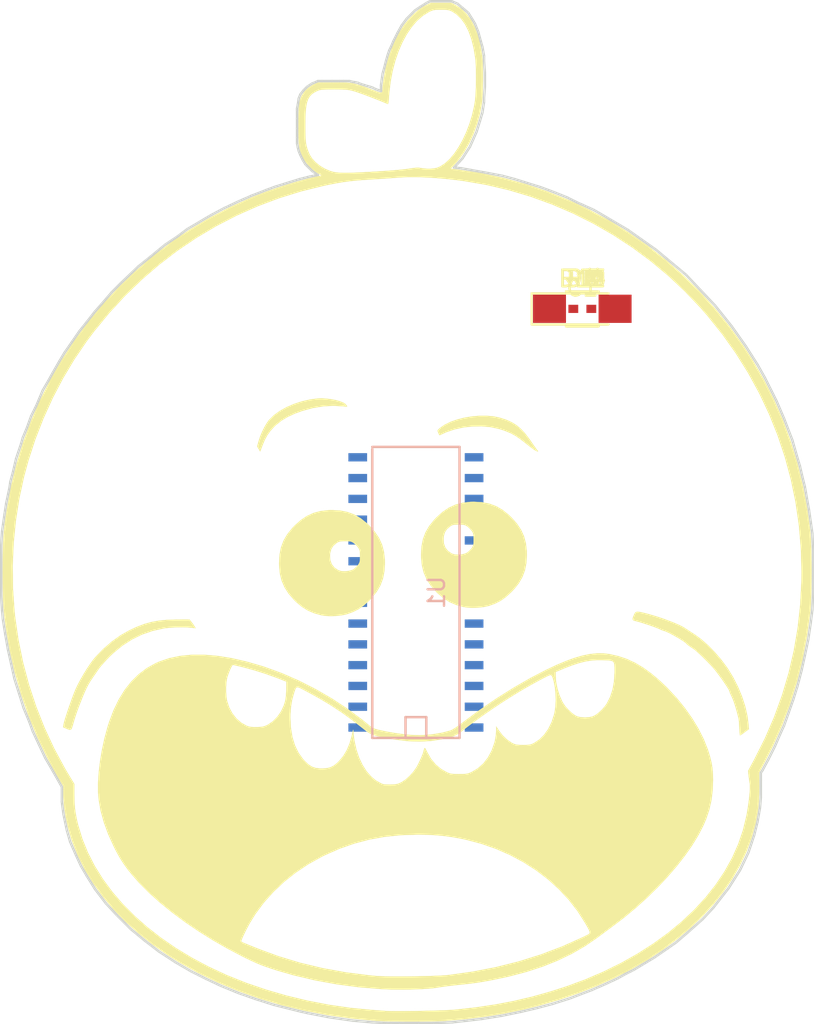
<source format=kicad_pcb>
(kicad_pcb (version 4) (host pcbnew 4.0.7)

  (general
    (links 54)
    (no_connects 23)
    (area 74.194599 65.253799 123.976201 127.837001)
    (thickness 1.6)
    (drawings 253)
    (tracks 0)
    (zones 0)
    (modules 36)
    (nets 39)
  )

  (page A4)
  (layers
    (0 F.Cu signal)
    (31 B.Cu signal)
    (32 B.Adhes user)
    (33 F.Adhes user)
    (34 B.Paste user)
    (35 F.Paste user)
    (36 B.SilkS user)
    (37 F.SilkS user)
    (38 B.Mask user)
    (39 F.Mask user)
    (40 Dwgs.User user)
    (41 Cmts.User user)
    (42 Eco1.User user)
    (43 Eco2.User user)
    (44 Edge.Cuts user)
    (45 Margin user)
    (46 B.CrtYd user)
    (47 F.CrtYd user)
    (48 B.Fab user)
    (49 F.Fab user)
  )

  (setup
    (last_trace_width 0.25)
    (trace_clearance 0.2)
    (zone_clearance 0.508)
    (zone_45_only no)
    (trace_min 0.2)
    (segment_width 0.2)
    (edge_width 0.15)
    (via_size 0.6)
    (via_drill 0.4)
    (via_min_size 0.4)
    (via_min_drill 0.3)
    (uvia_size 0.3)
    (uvia_drill 0.1)
    (uvias_allowed no)
    (uvia_min_size 0.2)
    (uvia_min_drill 0.1)
    (pcb_text_width 0.3)
    (pcb_text_size 1.5 1.5)
    (mod_edge_width 0.15)
    (mod_text_size 1 1)
    (mod_text_width 0.15)
    (pad_size 1.524 1.524)
    (pad_drill 0.762)
    (pad_to_mask_clearance 0.2)
    (aux_axis_origin 0 0)
    (visible_elements 7FFFFFFF)
    (pcbplotparams
      (layerselection 0x00030_80000001)
      (usegerberextensions false)
      (excludeedgelayer true)
      (linewidth 0.100000)
      (plotframeref false)
      (viasonmask false)
      (mode 1)
      (useauxorigin false)
      (hpglpennumber 1)
      (hpglpenspeed 20)
      (hpglpendiameter 15)
      (hpglpenoverlay 2)
      (psnegative false)
      (psa4output false)
      (plotreference true)
      (plotvalue true)
      (plotinvisibletext false)
      (padsonsilk false)
      (subtractmaskfromsilk false)
      (outputformat 1)
      (mirror false)
      (drillshape 1)
      (scaleselection 1)
      (outputdirectory ""))
  )

  (net 0 "")
  (net 1 +3V3)
  (net 2 GND)
  (net 3 "Net-(D1-Pad2)")
  (net 4 "Net-(D2-Pad2)")
  (net 5 "Net-(D3-Pad2)")
  (net 6 "Net-(D4-Pad2)")
  (net 7 "Net-(D5-Pad2)")
  (net 8 "Net-(D6-Pad2)")
  (net 9 "Net-(D7-Pad2)")
  (net 10 "Net-(D8-Pad2)")
  (net 11 "Net-(D9-Pad2)")
  (net 12 "Net-(D10-Pad2)")
  (net 13 "Net-(D11-Pad2)")
  (net 14 "Net-(D12-Pad2)")
  (net 15 "Net-(D13-Pad2)")
  (net 16 "Net-(D14-Pad2)")
  (net 17 "Net-(D15-Pad2)")
  (net 18 "Net-(D16-Pad2)")
  (net 19 "Net-(R1-Pad1)")
  (net 20 "Net-(R2-Pad1)")
  (net 21 "Net-(R3-Pad1)")
  (net 22 "Net-(R4-Pad1)")
  (net 23 "Net-(R5-Pad1)")
  (net 24 "Net-(R6-Pad1)")
  (net 25 "Net-(R7-Pad1)")
  (net 26 "Net-(R8-Pad1)")
  (net 27 "Net-(R9-Pad1)")
  (net 28 "Net-(R10-Pad1)")
  (net 29 "Net-(R11-Pad1)")
  (net 30 "Net-(R12-Pad1)")
  (net 31 "Net-(R13-Pad1)")
  (net 32 "Net-(R14-Pad1)")
  (net 33 "Net-(R15-Pad1)")
  (net 34 "Net-(R16-Pad1)")
  (net 35 scl)
  (net 36 sda)
  (net 37 "Net-(U1-Pad19)")
  (net 38 "Net-(U1-Pad20)")

  (net_class Default "This is the default net class."
    (clearance 0.2)
    (trace_width 0.25)
    (via_dia 0.6)
    (via_drill 0.4)
    (uvia_dia 0.3)
    (uvia_drill 0.1)
    (add_net +3V3)
    (add_net GND)
    (add_net "Net-(D1-Pad2)")
    (add_net "Net-(D10-Pad2)")
    (add_net "Net-(D11-Pad2)")
    (add_net "Net-(D12-Pad2)")
    (add_net "Net-(D13-Pad2)")
    (add_net "Net-(D14-Pad2)")
    (add_net "Net-(D15-Pad2)")
    (add_net "Net-(D16-Pad2)")
    (add_net "Net-(D2-Pad2)")
    (add_net "Net-(D3-Pad2)")
    (add_net "Net-(D4-Pad2)")
    (add_net "Net-(D5-Pad2)")
    (add_net "Net-(D6-Pad2)")
    (add_net "Net-(D7-Pad2)")
    (add_net "Net-(D8-Pad2)")
    (add_net "Net-(D9-Pad2)")
    (add_net "Net-(R1-Pad1)")
    (add_net "Net-(R10-Pad1)")
    (add_net "Net-(R11-Pad1)")
    (add_net "Net-(R12-Pad1)")
    (add_net "Net-(R13-Pad1)")
    (add_net "Net-(R14-Pad1)")
    (add_net "Net-(R15-Pad1)")
    (add_net "Net-(R16-Pad1)")
    (add_net "Net-(R2-Pad1)")
    (add_net "Net-(R3-Pad1)")
    (add_net "Net-(R4-Pad1)")
    (add_net "Net-(R5-Pad1)")
    (add_net "Net-(R6-Pad1)")
    (add_net "Net-(R7-Pad1)")
    (add_net "Net-(R8-Pad1)")
    (add_net "Net-(R9-Pad1)")
    (add_net "Net-(U1-Pad19)")
    (add_net "Net-(U1-Pad20)")
    (add_net scl)
    (add_net sda)
  )

  (module mrmeeseeks-addon:silkscreen (layer F.Cu) (tedit 0) (tstamp 5B0CBA87)
    (at 99.06 96.52)
    (fp_text reference G*** (at 0 0) (layer F.SilkS) hide
      (effects (font (thickness 0.3)))
    )
    (fp_text value LOGO (at 0.75 0) (layer F.SilkS) hide
      (effects (font (thickness 0.3)))
    )
    (fp_poly (pts (xy 3.005667 -30.9506) (xy 3.352263 -30.72276) (xy 3.661619 -30.420503) (xy 3.932617 -30.045988)
      (xy 4.164133 -29.601375) (xy 4.355047 -29.088822) (xy 4.504238 -28.51049) (xy 4.610585 -27.868536)
      (xy 4.612096 -27.856444) (xy 4.630561 -27.648384) (xy 4.643987 -27.374214) (xy 4.652493 -27.051315)
      (xy 4.656196 -26.697062) (xy 4.655217 -26.328835) (xy 4.649674 -25.964012) (xy 4.639685 -25.619969)
      (xy 4.62537 -25.314086) (xy 4.606847 -25.06374) (xy 4.592125 -24.935605) (xy 4.474668 -24.309668)
      (xy 4.303701 -23.6893) (xy 4.085157 -23.087799) (xy 3.824973 -22.518461) (xy 3.529081 -21.994583)
      (xy 3.203417 -21.529463) (xy 2.931565 -21.214985) (xy 2.688167 -20.961026) (xy 3.090334 -20.911864)
      (xy 4.49938 -20.697428) (xy 5.887152 -20.402283) (xy 7.250583 -20.028402) (xy 8.586602 -19.577762)
      (xy 9.892143 -19.052338) (xy 11.164137 -18.454106) (xy 12.399516 -17.785041) (xy 13.595212 -17.047119)
      (xy 14.748155 -16.242315) (xy 15.855279 -15.372605) (xy 16.913515 -14.439965) (xy 17.919795 -13.446369)
      (xy 18.87105 -12.393795) (xy 19.764213 -11.284216) (xy 20.596214 -10.11961) (xy 21.123257 -9.300852)
      (xy 21.827719 -8.083388) (xy 22.455855 -6.839733) (xy 23.008841 -5.566409) (xy 23.487852 -4.259937)
      (xy 23.894064 -2.916838) (xy 24.228654 -1.533633) (xy 24.492797 -0.106843) (xy 24.667652 1.185333)
      (xy 24.691734 1.457007) (xy 24.711535 1.799433) (xy 24.727055 2.198806) (xy 24.738293 2.641321)
      (xy 24.745249 3.113171) (xy 24.747925 3.600551) (xy 24.746319 4.089656) (xy 24.740432 4.56668)
      (xy 24.730263 5.017817) (xy 24.715813 5.429261) (xy 24.697082 5.787207) (xy 24.67407 6.077849)
      (xy 24.667652 6.138333) (xy 24.464675 7.60497) (xy 24.19268 9.024354) (xy 23.850726 10.399568)
      (xy 23.437877 11.733693) (xy 22.953192 13.029813) (xy 22.395734 14.291008) (xy 21.867995 15.330409)
      (xy 21.541448 15.936559) (xy 21.545797 16.784196) (xy 21.541691 17.25959) (xy 21.524723 17.684367)
      (xy 21.495548 18.044112) (xy 21.484172 18.139833) (xy 21.32572 19.034051) (xy 21.086064 19.912166)
      (xy 20.767475 20.772234) (xy 20.372224 21.612311) (xy 19.90258 22.430452) (xy 19.360816 23.224714)
      (xy 18.749201 23.993152) (xy 18.070006 24.733821) (xy 17.325502 25.444777) (xy 16.517959 26.124077)
      (xy 15.649648 26.769774) (xy 14.72284 27.379927) (xy 13.739806 27.952589) (xy 12.702815 28.485817)
      (xy 11.614139 28.977666) (xy 10.476049 29.426193) (xy 9.290814 29.829452) (xy 8.060707 30.185499)
      (xy 7.154334 30.410185) (xy 5.976258 30.655951) (xy 4.769697 30.854555) (xy 3.51907 31.00825)
      (xy 2.286 31.114023) (xy 2.062104 31.125609) (xy 1.767922 31.13492) (xy 1.417807 31.141971)
      (xy 1.026107 31.146778) (xy 0.607175 31.149357) (xy 0.175361 31.149723) (xy -0.254984 31.147893)
      (xy -0.669511 31.143883) (xy -1.053867 31.137708) (xy -1.393702 31.129385) (xy -1.674666 31.118928)
      (xy -1.8415 31.109459) (xy -3.342718 30.968826) (xy -4.812322 30.761522) (xy -6.246712 30.488676)
      (xy -7.642287 30.151417) (xy -8.995447 29.750875) (xy -10.30259 29.288179) (xy -11.560118 28.764458)
      (xy -12.764428 28.180844) (xy -13.911921 27.538464) (xy -14.598975 27.107424) (xy -15.53131 26.456834)
      (xy -16.39787 25.770646) (xy -17.196505 25.051447) (xy -17.925067 24.301825) (xy -18.581406 23.524367)
      (xy -19.163375 22.72166) (xy -19.668823 21.896293) (xy -20.095603 21.050852) (xy -20.441565 20.187925)
      (xy -20.507631 19.992899) (xy -20.707059 19.307004) (xy -20.857021 18.62385) (xy -20.954375 17.961303)
      (xy -20.995975 17.337231) (xy -20.997333 17.210403) (xy -20.997333 16.772143) (xy -21.308214 16.249488)
      (xy -21.978647 15.041611) (xy -22.582785 13.785977) (xy -23.117569 12.491125) (xy -23.579942 11.165598)
      (xy -23.966843 9.817936) (xy -24.275216 8.456681) (xy -24.443835 7.493) (xy -24.504035 7.093624)
      (xy -24.554083 6.740805) (xy -24.594899 6.420763) (xy -24.627403 6.11972) (xy -24.652514 5.823897)
      (xy -24.671151 5.519516) (xy -24.684236 5.192797) (xy -24.692688 4.829962) (xy -24.697426 4.417232)
      (xy -24.69937 3.940829) (xy -24.699582 3.661833) (xy -24.69897 3.290659) (xy -24.08915 3.290659)
      (xy -24.072784 4.662639) (xy -23.980095 6.022884) (xy -23.936426 6.434667) (xy -23.734277 7.829118)
      (xy -23.451493 9.207881) (xy -23.089829 10.565828) (xy -22.651037 11.897832) (xy -22.136873 13.198768)
      (xy -21.549091 14.463508) (xy -20.889446 15.686926) (xy -20.609324 16.157905) (xy -20.32 16.631311)
      (xy -20.319865 17.300905) (xy -20.312465 17.703212) (xy -20.287788 18.062901) (xy -20.24185 18.411208)
      (xy -20.17067 18.779366) (xy -20.085651 19.137976) (xy -19.828572 19.987259) (xy -19.489987 20.821105)
      (xy -19.072036 21.637193) (xy -18.576857 22.433202) (xy -18.006588 23.20681) (xy -17.36337 23.955697)
      (xy -16.649341 24.67754) (xy -15.86664 25.370019) (xy -15.017405 26.030811) (xy -14.103777 26.657597)
      (xy -13.127893 27.248053) (xy -12.115263 27.788178) (xy -11.002277 28.30541) (xy -9.828211 28.775218)
      (xy -8.603997 29.194707) (xy -7.340566 29.560983) (xy -6.048849 29.871151) (xy -4.739777 30.122316)
      (xy -3.424282 30.311585) (xy -2.116666 30.435825) (xy -1.874857 30.45299) (xy -1.649556 30.469438)
      (xy -1.46048 30.483698) (xy -1.327349 30.494297) (xy -1.291166 30.497459) (xy -1.148365 30.505404)
      (xy -0.932821 30.510337) (xy -0.656395 30.512477) (xy -0.330949 30.512043) (xy 0.031655 30.509253)
      (xy 0.419555 30.504326) (xy 0.820889 30.49748) (xy 1.223796 30.488935) (xy 1.616414 30.478909)
      (xy 1.986881 30.467621) (xy 2.323336 30.455289) (xy 2.613916 30.442132) (xy 2.846759 30.428368)
      (xy 2.963334 30.419031) (xy 4.212908 30.280539) (xy 5.402905 30.103797) (xy 6.551051 29.885093)
      (xy 7.675069 29.62072) (xy 8.792684 29.306965) (xy 9.753487 28.997785) (xy 10.912291 28.570558)
      (xy 12.027689 28.092358) (xy 13.095534 27.566011) (xy 14.111677 26.994344) (xy 15.071968 26.380181)
      (xy 15.972261 25.72635) (xy 16.808405 25.035677) (xy 17.576254 24.310988) (xy 18.271657 23.555109)
      (xy 18.887223 22.775333) (xy 19.426091 21.969539) (xy 19.882225 21.148129) (xy 20.256433 20.309235)
      (xy 20.549521 19.450992) (xy 20.762299 18.571534) (xy 20.802465 18.3515) (xy 20.869037 17.933509)
      (xy 20.920375 17.550118) (xy 20.955577 17.211338) (xy 20.973741 16.927181) (xy 20.973966 16.707658)
      (xy 20.961284 16.588648) (xy 20.931426 16.412912) (xy 20.902937 16.210496) (xy 20.889753 16.097891)
      (xy 20.862169 15.83395) (xy 21.244891 15.124225) (xy 21.890615 13.839683) (xy 22.454856 12.532193)
      (xy 22.937509 11.202163) (xy 23.338474 9.849999) (xy 23.657647 8.47611) (xy 23.894925 7.080902)
      (xy 24.050207 5.664782) (xy 24.12339 4.228158) (xy 24.129656 3.661833) (xy 24.088212 2.220391)
      (xy 23.964432 0.796995) (xy 23.759143 -0.606191) (xy 23.473172 -1.987007) (xy 23.107346 -3.343289)
      (xy 22.662492 -4.672875) (xy 22.139437 -5.973603) (xy 21.539008 -7.243311) (xy 20.862033 -8.479837)
      (xy 20.109338 -9.681018) (xy 19.281751 -10.844692) (xy 18.380098 -11.968697) (xy 17.971673 -12.437213)
      (xy 17.003887 -13.457762) (xy 15.980206 -14.417029) (xy 14.904387 -15.313034) (xy 13.780188 -16.143801)
      (xy 12.611368 -16.907352) (xy 11.401684 -17.60171) (xy 10.154894 -18.224896) (xy 8.874757 -18.774935)
      (xy 7.56503 -19.249847) (xy 6.229472 -19.647655) (xy 4.871841 -19.966382) (xy 3.495894 -20.204051)
      (xy 3.115282 -20.254875) (xy 2.286261 -20.346557) (xy 1.502454 -20.408977) (xy 0.7718 -20.441814)
      (xy 0.102241 -20.44475) (xy -0.498284 -20.417464) (xy -0.635 -20.406039) (xy -0.802067 -20.39214)
      (xy -1.036197 -20.374733) (xy -1.319919 -20.355007) (xy -1.635758 -20.334155) (xy -1.966242 -20.313365)
      (xy -2.21088 -20.298667) (xy -2.702116 -20.266793) (xy -3.132093 -20.231329) (xy -3.524218 -20.18914)
      (xy -3.901898 -20.13709) (xy -4.28854 -20.072044) (xy -4.707549 -19.990864) (xy -5.058833 -19.91714)
      (xy -6.442384 -19.576934) (xy -7.795303 -19.158483) (xy -9.115178 -18.663369) (xy -10.399597 -18.093172)
      (xy -11.64615 -17.449474) (xy -12.852424 -16.733855) (xy -14.016009 -15.947896) (xy -15.134492 -15.093177)
      (xy -16.205462 -14.17128) (xy -17.226508 -13.183786) (xy -18.195218 -12.132275) (xy -19.109181 -11.018328)
      (xy -19.569097 -10.405174) (xy -20.317016 -9.307354) (xy -21.008133 -8.151934) (xy -21.638507 -6.94745)
      (xy -22.204197 -5.702438) (xy -22.701262 -4.425435) (xy -23.125763 -3.124977) (xy -23.405034 -2.0955)
      (xy -23.687135 -0.786134) (xy -23.895643 0.555318) (xy -24.029876 1.917901) (xy -24.08915 3.290659)
      (xy -24.69897 3.290659) (xy -24.698732 3.14666) (xy -24.695569 2.702364) (xy -24.689174 2.315165)
      (xy -24.678626 1.971285) (xy -24.663006 1.656945) (xy -24.641393 1.358367) (xy -24.612869 1.061772)
      (xy -24.576513 0.75338) (xy -24.531406 0.419415) (xy -24.476627 0.046095) (xy -24.443835 -0.169333)
      (xy -24.187083 -1.56661) (xy -23.850823 -2.939176) (xy -23.437353 -4.284152) (xy -22.948967 -5.59866)
      (xy -22.387963 -6.879823) (xy -21.756636 -8.124761) (xy -21.057282 -9.330597) (xy -20.292197 -10.494452)
      (xy -19.463678 -11.613448) (xy -18.574021 -12.684707) (xy -17.625521 -13.70535) (xy -16.620475 -14.6725)
      (xy -15.561178 -15.583277) (xy -14.449928 -16.434804) (xy -13.289019 -17.224202) (xy -12.080749 -17.948593)
      (xy -10.827412 -18.605099) (xy -9.531306 -19.190841) (xy -9.144 -19.348554) (xy -8.567543 -19.567789)
      (xy -7.955536 -19.782878) (xy -7.330457 -19.986744) (xy -6.714788 -20.172311) (xy -6.131006 -20.332503)
      (xy -5.639124 -20.451897) (xy -5.203414 -20.549504) (xy -5.39727 -20.648024) (xy -5.610736 -20.784261)
      (xy -5.834471 -20.97355) (xy -6.046448 -21.193206) (xy -6.224644 -21.42054) (xy -6.34156 -21.620734)
      (xy -6.421326 -21.799466) (xy -6.484636 -21.959451) (xy -6.533371 -22.113835) (xy -6.569413 -22.27576)
      (xy -6.594646 -22.458373) (xy -6.610952 -22.674815) (xy -6.620213 -22.938232) (xy -6.624311 -23.261768)
      (xy -6.625142 -23.600833) (xy -6.625108 -23.609727) (xy -6.201377 -23.609727) (xy -6.201375 -23.600833)
      (xy -6.199416 -23.235321) (xy -6.192454 -22.939535) (xy -6.178287 -22.698579) (xy -6.154712 -22.497561)
      (xy -6.11953 -22.321584) (xy -6.070536 -22.155756) (xy -6.005531 -21.985181) (xy -5.940327 -21.834866)
      (xy -5.790033 -21.588822) (xy -5.571298 -21.35193) (xy -5.300303 -21.136157) (xy -4.993227 -20.953472)
      (xy -4.66625 -20.815844) (xy -4.496292 -20.766677) (xy -4.347478 -20.738882) (xy -4.16153 -20.719864)
      (xy -3.930944 -20.709614) (xy -3.648218 -20.708126) (xy -3.30585 -20.715392) (xy -2.896337 -20.731404)
      (xy -2.412176 -20.756156) (xy -2.264833 -20.764501) (xy -1.734365 -20.796191) (xy -1.278334 -20.826009)
      (xy -0.886558 -20.854828) (xy -0.548851 -20.883518) (xy -0.255029 -20.912954) (xy 0.005092 -20.944005)
      (xy 0.241697 -20.977546) (xy 0.264877 -20.981136) (xy 0.482628 -21.011419) (xy 0.644751 -21.023215)
      (xy 0.778102 -21.017127) (xy 0.902087 -20.995441) (xy 1.059261 -20.972469) (xy 1.258413 -20.959941)
      (xy 1.457216 -20.960476) (xy 1.462711 -20.960721) (xy 1.671384 -20.977775) (xy 1.835222 -21.012883)
      (xy 1.993628 -21.075599) (xy 2.049448 -21.102979) (xy 2.339107 -21.290813) (xy 2.62471 -21.554372)
      (xy 2.901523 -21.884717) (xy 3.164813 -22.272909) (xy 3.409846 -22.710009) (xy 3.631887 -23.187078)
      (xy 3.826204 -23.695177) (xy 3.988061 -24.225367) (xy 4.112726 -24.76871) (xy 4.168791 -25.104938)
      (xy 4.192673 -25.330766) (xy 4.211087 -25.62112) (xy 4.223881 -25.956028) (xy 4.2309 -26.315517)
      (xy 4.231989 -26.679614) (xy 4.226994 -27.028347) (xy 4.21576 -27.341741) (xy 4.198133 -27.599825)
      (xy 4.188763 -27.687111) (xy 4.087465 -28.314807) (xy 3.948453 -28.874098) (xy 3.772535 -29.363331)
      (xy 3.560518 -29.780854) (xy 3.313209 -30.125015) (xy 3.031417 -30.394163) (xy 2.788949 -30.550567)
      (xy 2.680538 -30.604133) (xy 2.584101 -30.63889) (xy 2.476416 -30.658854) (xy 2.334257 -30.668042)
      (xy 2.134399 -30.670471) (xy 2.0955 -30.6705) (xy 1.886512 -30.669052) (xy 1.737359 -30.661545)
      (xy 1.623219 -30.64324) (xy 1.519273 -30.609393) (xy 1.400697 -30.555265) (xy 1.343609 -30.526872)
      (xy 0.977198 -30.298151) (xy 0.630454 -29.992888) (xy 0.306423 -29.617561) (xy 0.008151 -29.178647)
      (xy -0.261313 -28.682624) (xy -0.498924 -28.135968) (xy -0.701634 -27.545159) (xy -0.866396 -26.916672)
      (xy -0.990164 -26.256986) (xy -1.06989 -25.572579) (xy -1.084698 -25.364495) (xy -1.102779 -25.130594)
      (xy -1.123622 -24.980148) (xy -1.14742 -24.911982) (xy -1.160072 -24.908197) (xy -1.383393 -25.002896)
      (xy -1.647818 -25.110515) (xy -1.936952 -25.224822) (xy -2.2344 -25.339588) (xy -2.523766 -25.448581)
      (xy -2.788655 -25.545571) (xy -3.012672 -25.624326) (xy -3.179421 -25.678617) (xy -3.213334 -25.688507)
      (xy -3.361343 -25.728353) (xy -3.490674 -25.757652) (xy -3.618734 -25.77801) (xy -3.762936 -25.791034)
      (xy -3.940687 -25.79833) (xy -4.169398 -25.801505) (xy -4.445 -25.802167) (xy -4.732711 -25.801567)
      (xy -4.94996 -25.798878) (xy -5.110946 -25.792763) (xy -5.22987 -25.781889) (xy -5.320932 -25.76492)
      (xy -5.398333 -25.74052) (xy -5.476274 -25.707354) (xy -5.482166 -25.704647) (xy -5.66531 -25.608395)
      (xy -5.815617 -25.498573) (xy -5.9361 -25.366371) (xy -6.029771 -25.202978) (xy -6.099642 -24.999581)
      (xy -6.148726 -24.747368) (xy -6.180035 -24.43753) (xy -6.196582 -24.061253) (xy -6.201377 -23.609727)
      (xy -6.625108 -23.609727) (xy -6.623594 -24.004764) (xy -6.618063 -24.335351) (xy -6.607242 -24.603876)
      (xy -6.589828 -24.82162) (xy -6.564514 -24.999866) (xy -6.529996 -25.149893) (xy -6.484969 -25.282984)
      (xy -6.428128 -25.410419) (xy -6.412114 -25.442333) (xy -6.249112 -25.681899) (xy -6.024033 -25.899509)
      (xy -5.75946 -26.074268) (xy -5.693833 -26.106935) (xy -5.439833 -26.2255) (xy -4.445 -26.2255)
      (xy -4.125284 -26.225053) (xy -3.875667 -26.222927) (xy -3.681582 -26.217948) (xy -3.528463 -26.208938)
      (xy -3.401744 -26.194723) (xy -3.286858 -26.174126) (xy -3.169238 -26.145971) (xy -3.047061 -26.112655)
      (xy -2.845926 -26.051158) (xy -2.59857 -25.96779) (xy -2.33677 -25.873621) (xy -2.098522 -25.782206)
      (xy -1.866953 -25.69129) (xy -1.702233 -25.63366) (xy -1.592957 -25.610277) (xy -1.52772 -25.622103)
      (xy -1.495117 -25.6701) (xy -1.483741 -25.755232) (xy -1.482315 -25.834195) (xy -1.472232 -26.001755)
      (xy -1.445345 -26.230213) (xy -1.405103 -26.498261) (xy -1.354956 -26.78459) (xy -1.298355 -27.067891)
      (xy -1.244172 -27.305) (xy -1.09333 -27.830088) (xy -0.901846 -28.355801) (xy -0.678862 -28.861724)
      (xy -0.43352 -29.327441) (xy -0.17496 -29.732536) (xy -0.128782 -29.796013) (xy 0.132259 -30.114314)
      (xy 0.420514 -30.408664) (xy 0.718505 -30.663325) (xy 1.008752 -30.862557) (xy 1.128522 -30.928115)
      (xy 1.4605 -31.093833) (xy 2.7305 -31.093833) (xy 3.005667 -30.9506)) (layer F.SilkS) (width 0.01))
    (fp_poly (pts (xy 12.034204 8.651219) (xy 12.388244 8.693736) (xy 12.929488 8.815945) (xy 13.449438 8.991842)
      (xy 13.956076 9.226074) (xy 14.457381 9.523285) (xy 14.961336 9.888121) (xy 15.475919 10.325229)
      (xy 15.920375 10.749802) (xy 16.476724 11.344579) (xy 16.984734 11.965923) (xy 17.437884 12.603896)
      (xy 17.829656 13.248559) (xy 18.153529 13.889972) (xy 18.402984 14.518197) (xy 18.414266 14.551723)
      (xy 18.540898 14.960361) (xy 18.630297 15.324339) (xy 18.687277 15.672485) (xy 18.716647 16.03363)
      (xy 18.723411 16.404167) (xy 18.697397 17.050224) (xy 18.622274 17.645117) (xy 18.493605 18.2096)
      (xy 18.306953 18.764432) (xy 18.130745 19.177) (xy 17.823338 19.772567) (xy 17.443346 20.391899)
      (xy 16.997051 21.027971) (xy 16.49074 21.673762) (xy 15.930697 22.322248) (xy 15.323205 22.966406)
      (xy 14.674551 23.599213) (xy 13.991018 24.213644) (xy 13.278891 24.802679) (xy 12.701042 25.244837)
      (xy 12.459044 25.423776) (xy 12.192468 25.621383) (xy 11.929524 25.816716) (xy 11.698426 25.988834)
      (xy 11.641743 26.031154) (xy 10.893607 26.5447) (xy 10.088809 27.009097) (xy 9.22454 27.425474)
      (xy 8.297992 27.794962) (xy 7.306358 28.11869) (xy 6.24683 28.397789) (xy 5.228167 28.612643)
      (xy 4.896312 28.674218) (xy 4.612933 28.724189) (xy 4.356364 28.76563) (xy 4.10494 28.801615)
      (xy 3.836994 28.835219) (xy 3.530859 28.869516) (xy 3.164872 28.90758) (xy 3.111384 28.913004)
      (xy 2.818143 28.944885) (xy 2.515464 28.981623) (xy 2.228443 29.019912) (xy 1.982176 29.056446)
      (xy 1.8415 29.080302) (xy 1.620436 29.111619) (xy 1.329237 29.138465) (xy 0.982334 29.160471)
      (xy 0.59416 29.177266) (xy 0.179146 29.188479) (xy -0.248274 29.193741) (xy -0.67367 29.192679)
      (xy -1.08261 29.184925) (xy -1.460661 29.170108) (xy -1.524 29.16668) (xy -2.905976 29.053962)
      (xy -4.272795 28.874314) (xy -5.612436 28.629872) (xy -6.912876 28.322767) (xy -7.923886 28.03122)
      (xy -8.307917 27.908277) (xy -8.635887 27.796149) (xy -8.931665 27.685196) (xy -9.21912 27.565778)
      (xy -9.522122 27.428255) (xy -9.864541 27.262986) (xy -10.033 27.179415) (xy -10.952303 26.697962)
      (xy -11.759547 26.23499) (xy -10.117666 26.23499) (xy -10.115551 26.249849) (xy -10.103234 26.265634)
      (xy -10.071762 26.286359) (xy -10.012181 26.316035) (xy -9.915537 26.358674) (xy -9.772875 26.418288)
      (xy -9.575242 26.498889) (xy -9.313683 26.604491) (xy -9.110352 26.686344) (xy -7.830412 27.15674)
      (xy -6.505953 27.555926) (xy -5.138964 27.883443) (xy -3.731429 28.138832) (xy -2.285337 28.321634)
      (xy -1.862666 28.360695) (xy -1.648957 28.373605) (xy -1.364632 28.382891) (xy -1.023063 28.388728)
      (xy -0.637622 28.391291) (xy -0.221679 28.390754) (xy 0.211395 28.38729) (xy 0.648227 28.381074)
      (xy 1.075447 28.372281) (xy 1.479683 28.361084) (xy 1.847564 28.347657) (xy 2.16572 28.332176)
      (xy 2.420777 28.314813) (xy 2.54 28.303335) (xy 4.018855 28.097371) (xy 5.45276 27.819993)
      (xy 6.842674 27.470925) (xy 8.189556 27.049893) (xy 9.494364 26.556621) (xy 10.758058 25.990835)
      (xy 10.974963 25.884388) (xy 11.078272 25.832516) (xy 11.147775 25.787471) (xy 11.182363 25.736321)
      (xy 11.180926 25.666135) (xy 11.142354 25.563982) (xy 11.065538 25.41693) (xy 10.949368 25.212048)
      (xy 10.911603 25.146) (xy 10.443387 24.41064) (xy 9.904258 23.716388) (xy 9.299064 23.066553)
      (xy 8.632654 22.464444) (xy 7.909874 21.913373) (xy 7.135574 21.416647) (xy 6.314601 20.977576)
      (xy 5.451803 20.599471) (xy 4.55203 20.285641) (xy 3.620127 20.039395) (xy 3.346263 19.981439)
      (xy 2.804773 19.882654) (xy 2.291614 19.810508) (xy 1.778765 19.762354) (xy 1.238205 19.735546)
      (xy 0.656167 19.727436) (xy -0.368601 19.760518) (xy -1.348462 19.861116) (xy -2.292173 20.031257)
      (xy -3.208489 20.272967) (xy -4.106167 20.588275) (xy -4.993963 20.979206) (xy -5.207 21.084742)
      (xy -6.023577 21.539939) (xy -6.789877 22.052413) (xy -7.500918 22.617581) (xy -8.15172 23.230862)
      (xy -8.737301 23.887672) (xy -9.25268 24.583432) (xy -9.576191 25.103667) (xy -9.681086 25.292901)
      (xy -9.789361 25.4995) (xy -9.893457 25.707675) (xy -9.985817 25.901636) (xy -10.058885 26.065593)
      (xy -10.105102 26.183755) (xy -10.117666 26.23499) (xy -11.759547 26.23499) (xy -11.849821 26.183216)
      (xy -12.717042 25.64129) (xy -13.545451 25.078296) (xy -14.326534 24.500346) (xy -15.051777 23.913552)
      (xy -15.712665 23.324027) (xy -16.300686 22.737883) (xy -16.459869 22.565538) (xy -16.798508 22.179307)
      (xy -17.084708 21.823691) (xy -17.333049 21.477561) (xy -17.558111 21.119792) (xy -17.774473 20.729257)
      (xy -17.907296 20.468167) (xy -18.248992 19.715604) (xy -18.517568 18.986233) (xy -18.71204 18.283441)
      (xy -18.831422 17.610613) (xy -18.869746 17.160113) (xy -18.872275 16.568512) (xy -18.832041 15.923529)
      (xy -18.751838 15.243148) (xy -18.634457 14.545355) (xy -18.482692 13.848132) (xy -18.299336 13.169466)
      (xy -18.201628 12.857719) (xy -17.927507 12.127784) (xy -17.608314 11.468709) (xy -17.244262 10.880755)
      (xy -17.104199 10.70372) (xy -11.042877 10.70372) (xy -11.042805 11.015494) (xy -11.022867 11.310666)
      (xy -10.983419 11.554761) (xy -10.851621 11.954989) (xy -10.657782 12.316988) (xy -10.410045 12.630892)
      (xy -10.116549 12.886835) (xy -9.785436 13.074951) (xy -9.700929 13.109039) (xy -9.54053 13.143259)
      (xy -9.303163 13.156069) (xy -9.144 13.153917) (xy -8.944604 13.144763) (xy -8.800552 13.127788)
      (xy -8.682526 13.09615) (xy -8.561208 13.043006) (xy -8.473801 12.9975) (xy -8.174504 12.79175)
      (xy -7.980676 12.593214) (xy -7.112 12.593214) (xy -7.080983 13.207208) (xy -6.98821 13.766815)
      (xy -6.834096 14.270799) (xy -6.619055 14.717926) (xy -6.343503 15.106959) (xy -6.223 15.239318)
      (xy -6.00657 15.438467) (xy -5.800443 15.571397) (xy -5.57961 15.648839) (xy -5.319068 15.681529)
      (xy -5.185833 15.6845) (xy -4.89998 15.668055) (xy -4.664807 15.611565) (xy -4.455308 15.504297)
      (xy -4.246476 15.335517) (xy -4.148666 15.239318) (xy -3.885023 14.924331) (xy -3.669653 14.566024)
      (xy -3.497079 14.153181) (xy -3.361824 13.674584) (xy -3.342818 13.589) (xy -3.306357 13.423255)
      (xy -3.283278 13.33387) (xy -3.270369 13.314181) (xy -3.264413 13.357524) (xy -3.262645 13.42279)
      (xy -3.253904 13.5532) (xy -3.23313 13.735013) (xy -3.204154 13.936466) (xy -3.191312 14.014341)
      (xy -3.073516 14.539829) (xy -2.909896 15.024095) (xy -2.704812 15.460603) (xy -2.46262 15.842817)
      (xy -2.18768 16.164201) (xy -1.884348 16.418218) (xy -1.556982 16.598331) (xy -1.439333 16.642113)
      (xy -1.349793 16.656595) (xy -1.202211 16.665322) (xy -1.02309 16.667019) (xy -0.9525 16.665561)
      (xy -0.7566 16.656435) (xy -0.614015 16.637838) (xy -0.49342 16.602334) (xy -0.363486 16.542492)
      (xy -0.305593 16.512062) (xy -0.072291 16.356518) (xy 0.167411 16.143016) (xy 0.391882 15.893491)
      (xy 0.57949 15.629877) (xy 0.602862 15.590907) (xy 0.676494 15.455002) (xy 0.759428 15.286626)
      (xy 0.843021 15.1054) (xy 0.918629 14.930944) (xy 0.97761 14.782879) (xy 1.011322 14.680826)
      (xy 1.016 14.653032) (xy 1.030001 14.585098) (xy 1.05974 14.495468) (xy 1.083013 14.44208)
      (xy 1.105896 14.42859) (xy 1.13797 14.464624) (xy 1.188815 14.559806) (xy 1.250394 14.686984)
      (xy 1.488448 15.099843) (xy 1.774619 15.443817) (xy 2.111078 15.721135) (xy 2.437495 15.90577)
      (xy 2.552538 15.956459) (xy 2.654711 15.990066) (xy 2.766386 16.010052) (xy 2.909937 16.01988)
      (xy 3.107735 16.023012) (xy 3.196167 16.023167) (xy 3.416247 16.021854) (xy 3.574406 16.015373)
      (xy 3.693379 15.999913) (xy 3.795901 15.971658) (xy 3.904707 15.926798) (xy 3.979334 15.891819)
      (xy 4.354732 15.666398) (xy 4.682487 15.372719) (xy 4.960034 15.014191) (xy 5.18481 14.594224)
      (xy 5.35425 14.116229) (xy 5.376083 14.034478) (xy 5.419097 13.824713) (xy 5.449645 13.596366)
      (xy 5.461 13.402665) (xy 5.461 13.102873) (xy 5.629124 13.360178) (xy 5.862196 13.661671)
      (xy 6.134049 13.920515) (xy 6.423132 14.116371) (xy 6.439629 14.125188) (xy 6.55113 14.180038)
      (xy 6.650465 14.21511) (xy 6.762015 14.234756) (xy 6.910156 14.243324) (xy 7.112 14.245167)
      (xy 7.318965 14.243189) (xy 7.465678 14.234356) (xy 7.576519 14.214318) (xy 7.675864 14.178725)
      (xy 7.784372 14.125188) (xy 8.111509 13.906101) (xy 8.401601 13.615982) (xy 8.649838 13.262091)
      (xy 8.851409 12.851685) (xy 9.001502 12.392025) (xy 9.038475 12.23287) (xy 9.087217 11.894203)
      (xy 9.104791 11.512051) (xy 9.0927 11.112645) (xy 9.052446 10.722221) (xy 8.985532 10.367011)
      (xy 8.918519 10.138833) (xy 8.868004 10.027281) (xy 8.81294 9.98196) (xy 8.769023 9.979438)
      (xy 8.694245 10.004587) (xy 8.556961 10.067384) (xy 8.367484 10.162279) (xy 8.136126 10.28372)
      (xy 7.873196 10.426157) (xy 7.589009 10.584038) (xy 7.293874 10.751812) (xy 6.998103 10.923929)
      (xy 6.838244 11.018822) (xy 6.315012 11.340114) (xy 5.768281 11.691019) (xy 5.216021 12.059222)
      (xy 4.676204 12.43241) (xy 4.166801 12.79827) (xy 3.705782 13.144488) (xy 3.494751 13.309792)
      (xy 3.295331 13.464125) (xy 3.136445 13.574032) (xy 2.996247 13.652332) (xy 2.852888 13.711843)
      (xy 2.753494 13.744723) (xy 2.128074 13.905792) (xy 1.486517 14.005287) (xy 0.819964 14.043371)
      (xy 0.119556 14.02021) (xy -0.623566 13.935967) (xy -1.280548 13.819489) (xy -1.586085 13.756006)
      (xy -1.824514 13.701202) (xy -2.012003 13.64847) (xy -2.164718 13.591209) (xy -2.298828 13.522812)
      (xy -2.4305 13.436675) (xy -2.575902 13.326195) (xy -2.667 13.253133) (xy -3.330354 12.734401)
      (xy -3.97964 12.265617) (xy -4.638711 11.831119) (xy -5.331426 11.415246) (xy -6.081638 11.002337)
      (xy -6.152249 10.965071) (xy -6.377086 10.845896) (xy -6.538545 10.764535) (xy -6.650105 10.723292)
      (xy -6.725248 10.72447) (xy -6.777455 10.770372) (xy -6.820206 10.863302) (xy -6.866982 11.005563)
      (xy -6.894787 11.091936) (xy -7.006723 11.498145) (xy -7.076789 11.916836) (xy -7.108893 12.375021)
      (xy -7.112 12.593214) (xy -7.980676 12.593214) (xy -7.907874 12.518645) (xy -7.684253 12.192498)
      (xy -7.513982 11.827626) (xy -7.431581 11.554761) (xy -7.402275 11.383233) (xy -7.380035 11.161493)
      (xy -7.367938 10.923899) (xy -7.366626 10.829738) (xy -7.366 10.377643) (xy -7.90575 10.167463)
      (xy -8.560324 9.929177) (xy -9.247371 9.70923) (xy -9.921841 9.521822) (xy -10.074271 9.483887)
      (xy -10.274866 9.435668) (xy -10.444809 9.395729) (xy -10.567681 9.367863) (xy -10.627059 9.355864)
      (xy -10.629376 9.355667) (xy -10.667067 9.39259) (xy -10.723593 9.490685) (xy -10.79061 9.630939)
      (xy -10.859771 9.794339) (xy -10.922731 9.961871) (xy -10.971143 10.114523) (xy -10.983419 10.162239)
      (xy -11.023081 10.408312) (xy -11.042877 10.70372) (xy -17.104199 10.70372) (xy -16.835568 10.364181)
      (xy -16.382447 9.919248) (xy -15.885114 9.546215) (xy -15.343784 9.245343) (xy -15.134166 9.153093)
      (xy -14.519183 8.94491) (xy -13.855442 8.805834) (xy -13.143087 8.735856) (xy -12.382266 8.73497)
      (xy -11.573124 8.803167) (xy -10.715807 8.94044) (xy -9.810461 9.146781) (xy -8.857232 9.422182)
      (xy -8.62393 9.497702) (xy -7.599346 9.873777) (xy -6.57112 10.324503) (xy -5.553685 10.841818)
      (xy -4.561469 11.417656) (xy -3.608905 12.043955) (xy -2.710421 12.71265) (xy -2.360194 12.997893)
      (xy -2.206875 13.120417) (xy -2.079387 13.202386) (xy -1.944618 13.260432) (xy -1.769458 13.311189)
      (xy -1.704027 13.327495) (xy -1.222913 13.431652) (xy -0.69204 13.523037) (xy -0.146002 13.596126)
      (xy 0.195852 13.630787) (xy 0.845819 13.651628) (xy 1.513817 13.605721) (xy 2.171389 13.496117)
      (xy 2.667 13.365811) (xy 2.785497 13.310907) (xy 2.958393 13.204979) (xy 3.177156 13.053644)
      (xy 3.433258 12.86252) (xy 3.446022 12.852691) (xy 4.452514 12.107247) (xy 5.484166 11.402482)
      (xy 6.52595 10.747875) (xy 7.562841 10.152904) (xy 8.26445 9.788225) (xy 9.101667 9.788225)
      (xy 9.101667 10.033889) (xy 9.130683 10.407762) (xy 9.21192 10.809413) (xy 9.336664 11.207837)
      (xy 9.496201 11.572032) (xy 9.572533 11.709071) (xy 9.705952 11.897554) (xy 9.875018 12.088389)
      (xy 10.060403 12.263528) (xy 10.242777 12.404921) (xy 10.402812 12.494519) (xy 10.421131 12.501479)
      (xy 10.639958 12.550875) (xy 10.897731 12.567219) (xy 11.155404 12.550405) (xy 11.363214 12.504071)
      (xy 11.535532 12.417134) (xy 11.729135 12.274044) (xy 11.924427 12.092791) (xy 12.101814 11.891365)
      (xy 12.229134 11.709071) (xy 12.431491 11.30733) (xy 12.575849 10.866957) (xy 12.664379 10.37885)
      (xy 12.699252 9.833905) (xy 12.7 9.734432) (xy 12.699592 9.501301) (xy 12.690545 9.332257)
      (xy 12.661125 9.21653) (xy 12.5996 9.143353) (xy 12.494235 9.101956) (xy 12.333297 9.081573)
      (xy 12.105053 9.071433) (xy 11.972964 9.067203) (xy 11.60315 9.066775) (xy 11.252493 9.093395)
      (xy 10.903511 9.150833) (xy 10.53872 9.242863) (xy 10.140635 9.373254) (xy 9.691773 9.545779)
      (xy 9.621701 9.574407) (xy 9.101667 9.788225) (xy 8.26445 9.788225) (xy 8.487834 9.672116)
      (xy 9.129967 9.368929) (xy 9.715952 9.120945) (xy 10.252374 8.92651) (xy 10.745823 8.783973)
      (xy 11.202885 8.69168) (xy 11.63015 8.64798) (xy 12.034204 8.651219)) (layer F.SilkS) (width 0.01))
    (fp_poly (pts (xy 14.156081 6.106108) (xy 14.303923 6.132277) (xy 14.5174 6.181563) (xy 14.520334 6.182261)
      (xy 14.833066 6.263682) (xy 15.172245 6.364047) (xy 15.522987 6.47788) (xy 15.870407 6.599709)
      (xy 16.199621 6.72406) (xy 16.495744 6.845458) (xy 16.743893 6.958431) (xy 16.929183 7.057504)
      (xy 16.96881 7.082703) (xy 17.062931 7.145041) (xy 17.209229 7.240953) (xy 17.388771 7.358063)
      (xy 17.582618 7.483995) (xy 17.610667 7.502174) (xy 18.018457 7.800913) (xy 18.441956 8.178064)
      (xy 18.877065 8.629718) (xy 19.24512 9.059645) (xy 19.619895 9.566961) (xy 19.959047 10.120992)
      (xy 20.256121 10.706413) (xy 20.50466 11.3079) (xy 20.698206 11.910128) (xy 20.830302 12.497774)
      (xy 20.888348 12.959475) (xy 20.912725 13.28245) (xy 20.690446 13.448986) (xy 20.538299 13.561604)
      (xy 20.440964 13.62914) (xy 20.38652 13.658621) (xy 20.363047 13.657074) (xy 20.358894 13.644415)
      (xy 20.342351 13.468024) (xy 20.331176 13.311922) (xy 20.32249 13.132641) (xy 20.318941 13.041342)
      (xy 20.308581 12.866157) (xy 20.292589 12.70718) (xy 20.27439 12.598292) (xy 20.274023 12.596842)
      (xy 20.176864 12.227407) (xy 20.091316 11.926352) (xy 20.012513 11.679009) (xy 19.935589 11.470708)
      (xy 19.85568 11.286782) (xy 19.805704 11.184818) (xy 19.755719 11.074535) (xy 19.728822 10.991362)
      (xy 19.727334 10.978186) (xy 19.702788 10.912845) (xy 19.635096 10.793407) (xy 19.533176 10.632544)
      (xy 19.405947 10.442926) (xy 19.262325 10.237223) (xy 19.111228 10.028106) (xy 18.961576 9.828244)
      (xy 18.822285 9.65031) (xy 18.702274 9.506973) (xy 18.656256 9.456417) (xy 18.39486 9.184714)
      (xy 18.148385 8.937176) (xy 17.925893 8.722437) (xy 17.736444 8.549132) (xy 17.589101 8.425897)
      (xy 17.529774 8.382907) (xy 17.347243 8.261297) (xy 17.223806 8.175659) (xy 17.146974 8.116746)
      (xy 17.104263 8.075309) (xy 17.092143 8.058797) (xy 17.030591 8.000041) (xy 16.909428 7.913319)
      (xy 16.744593 7.807666) (xy 16.552028 7.692118) (xy 16.347672 7.575711) (xy 16.147466 7.46748)
      (xy 15.967349 7.376462) (xy 15.823263 7.31169) (xy 15.731146 7.282202) (xy 15.720575 7.281333)
      (xy 15.66305 7.26403) (xy 15.554181 7.218826) (xy 15.427419 7.160191) (xy 15.291835 7.102455)
      (xy 15.096285 7.029024) (xy 14.862335 6.947025) (xy 14.611551 6.863585) (xy 14.365499 6.785832)
      (xy 14.145746 6.720892) (xy 13.973858 6.675894) (xy 13.93825 6.668047) (xy 13.844432 6.633416)
      (xy 13.80494 6.571013) (xy 13.81824 6.467727) (xy 13.8828 6.310448) (xy 13.893769 6.287632)
      (xy 13.942717 6.193817) (xy 13.991842 6.134125) (xy 14.057509 6.105807) (xy 14.156081 6.106108)) (layer F.SilkS) (width 0.01))
    (fp_poly (pts (xy -13.171357 6.717501) (xy -13.075208 6.843483) (xy -12.988732 6.972835) (xy -12.981223 6.985393)
      (xy -12.902613 7.119223) (xy -13.14503 7.088935) (xy -13.416954 7.066733) (xy -13.742029 7.058472)
      (xy -14.09001 7.06349) (xy -14.430652 7.081122) (xy -14.733708 7.110706) (xy -14.839954 7.126116)
      (xy -15.529095 7.278035) (xy -16.178985 7.50277) (xy -16.793582 7.802364) (xy -17.376846 8.178865)
      (xy -17.932735 8.634318) (xy -18.141386 8.832228) (xy -18.332709 9.027664) (xy -18.520832 9.23196)
      (xy -18.688931 9.426013) (xy -18.820182 9.590723) (xy -18.865826 9.654752) (xy -18.98426 9.830165)
      (xy -19.105749 10.008327) (xy -19.207968 10.156538) (xy -19.227083 10.183919) (xy -19.351372 10.370986)
      (xy -19.465721 10.566331) (xy -19.577984 10.785857) (xy -19.696012 11.045466) (xy -19.827657 11.36106)
      (xy -19.908798 11.564479) (xy -20.040887 11.904739) (xy -20.147841 12.194028) (xy -20.238664 12.458856)
      (xy -20.322363 12.725728) (xy -20.407945 13.021154) (xy -20.427634 13.091583) (xy -20.473469 13.234112)
      (xy -20.524536 13.309783) (xy -20.60011 13.32617) (xy -20.719468 13.290845) (xy -20.822743 13.246817)
      (xy -21.007986 13.164614) (xy -20.979517 12.985224) (xy -20.952616 12.868065) (xy -20.900811 12.687034)
      (xy -20.829299 12.457395) (xy -20.743276 12.194412) (xy -20.647939 11.913348) (xy -20.548483 11.629467)
      (xy -20.450106 11.358033) (xy -20.358003 11.114309) (xy -20.277371 10.91356) (xy -20.261714 10.87674)
      (xy -20.12598 10.587673) (xy -19.956205 10.266123) (xy -19.764283 9.931618) (xy -19.562105 9.603686)
      (xy -19.361563 9.301855) (xy -19.174549 9.045654) (xy -19.065517 8.912428) (xy -18.569204 8.393186)
      (xy -18.039579 7.932839) (xy -17.487668 7.54013) (xy -16.9545 7.238535) (xy -16.488301 7.023693)
      (xy -16.048627 6.85761) (xy -15.614503 6.735555) (xy -15.164958 6.652798) (xy -14.679019 6.60461)
      (xy -14.135714 6.586261) (xy -14.060357 6.585822) (xy -13.282881 6.583439) (xy -13.171357 6.717501)) (layer F.SilkS) (width 0.01))
    (fp_poly (pts (xy -4.070378 -0.074323) (xy -3.619392 0.014706) (xy -3.206024 0.169696) (xy -2.817256 0.396055)
      (xy -2.440067 0.699189) (xy -2.286 0.846667) (xy -1.950229 1.222459) (xy -1.693337 1.604575)
      (xy -1.509818 2.006259) (xy -1.394167 2.440755) (xy -1.340879 2.921307) (xy -1.335783 3.132667)
      (xy -1.363454 3.632868) (xy -1.452541 4.083804) (xy -1.608275 4.498059) (xy -1.835887 4.88822)
      (xy -2.14061 5.266871) (xy -2.286 5.418667) (xy -2.61939 5.721267) (xy -2.951429 5.955314)
      (xy -3.303543 6.133797) (xy -3.683 6.265686) (xy -3.97404 6.328083) (xy -4.307115 6.365935)
      (xy -4.651098 6.378031) (xy -4.97486 6.363163) (xy -5.223893 6.325579) (xy -5.669505 6.199935)
      (xy -6.061684 6.029827) (xy -6.421361 5.803573) (xy -6.769472 5.509492) (xy -6.879166 5.401863)
      (xy -7.212663 5.021798) (xy -7.467098 4.631502) (xy -7.64739 4.218951) (xy -7.758459 3.77212)
      (xy -7.805223 3.278984) (xy -7.807464 3.132667) (xy -7.780144 2.651387) (xy -4.69186 2.651387)
      (xy -4.674507 2.948715) (xy -4.587693 3.198173) (xy -4.430123 3.402108) (xy -4.200501 3.562867)
      (xy -4.184355 3.571215) (xy -4.009475 3.624239) (xy -3.792395 3.639434) (xy -3.565504 3.619037)
      (xy -3.361189 3.565282) (xy -3.245107 3.506399) (xy -3.113389 3.395609) (xy -2.991984 3.261906)
      (xy -2.969941 3.231892) (xy -2.913597 3.141018) (xy -2.879858 3.052213) (xy -2.863108 2.939384)
      (xy -2.857734 2.776438) (xy -2.8575 2.709333) (xy -2.860416 2.524801) (xy -2.872908 2.39875)
      (xy -2.900591 2.305086) (xy -2.949078 2.217717) (xy -2.969941 2.186774) (xy -3.08121 2.055001)
      (xy -3.215188 1.93357) (xy -3.245107 1.911607) (xy -3.335982 1.855264) (xy -3.424787 1.821524)
      (xy -3.537616 1.804775) (xy -3.700562 1.799401) (xy -3.767666 1.799167) (xy -3.952198 1.802083)
      (xy -4.07825 1.814575) (xy -4.171913 1.842257) (xy -4.259283 1.890744) (xy -4.290226 1.911607)
      (xy -4.486521 2.080342) (xy -4.612574 2.274468) (xy -4.67846 2.512542) (xy -4.69186 2.651387)
      (xy -7.780144 2.651387) (xy -7.778989 2.631045) (xy -7.68996 2.180059) (xy -7.53497 1.766691)
      (xy -7.308611 1.377922) (xy -7.005477 1.000734) (xy -6.858 0.846667) (xy -6.481797 0.510547)
      (xy -6.099342 0.253416) (xy -5.697617 0.069866) (xy -5.263603 -0.045509) (xy -4.784282 -0.098116)
      (xy -4.572 -0.102798) (xy -4.070378 -0.074323)) (layer F.SilkS) (width 0.01))
    (fp_poly (pts (xy 4.607955 -0.582323) (xy 5.058941 -0.493294) (xy 5.472309 -0.338304) (xy 5.861078 -0.111945)
      (xy 6.238266 0.191189) (xy 6.392334 0.338667) (xy 6.728104 0.714459) (xy 6.984996 1.096575)
      (xy 7.168515 1.498259) (xy 7.284166 1.932755) (xy 7.337455 2.413307) (xy 7.34255 2.624667)
      (xy 7.314879 3.124868) (xy 7.225793 3.575804) (xy 7.070059 3.990059) (xy 6.842446 4.38022)
      (xy 6.537724 4.758871) (xy 6.392334 4.910667) (xy 6.058943 5.213267) (xy 5.726904 5.447314)
      (xy 5.37479 5.625797) (xy 4.995334 5.757686) (xy 4.704293 5.820083) (xy 4.371218 5.857935)
      (xy 4.027236 5.870031) (xy 3.703474 5.855163) (xy 3.454441 5.817579) (xy 3.008828 5.691935)
      (xy 2.61665 5.521827) (xy 2.256972 5.295573) (xy 1.908861 5.001492) (xy 1.799167 4.893863)
      (xy 1.46567 4.513798) (xy 1.211235 4.123502) (xy 1.030943 3.710951) (xy 0.919874 3.26412)
      (xy 0.87311 2.770984) (xy 0.870869 2.624667) (xy 0.899344 2.123045) (xy 0.988373 1.672059)
      (xy 1.002122 1.635387) (xy 2.250807 1.635387) (xy 2.268159 1.932715) (xy 2.354973 2.182173)
      (xy 2.512544 2.386108) (xy 2.742166 2.546867) (xy 2.758311 2.555215) (xy 2.933192 2.608239)
      (xy 3.150272 2.623434) (xy 3.377163 2.603037) (xy 3.581477 2.549282) (xy 3.697559 2.490399)
      (xy 3.829277 2.379609) (xy 3.950683 2.245906) (xy 3.972726 2.215892) (xy 4.02907 2.125018)
      (xy 4.062809 2.036213) (xy 4.079558 1.923384) (xy 4.084933 1.760438) (xy 4.085167 1.693333)
      (xy 4.082251 1.508801) (xy 4.069758 1.38275) (xy 4.042076 1.289086) (xy 3.993589 1.201717)
      (xy 3.972726 1.170774) (xy 3.861456 1.039001) (xy 3.727479 0.91757) (xy 3.697559 0.895607)
      (xy 3.606685 0.839264) (xy 3.51788 0.805524) (xy 3.405051 0.788775) (xy 3.242105 0.783401)
      (xy 3.175 0.783167) (xy 2.990468 0.786083) (xy 2.864417 0.798575) (xy 2.770753 0.826257)
      (xy 2.683384 0.874744) (xy 2.652441 0.895607) (xy 2.456146 1.064342) (xy 2.330093 1.258468)
      (xy 2.264207 1.496542) (xy 2.250807 1.635387) (xy 1.002122 1.635387) (xy 1.143363 1.258691)
      (xy 1.369722 0.869922) (xy 1.672856 0.492734) (xy 1.820334 0.338667) (xy 2.196536 0.002547)
      (xy 2.578991 -0.254584) (xy 2.980716 -0.438134) (xy 3.41473 -0.553509) (xy 3.894052 -0.606116)
      (xy 4.106334 -0.610798) (xy 4.607955 -0.582323)) (layer F.SilkS) (width 0.01))
    (fp_poly (pts (xy -4.912576 -6.91307) (xy -4.626748 -6.877114) (xy -4.352874 -6.824554) (xy -4.107556 -6.758796)
      (xy -3.907396 -6.683244) (xy -3.768995 -6.601302) (xy -3.736127 -6.569291) (xy -3.672488 -6.487339)
      (xy -3.641462 -6.435652) (xy -3.640877 -6.432436) (xy -3.678768 -6.424669) (xy -3.777198 -6.428484)
      (xy -3.884083 -6.439447) (xy -4.484756 -6.475448) (xy -5.112406 -6.43926) (xy -5.753319 -6.332941)
      (xy -6.393784 -6.15855) (xy -6.837051 -5.996037) (xy -7.283096 -5.790564) (xy -7.661494 -5.562969)
      (xy -7.988433 -5.302965) (xy -8.106833 -5.189197) (xy -8.338804 -4.93255) (xy -8.525288 -4.671196)
      (xy -8.683114 -4.378185) (xy -8.823685 -4.041023) (xy -8.961472 -3.674811) (xy -9.054035 -3.831695)
      (xy -9.146599 -3.988578) (xy -9.058707 -4.312039) (xy -8.96778 -4.589662) (xy -8.844842 -4.88491)
      (xy -8.702449 -5.172324) (xy -8.55316 -5.426447) (xy -8.416955 -5.613166) (xy -8.131675 -5.893971)
      (xy -7.776394 -6.153361) (xy -7.364329 -6.385498) (xy -6.9087 -6.584546) (xy -6.422725 -6.744669)
      (xy -5.919624 -6.860029) (xy -5.453694 -6.921552) (xy -5.193759 -6.929018) (xy -4.912576 -6.91307)) (layer F.SilkS) (width 0.01))
    (fp_poly (pts (xy 5.333748 -5.823919) (xy 5.726931 -5.738595) (xy 6.099705 -5.613974) (xy 6.422243 -5.468232)
      (xy 6.708404 -5.290569) (xy 6.972045 -5.070186) (xy 7.227025 -4.796284) (xy 7.487201 -4.458065)
      (xy 7.624756 -4.259702) (xy 7.750821 -4.075335) (xy 7.863005 -3.915931) (xy 7.951631 -3.794893)
      (xy 8.007021 -3.725626) (xy 8.017731 -3.715398) (xy 8.03034 -3.689246) (xy 7.995039 -3.683648)
      (xy 7.923569 -3.70684) (xy 7.814272 -3.767125) (xy 7.734428 -3.820583) (xy 7.608392 -3.914551)
      (xy 7.447979 -4.03862) (xy 7.284016 -4.168881) (xy 7.253555 -4.193535) (xy 6.930055 -4.443919)
      (xy 6.635651 -4.641366) (xy 6.346228 -4.79879) (xy 6.03767 -4.92911) (xy 5.685862 -5.045243)
      (xy 5.636212 -5.059821) (xy 5.130009 -5.169281) (xy 4.586746 -5.219414) (xy 4.025364 -5.211961)
      (xy 3.464799 -5.148662) (xy 2.923991 -5.031259) (xy 2.421877 -4.861494) (xy 2.156073 -4.73984)
      (xy 2.051614 -4.689515) (xy 1.998371 -4.678303) (xy 1.973135 -4.704946) (xy 1.964575 -4.729464)
      (xy 1.924256 -4.830754) (xy 1.896273 -4.887369) (xy 1.879086 -4.945503) (xy 1.905548 -5.00465)
      (xy 1.987068 -5.086173) (xy 2.01578 -5.111173) (xy 2.30405 -5.313453) (xy 2.658343 -5.488447)
      (xy 3.063714 -5.633628) (xy 3.505222 -5.746469) (xy 3.967922 -5.824446) (xy 4.436872 -5.86503)
      (xy 4.897128 -5.865697) (xy 5.333748 -5.823919)) (layer F.SilkS) (width 0.01))
  )

  (module Capacitors_SMD:C_0402_NoSilk (layer F.Cu) (tedit 58AA8408) (tstamp 5B0CA9FF)
    (at 109.7915 84.1248)
    (descr "Capacitor SMD 0402, reflow soldering, AVX (see smccp.pdf)")
    (tags "capacitor 0402")
    (path /5B0C9ACD)
    (attr smd)
    (fp_text reference C1 (at 0 -1.27) (layer F.SilkS)
      (effects (font (size 1 1) (thickness 0.15)))
    )
    (fp_text value 0.1uf (at 0 1.27) (layer F.Fab)
      (effects (font (size 1 1) (thickness 0.15)))
    )
    (fp_text user %R (at 0 -1.27) (layer F.Fab)
      (effects (font (size 1 1) (thickness 0.15)))
    )
    (fp_line (start -0.5 0.25) (end -0.5 -0.25) (layer F.Fab) (width 0.1))
    (fp_line (start 0.5 0.25) (end -0.5 0.25) (layer F.Fab) (width 0.1))
    (fp_line (start 0.5 -0.25) (end 0.5 0.25) (layer F.Fab) (width 0.1))
    (fp_line (start -0.5 -0.25) (end 0.5 -0.25) (layer F.Fab) (width 0.1))
    (fp_line (start -1 -0.4) (end 1 -0.4) (layer F.CrtYd) (width 0.05))
    (fp_line (start -1 -0.4) (end -1 0.4) (layer F.CrtYd) (width 0.05))
    (fp_line (start 1 0.4) (end 1 -0.4) (layer F.CrtYd) (width 0.05))
    (fp_line (start 1 0.4) (end -1 0.4) (layer F.CrtYd) (width 0.05))
    (pad 1 smd rect (at -0.55 0) (size 0.6 0.5) (layers F.Cu F.Paste F.Mask)
      (net 1 +3V3))
    (pad 2 smd rect (at 0.55 0) (size 0.6 0.5) (layers F.Cu F.Paste F.Mask)
      (net 2 GND))
    (model Capacitors_SMD.3dshapes/C_0402.wrl
      (at (xyz 0 0 0))
      (scale (xyz 1 1 1))
      (rotate (xyz 0 0 0))
    )
  )

  (module LEDs:LED_1206_HandSoldering (layer F.Cu) (tedit 595FC724) (tstamp 5B0CAA05)
    (at 109.7915 84.1248)
    (descr "LED SMD 1206, hand soldering")
    (tags "LED 1206")
    (path /5AFFA16B)
    (attr smd)
    (fp_text reference D1 (at 0 -1.85) (layer F.SilkS)
      (effects (font (size 1 1) (thickness 0.15)))
    )
    (fp_text value LED (at 0 1.9) (layer F.Fab)
      (effects (font (size 1 1) (thickness 0.15)))
    )
    (fp_line (start -3.1 -0.95) (end -3.1 0.95) (layer F.SilkS) (width 0.12))
    (fp_line (start -0.4 0) (end 0.2 -0.4) (layer F.Fab) (width 0.1))
    (fp_line (start 0.2 -0.4) (end 0.2 0.4) (layer F.Fab) (width 0.1))
    (fp_line (start 0.2 0.4) (end -0.4 0) (layer F.Fab) (width 0.1))
    (fp_line (start -0.45 -0.4) (end -0.45 0.4) (layer F.Fab) (width 0.1))
    (fp_line (start -1.6 0.8) (end -1.6 -0.8) (layer F.Fab) (width 0.1))
    (fp_line (start 1.6 0.8) (end -1.6 0.8) (layer F.Fab) (width 0.1))
    (fp_line (start 1.6 -0.8) (end 1.6 0.8) (layer F.Fab) (width 0.1))
    (fp_line (start -1.6 -0.8) (end 1.6 -0.8) (layer F.Fab) (width 0.1))
    (fp_line (start -3.1 0.95) (end 1.6 0.95) (layer F.SilkS) (width 0.12))
    (fp_line (start -3.1 -0.95) (end 1.6 -0.95) (layer F.SilkS) (width 0.12))
    (fp_line (start -3.25 -1.11) (end 3.25 -1.11) (layer F.CrtYd) (width 0.05))
    (fp_line (start -3.25 -1.11) (end -3.25 1.1) (layer F.CrtYd) (width 0.05))
    (fp_line (start 3.25 1.1) (end 3.25 -1.11) (layer F.CrtYd) (width 0.05))
    (fp_line (start 3.25 1.1) (end -3.25 1.1) (layer F.CrtYd) (width 0.05))
    (pad 1 smd rect (at -2 0) (size 2 1.7) (layers F.Cu F.Paste F.Mask)
      (net 2 GND))
    (pad 2 smd rect (at 2 0) (size 2 1.7) (layers F.Cu F.Paste F.Mask)
      (net 3 "Net-(D1-Pad2)"))
    (model ${KISYS3DMOD}/LEDs.3dshapes/LED_1206.wrl
      (at (xyz 0 0 0))
      (scale (xyz 1 1 1))
      (rotate (xyz 0 0 180))
    )
  )

  (module LEDs:LED_1206_HandSoldering (layer F.Cu) (tedit 595FC724) (tstamp 5B0CAA0B)
    (at 109.7915 84.1248)
    (descr "LED SMD 1206, hand soldering")
    (tags "LED 1206")
    (path /5AFFA1AD)
    (attr smd)
    (fp_text reference D2 (at 0 -1.85) (layer F.SilkS)
      (effects (font (size 1 1) (thickness 0.15)))
    )
    (fp_text value LED (at 0 1.9) (layer F.Fab)
      (effects (font (size 1 1) (thickness 0.15)))
    )
    (fp_line (start -3.1 -0.95) (end -3.1 0.95) (layer F.SilkS) (width 0.12))
    (fp_line (start -0.4 0) (end 0.2 -0.4) (layer F.Fab) (width 0.1))
    (fp_line (start 0.2 -0.4) (end 0.2 0.4) (layer F.Fab) (width 0.1))
    (fp_line (start 0.2 0.4) (end -0.4 0) (layer F.Fab) (width 0.1))
    (fp_line (start -0.45 -0.4) (end -0.45 0.4) (layer F.Fab) (width 0.1))
    (fp_line (start -1.6 0.8) (end -1.6 -0.8) (layer F.Fab) (width 0.1))
    (fp_line (start 1.6 0.8) (end -1.6 0.8) (layer F.Fab) (width 0.1))
    (fp_line (start 1.6 -0.8) (end 1.6 0.8) (layer F.Fab) (width 0.1))
    (fp_line (start -1.6 -0.8) (end 1.6 -0.8) (layer F.Fab) (width 0.1))
    (fp_line (start -3.1 0.95) (end 1.6 0.95) (layer F.SilkS) (width 0.12))
    (fp_line (start -3.1 -0.95) (end 1.6 -0.95) (layer F.SilkS) (width 0.12))
    (fp_line (start -3.25 -1.11) (end 3.25 -1.11) (layer F.CrtYd) (width 0.05))
    (fp_line (start -3.25 -1.11) (end -3.25 1.1) (layer F.CrtYd) (width 0.05))
    (fp_line (start 3.25 1.1) (end 3.25 -1.11) (layer F.CrtYd) (width 0.05))
    (fp_line (start 3.25 1.1) (end -3.25 1.1) (layer F.CrtYd) (width 0.05))
    (pad 1 smd rect (at -2 0) (size 2 1.7) (layers F.Cu F.Paste F.Mask)
      (net 2 GND))
    (pad 2 smd rect (at 2 0) (size 2 1.7) (layers F.Cu F.Paste F.Mask)
      (net 4 "Net-(D2-Pad2)"))
    (model ${KISYS3DMOD}/LEDs.3dshapes/LED_1206.wrl
      (at (xyz 0 0 0))
      (scale (xyz 1 1 1))
      (rotate (xyz 0 0 180))
    )
  )

  (module LEDs:LED_1206_HandSoldering (layer F.Cu) (tedit 595FC724) (tstamp 5B0CAA11)
    (at 109.7915 84.1248)
    (descr "LED SMD 1206, hand soldering")
    (tags "LED 1206")
    (path /5AFFA1E9)
    (attr smd)
    (fp_text reference D3 (at 0 -1.85) (layer F.SilkS)
      (effects (font (size 1 1) (thickness 0.15)))
    )
    (fp_text value LED (at 0 1.9) (layer F.Fab)
      (effects (font (size 1 1) (thickness 0.15)))
    )
    (fp_line (start -3.1 -0.95) (end -3.1 0.95) (layer F.SilkS) (width 0.12))
    (fp_line (start -0.4 0) (end 0.2 -0.4) (layer F.Fab) (width 0.1))
    (fp_line (start 0.2 -0.4) (end 0.2 0.4) (layer F.Fab) (width 0.1))
    (fp_line (start 0.2 0.4) (end -0.4 0) (layer F.Fab) (width 0.1))
    (fp_line (start -0.45 -0.4) (end -0.45 0.4) (layer F.Fab) (width 0.1))
    (fp_line (start -1.6 0.8) (end -1.6 -0.8) (layer F.Fab) (width 0.1))
    (fp_line (start 1.6 0.8) (end -1.6 0.8) (layer F.Fab) (width 0.1))
    (fp_line (start 1.6 -0.8) (end 1.6 0.8) (layer F.Fab) (width 0.1))
    (fp_line (start -1.6 -0.8) (end 1.6 -0.8) (layer F.Fab) (width 0.1))
    (fp_line (start -3.1 0.95) (end 1.6 0.95) (layer F.SilkS) (width 0.12))
    (fp_line (start -3.1 -0.95) (end 1.6 -0.95) (layer F.SilkS) (width 0.12))
    (fp_line (start -3.25 -1.11) (end 3.25 -1.11) (layer F.CrtYd) (width 0.05))
    (fp_line (start -3.25 -1.11) (end -3.25 1.1) (layer F.CrtYd) (width 0.05))
    (fp_line (start 3.25 1.1) (end 3.25 -1.11) (layer F.CrtYd) (width 0.05))
    (fp_line (start 3.25 1.1) (end -3.25 1.1) (layer F.CrtYd) (width 0.05))
    (pad 1 smd rect (at -2 0) (size 2 1.7) (layers F.Cu F.Paste F.Mask)
      (net 2 GND))
    (pad 2 smd rect (at 2 0) (size 2 1.7) (layers F.Cu F.Paste F.Mask)
      (net 5 "Net-(D3-Pad2)"))
    (model ${KISYS3DMOD}/LEDs.3dshapes/LED_1206.wrl
      (at (xyz 0 0 0))
      (scale (xyz 1 1 1))
      (rotate (xyz 0 0 180))
    )
  )

  (module LEDs:LED_1206_HandSoldering (layer F.Cu) (tedit 595FC724) (tstamp 5B0CAA17)
    (at 109.7915 84.1248)
    (descr "LED SMD 1206, hand soldering")
    (tags "LED 1206")
    (path /5AFFA230)
    (attr smd)
    (fp_text reference D4 (at 0 -1.85) (layer F.SilkS)
      (effects (font (size 1 1) (thickness 0.15)))
    )
    (fp_text value LED (at 0 1.9) (layer F.Fab)
      (effects (font (size 1 1) (thickness 0.15)))
    )
    (fp_line (start -3.1 -0.95) (end -3.1 0.95) (layer F.SilkS) (width 0.12))
    (fp_line (start -0.4 0) (end 0.2 -0.4) (layer F.Fab) (width 0.1))
    (fp_line (start 0.2 -0.4) (end 0.2 0.4) (layer F.Fab) (width 0.1))
    (fp_line (start 0.2 0.4) (end -0.4 0) (layer F.Fab) (width 0.1))
    (fp_line (start -0.45 -0.4) (end -0.45 0.4) (layer F.Fab) (width 0.1))
    (fp_line (start -1.6 0.8) (end -1.6 -0.8) (layer F.Fab) (width 0.1))
    (fp_line (start 1.6 0.8) (end -1.6 0.8) (layer F.Fab) (width 0.1))
    (fp_line (start 1.6 -0.8) (end 1.6 0.8) (layer F.Fab) (width 0.1))
    (fp_line (start -1.6 -0.8) (end 1.6 -0.8) (layer F.Fab) (width 0.1))
    (fp_line (start -3.1 0.95) (end 1.6 0.95) (layer F.SilkS) (width 0.12))
    (fp_line (start -3.1 -0.95) (end 1.6 -0.95) (layer F.SilkS) (width 0.12))
    (fp_line (start -3.25 -1.11) (end 3.25 -1.11) (layer F.CrtYd) (width 0.05))
    (fp_line (start -3.25 -1.11) (end -3.25 1.1) (layer F.CrtYd) (width 0.05))
    (fp_line (start 3.25 1.1) (end 3.25 -1.11) (layer F.CrtYd) (width 0.05))
    (fp_line (start 3.25 1.1) (end -3.25 1.1) (layer F.CrtYd) (width 0.05))
    (pad 1 smd rect (at -2 0) (size 2 1.7) (layers F.Cu F.Paste F.Mask)
      (net 2 GND))
    (pad 2 smd rect (at 2 0) (size 2 1.7) (layers F.Cu F.Paste F.Mask)
      (net 6 "Net-(D4-Pad2)"))
    (model ${KISYS3DMOD}/LEDs.3dshapes/LED_1206.wrl
      (at (xyz 0 0 0))
      (scale (xyz 1 1 1))
      (rotate (xyz 0 0 180))
    )
  )

  (module LEDs:LED_1206_HandSoldering (layer F.Cu) (tedit 595FC724) (tstamp 5B0CAA1D)
    (at 109.7915 84.1248)
    (descr "LED SMD 1206, hand soldering")
    (tags "LED 1206")
    (path /5AFFA25E)
    (attr smd)
    (fp_text reference D5 (at 0 -1.85) (layer F.SilkS)
      (effects (font (size 1 1) (thickness 0.15)))
    )
    (fp_text value LED (at 0 1.9) (layer F.Fab)
      (effects (font (size 1 1) (thickness 0.15)))
    )
    (fp_line (start -3.1 -0.95) (end -3.1 0.95) (layer F.SilkS) (width 0.12))
    (fp_line (start -0.4 0) (end 0.2 -0.4) (layer F.Fab) (width 0.1))
    (fp_line (start 0.2 -0.4) (end 0.2 0.4) (layer F.Fab) (width 0.1))
    (fp_line (start 0.2 0.4) (end -0.4 0) (layer F.Fab) (width 0.1))
    (fp_line (start -0.45 -0.4) (end -0.45 0.4) (layer F.Fab) (width 0.1))
    (fp_line (start -1.6 0.8) (end -1.6 -0.8) (layer F.Fab) (width 0.1))
    (fp_line (start 1.6 0.8) (end -1.6 0.8) (layer F.Fab) (width 0.1))
    (fp_line (start 1.6 -0.8) (end 1.6 0.8) (layer F.Fab) (width 0.1))
    (fp_line (start -1.6 -0.8) (end 1.6 -0.8) (layer F.Fab) (width 0.1))
    (fp_line (start -3.1 0.95) (end 1.6 0.95) (layer F.SilkS) (width 0.12))
    (fp_line (start -3.1 -0.95) (end 1.6 -0.95) (layer F.SilkS) (width 0.12))
    (fp_line (start -3.25 -1.11) (end 3.25 -1.11) (layer F.CrtYd) (width 0.05))
    (fp_line (start -3.25 -1.11) (end -3.25 1.1) (layer F.CrtYd) (width 0.05))
    (fp_line (start 3.25 1.1) (end 3.25 -1.11) (layer F.CrtYd) (width 0.05))
    (fp_line (start 3.25 1.1) (end -3.25 1.1) (layer F.CrtYd) (width 0.05))
    (pad 1 smd rect (at -2 0) (size 2 1.7) (layers F.Cu F.Paste F.Mask)
      (net 2 GND))
    (pad 2 smd rect (at 2 0) (size 2 1.7) (layers F.Cu F.Paste F.Mask)
      (net 7 "Net-(D5-Pad2)"))
    (model ${KISYS3DMOD}/LEDs.3dshapes/LED_1206.wrl
      (at (xyz 0 0 0))
      (scale (xyz 1 1 1))
      (rotate (xyz 0 0 180))
    )
  )

  (module LEDs:LED_1206_HandSoldering (layer F.Cu) (tedit 595FC724) (tstamp 5B0CAA23)
    (at 109.7915 84.1248)
    (descr "LED SMD 1206, hand soldering")
    (tags "LED 1206")
    (path /5AFFA2A5)
    (attr smd)
    (fp_text reference D6 (at 0 -1.85) (layer F.SilkS)
      (effects (font (size 1 1) (thickness 0.15)))
    )
    (fp_text value LED (at 0 1.9) (layer F.Fab)
      (effects (font (size 1 1) (thickness 0.15)))
    )
    (fp_line (start -3.1 -0.95) (end -3.1 0.95) (layer F.SilkS) (width 0.12))
    (fp_line (start -0.4 0) (end 0.2 -0.4) (layer F.Fab) (width 0.1))
    (fp_line (start 0.2 -0.4) (end 0.2 0.4) (layer F.Fab) (width 0.1))
    (fp_line (start 0.2 0.4) (end -0.4 0) (layer F.Fab) (width 0.1))
    (fp_line (start -0.45 -0.4) (end -0.45 0.4) (layer F.Fab) (width 0.1))
    (fp_line (start -1.6 0.8) (end -1.6 -0.8) (layer F.Fab) (width 0.1))
    (fp_line (start 1.6 0.8) (end -1.6 0.8) (layer F.Fab) (width 0.1))
    (fp_line (start 1.6 -0.8) (end 1.6 0.8) (layer F.Fab) (width 0.1))
    (fp_line (start -1.6 -0.8) (end 1.6 -0.8) (layer F.Fab) (width 0.1))
    (fp_line (start -3.1 0.95) (end 1.6 0.95) (layer F.SilkS) (width 0.12))
    (fp_line (start -3.1 -0.95) (end 1.6 -0.95) (layer F.SilkS) (width 0.12))
    (fp_line (start -3.25 -1.11) (end 3.25 -1.11) (layer F.CrtYd) (width 0.05))
    (fp_line (start -3.25 -1.11) (end -3.25 1.1) (layer F.CrtYd) (width 0.05))
    (fp_line (start 3.25 1.1) (end 3.25 -1.11) (layer F.CrtYd) (width 0.05))
    (fp_line (start 3.25 1.1) (end -3.25 1.1) (layer F.CrtYd) (width 0.05))
    (pad 1 smd rect (at -2 0) (size 2 1.7) (layers F.Cu F.Paste F.Mask)
      (net 2 GND))
    (pad 2 smd rect (at 2 0) (size 2 1.7) (layers F.Cu F.Paste F.Mask)
      (net 8 "Net-(D6-Pad2)"))
    (model ${KISYS3DMOD}/LEDs.3dshapes/LED_1206.wrl
      (at (xyz 0 0 0))
      (scale (xyz 1 1 1))
      (rotate (xyz 0 0 180))
    )
  )

  (module LEDs:LED_1206_HandSoldering (layer F.Cu) (tedit 595FC724) (tstamp 5B0CAA29)
    (at 109.7915 84.1248)
    (descr "LED SMD 1206, hand soldering")
    (tags "LED 1206")
    (path /5AFFA2D5)
    (attr smd)
    (fp_text reference D7 (at 0 -1.85) (layer F.SilkS)
      (effects (font (size 1 1) (thickness 0.15)))
    )
    (fp_text value LED (at 0 1.9) (layer F.Fab)
      (effects (font (size 1 1) (thickness 0.15)))
    )
    (fp_line (start -3.1 -0.95) (end -3.1 0.95) (layer F.SilkS) (width 0.12))
    (fp_line (start -0.4 0) (end 0.2 -0.4) (layer F.Fab) (width 0.1))
    (fp_line (start 0.2 -0.4) (end 0.2 0.4) (layer F.Fab) (width 0.1))
    (fp_line (start 0.2 0.4) (end -0.4 0) (layer F.Fab) (width 0.1))
    (fp_line (start -0.45 -0.4) (end -0.45 0.4) (layer F.Fab) (width 0.1))
    (fp_line (start -1.6 0.8) (end -1.6 -0.8) (layer F.Fab) (width 0.1))
    (fp_line (start 1.6 0.8) (end -1.6 0.8) (layer F.Fab) (width 0.1))
    (fp_line (start 1.6 -0.8) (end 1.6 0.8) (layer F.Fab) (width 0.1))
    (fp_line (start -1.6 -0.8) (end 1.6 -0.8) (layer F.Fab) (width 0.1))
    (fp_line (start -3.1 0.95) (end 1.6 0.95) (layer F.SilkS) (width 0.12))
    (fp_line (start -3.1 -0.95) (end 1.6 -0.95) (layer F.SilkS) (width 0.12))
    (fp_line (start -3.25 -1.11) (end 3.25 -1.11) (layer F.CrtYd) (width 0.05))
    (fp_line (start -3.25 -1.11) (end -3.25 1.1) (layer F.CrtYd) (width 0.05))
    (fp_line (start 3.25 1.1) (end 3.25 -1.11) (layer F.CrtYd) (width 0.05))
    (fp_line (start 3.25 1.1) (end -3.25 1.1) (layer F.CrtYd) (width 0.05))
    (pad 1 smd rect (at -2 0) (size 2 1.7) (layers F.Cu F.Paste F.Mask)
      (net 2 GND))
    (pad 2 smd rect (at 2 0) (size 2 1.7) (layers F.Cu F.Paste F.Mask)
      (net 9 "Net-(D7-Pad2)"))
    (model ${KISYS3DMOD}/LEDs.3dshapes/LED_1206.wrl
      (at (xyz 0 0 0))
      (scale (xyz 1 1 1))
      (rotate (xyz 0 0 180))
    )
  )

  (module LEDs:LED_1206_HandSoldering (layer F.Cu) (tedit 595FC724) (tstamp 5B0CAA2F)
    (at 109.7915 84.1248)
    (descr "LED SMD 1206, hand soldering")
    (tags "LED 1206")
    (path /5AFFA31C)
    (attr smd)
    (fp_text reference D8 (at 0 -1.85) (layer F.SilkS)
      (effects (font (size 1 1) (thickness 0.15)))
    )
    (fp_text value LED (at 0 1.9) (layer F.Fab)
      (effects (font (size 1 1) (thickness 0.15)))
    )
    (fp_line (start -3.1 -0.95) (end -3.1 0.95) (layer F.SilkS) (width 0.12))
    (fp_line (start -0.4 0) (end 0.2 -0.4) (layer F.Fab) (width 0.1))
    (fp_line (start 0.2 -0.4) (end 0.2 0.4) (layer F.Fab) (width 0.1))
    (fp_line (start 0.2 0.4) (end -0.4 0) (layer F.Fab) (width 0.1))
    (fp_line (start -0.45 -0.4) (end -0.45 0.4) (layer F.Fab) (width 0.1))
    (fp_line (start -1.6 0.8) (end -1.6 -0.8) (layer F.Fab) (width 0.1))
    (fp_line (start 1.6 0.8) (end -1.6 0.8) (layer F.Fab) (width 0.1))
    (fp_line (start 1.6 -0.8) (end 1.6 0.8) (layer F.Fab) (width 0.1))
    (fp_line (start -1.6 -0.8) (end 1.6 -0.8) (layer F.Fab) (width 0.1))
    (fp_line (start -3.1 0.95) (end 1.6 0.95) (layer F.SilkS) (width 0.12))
    (fp_line (start -3.1 -0.95) (end 1.6 -0.95) (layer F.SilkS) (width 0.12))
    (fp_line (start -3.25 -1.11) (end 3.25 -1.11) (layer F.CrtYd) (width 0.05))
    (fp_line (start -3.25 -1.11) (end -3.25 1.1) (layer F.CrtYd) (width 0.05))
    (fp_line (start 3.25 1.1) (end 3.25 -1.11) (layer F.CrtYd) (width 0.05))
    (fp_line (start 3.25 1.1) (end -3.25 1.1) (layer F.CrtYd) (width 0.05))
    (pad 1 smd rect (at -2 0) (size 2 1.7) (layers F.Cu F.Paste F.Mask)
      (net 2 GND))
    (pad 2 smd rect (at 2 0) (size 2 1.7) (layers F.Cu F.Paste F.Mask)
      (net 10 "Net-(D8-Pad2)"))
    (model ${KISYS3DMOD}/LEDs.3dshapes/LED_1206.wrl
      (at (xyz 0 0 0))
      (scale (xyz 1 1 1))
      (rotate (xyz 0 0 180))
    )
  )

  (module LEDs:LED_1206_HandSoldering (layer F.Cu) (tedit 595FC724) (tstamp 5B0CAA35)
    (at 109.7915 84.1248)
    (descr "LED SMD 1206, hand soldering")
    (tags "LED 1206")
    (path /5AFFA356)
    (attr smd)
    (fp_text reference D9 (at 0 -1.85) (layer F.SilkS)
      (effects (font (size 1 1) (thickness 0.15)))
    )
    (fp_text value LED (at 0 1.9) (layer F.Fab)
      (effects (font (size 1 1) (thickness 0.15)))
    )
    (fp_line (start -3.1 -0.95) (end -3.1 0.95) (layer F.SilkS) (width 0.12))
    (fp_line (start -0.4 0) (end 0.2 -0.4) (layer F.Fab) (width 0.1))
    (fp_line (start 0.2 -0.4) (end 0.2 0.4) (layer F.Fab) (width 0.1))
    (fp_line (start 0.2 0.4) (end -0.4 0) (layer F.Fab) (width 0.1))
    (fp_line (start -0.45 -0.4) (end -0.45 0.4) (layer F.Fab) (width 0.1))
    (fp_line (start -1.6 0.8) (end -1.6 -0.8) (layer F.Fab) (width 0.1))
    (fp_line (start 1.6 0.8) (end -1.6 0.8) (layer F.Fab) (width 0.1))
    (fp_line (start 1.6 -0.8) (end 1.6 0.8) (layer F.Fab) (width 0.1))
    (fp_line (start -1.6 -0.8) (end 1.6 -0.8) (layer F.Fab) (width 0.1))
    (fp_line (start -3.1 0.95) (end 1.6 0.95) (layer F.SilkS) (width 0.12))
    (fp_line (start -3.1 -0.95) (end 1.6 -0.95) (layer F.SilkS) (width 0.12))
    (fp_line (start -3.25 -1.11) (end 3.25 -1.11) (layer F.CrtYd) (width 0.05))
    (fp_line (start -3.25 -1.11) (end -3.25 1.1) (layer F.CrtYd) (width 0.05))
    (fp_line (start 3.25 1.1) (end 3.25 -1.11) (layer F.CrtYd) (width 0.05))
    (fp_line (start 3.25 1.1) (end -3.25 1.1) (layer F.CrtYd) (width 0.05))
    (pad 1 smd rect (at -2 0) (size 2 1.7) (layers F.Cu F.Paste F.Mask)
      (net 2 GND))
    (pad 2 smd rect (at 2 0) (size 2 1.7) (layers F.Cu F.Paste F.Mask)
      (net 11 "Net-(D9-Pad2)"))
    (model ${KISYS3DMOD}/LEDs.3dshapes/LED_1206.wrl
      (at (xyz 0 0 0))
      (scale (xyz 1 1 1))
      (rotate (xyz 0 0 180))
    )
  )

  (module LEDs:LED_1206_HandSoldering (layer F.Cu) (tedit 595FC724) (tstamp 5B0CAA3B)
    (at 109.7915 84.1248)
    (descr "LED SMD 1206, hand soldering")
    (tags "LED 1206")
    (path /5AFFA3BE)
    (attr smd)
    (fp_text reference D10 (at 0 -1.85) (layer F.SilkS)
      (effects (font (size 1 1) (thickness 0.15)))
    )
    (fp_text value LED (at 0 1.9) (layer F.Fab)
      (effects (font (size 1 1) (thickness 0.15)))
    )
    (fp_line (start -3.1 -0.95) (end -3.1 0.95) (layer F.SilkS) (width 0.12))
    (fp_line (start -0.4 0) (end 0.2 -0.4) (layer F.Fab) (width 0.1))
    (fp_line (start 0.2 -0.4) (end 0.2 0.4) (layer F.Fab) (width 0.1))
    (fp_line (start 0.2 0.4) (end -0.4 0) (layer F.Fab) (width 0.1))
    (fp_line (start -0.45 -0.4) (end -0.45 0.4) (layer F.Fab) (width 0.1))
    (fp_line (start -1.6 0.8) (end -1.6 -0.8) (layer F.Fab) (width 0.1))
    (fp_line (start 1.6 0.8) (end -1.6 0.8) (layer F.Fab) (width 0.1))
    (fp_line (start 1.6 -0.8) (end 1.6 0.8) (layer F.Fab) (width 0.1))
    (fp_line (start -1.6 -0.8) (end 1.6 -0.8) (layer F.Fab) (width 0.1))
    (fp_line (start -3.1 0.95) (end 1.6 0.95) (layer F.SilkS) (width 0.12))
    (fp_line (start -3.1 -0.95) (end 1.6 -0.95) (layer F.SilkS) (width 0.12))
    (fp_line (start -3.25 -1.11) (end 3.25 -1.11) (layer F.CrtYd) (width 0.05))
    (fp_line (start -3.25 -1.11) (end -3.25 1.1) (layer F.CrtYd) (width 0.05))
    (fp_line (start 3.25 1.1) (end 3.25 -1.11) (layer F.CrtYd) (width 0.05))
    (fp_line (start 3.25 1.1) (end -3.25 1.1) (layer F.CrtYd) (width 0.05))
    (pad 1 smd rect (at -2 0) (size 2 1.7) (layers F.Cu F.Paste F.Mask)
      (net 2 GND))
    (pad 2 smd rect (at 2 0) (size 2 1.7) (layers F.Cu F.Paste F.Mask)
      (net 12 "Net-(D10-Pad2)"))
    (model ${KISYS3DMOD}/LEDs.3dshapes/LED_1206.wrl
      (at (xyz 0 0 0))
      (scale (xyz 1 1 1))
      (rotate (xyz 0 0 180))
    )
  )

  (module LEDs:LED_1206_HandSoldering (layer F.Cu) (tedit 595FC724) (tstamp 5B0CAA41)
    (at 109.7915 84.1248)
    (descr "LED SMD 1206, hand soldering")
    (tags "LED 1206")
    (path /5AFFA408)
    (attr smd)
    (fp_text reference D11 (at 0 -1.85) (layer F.SilkS)
      (effects (font (size 1 1) (thickness 0.15)))
    )
    (fp_text value LED (at 0 1.9) (layer F.Fab)
      (effects (font (size 1 1) (thickness 0.15)))
    )
    (fp_line (start -3.1 -0.95) (end -3.1 0.95) (layer F.SilkS) (width 0.12))
    (fp_line (start -0.4 0) (end 0.2 -0.4) (layer F.Fab) (width 0.1))
    (fp_line (start 0.2 -0.4) (end 0.2 0.4) (layer F.Fab) (width 0.1))
    (fp_line (start 0.2 0.4) (end -0.4 0) (layer F.Fab) (width 0.1))
    (fp_line (start -0.45 -0.4) (end -0.45 0.4) (layer F.Fab) (width 0.1))
    (fp_line (start -1.6 0.8) (end -1.6 -0.8) (layer F.Fab) (width 0.1))
    (fp_line (start 1.6 0.8) (end -1.6 0.8) (layer F.Fab) (width 0.1))
    (fp_line (start 1.6 -0.8) (end 1.6 0.8) (layer F.Fab) (width 0.1))
    (fp_line (start -1.6 -0.8) (end 1.6 -0.8) (layer F.Fab) (width 0.1))
    (fp_line (start -3.1 0.95) (end 1.6 0.95) (layer F.SilkS) (width 0.12))
    (fp_line (start -3.1 -0.95) (end 1.6 -0.95) (layer F.SilkS) (width 0.12))
    (fp_line (start -3.25 -1.11) (end 3.25 -1.11) (layer F.CrtYd) (width 0.05))
    (fp_line (start -3.25 -1.11) (end -3.25 1.1) (layer F.CrtYd) (width 0.05))
    (fp_line (start 3.25 1.1) (end 3.25 -1.11) (layer F.CrtYd) (width 0.05))
    (fp_line (start 3.25 1.1) (end -3.25 1.1) (layer F.CrtYd) (width 0.05))
    (pad 1 smd rect (at -2 0) (size 2 1.7) (layers F.Cu F.Paste F.Mask)
      (net 2 GND))
    (pad 2 smd rect (at 2 0) (size 2 1.7) (layers F.Cu F.Paste F.Mask)
      (net 13 "Net-(D11-Pad2)"))
    (model ${KISYS3DMOD}/LEDs.3dshapes/LED_1206.wrl
      (at (xyz 0 0 0))
      (scale (xyz 1 1 1))
      (rotate (xyz 0 0 180))
    )
  )

  (module LEDs:LED_1206_HandSoldering (layer F.Cu) (tedit 595FC724) (tstamp 5B0CAA47)
    (at 109.7915 84.1248)
    (descr "LED SMD 1206, hand soldering")
    (tags "LED 1206")
    (path /5AFFA44F)
    (attr smd)
    (fp_text reference D12 (at 0 -1.85) (layer F.SilkS)
      (effects (font (size 1 1) (thickness 0.15)))
    )
    (fp_text value LED (at 0 1.9) (layer F.Fab)
      (effects (font (size 1 1) (thickness 0.15)))
    )
    (fp_line (start -3.1 -0.95) (end -3.1 0.95) (layer F.SilkS) (width 0.12))
    (fp_line (start -0.4 0) (end 0.2 -0.4) (layer F.Fab) (width 0.1))
    (fp_line (start 0.2 -0.4) (end 0.2 0.4) (layer F.Fab) (width 0.1))
    (fp_line (start 0.2 0.4) (end -0.4 0) (layer F.Fab) (width 0.1))
    (fp_line (start -0.45 -0.4) (end -0.45 0.4) (layer F.Fab) (width 0.1))
    (fp_line (start -1.6 0.8) (end -1.6 -0.8) (layer F.Fab) (width 0.1))
    (fp_line (start 1.6 0.8) (end -1.6 0.8) (layer F.Fab) (width 0.1))
    (fp_line (start 1.6 -0.8) (end 1.6 0.8) (layer F.Fab) (width 0.1))
    (fp_line (start -1.6 -0.8) (end 1.6 -0.8) (layer F.Fab) (width 0.1))
    (fp_line (start -3.1 0.95) (end 1.6 0.95) (layer F.SilkS) (width 0.12))
    (fp_line (start -3.1 -0.95) (end 1.6 -0.95) (layer F.SilkS) (width 0.12))
    (fp_line (start -3.25 -1.11) (end 3.25 -1.11) (layer F.CrtYd) (width 0.05))
    (fp_line (start -3.25 -1.11) (end -3.25 1.1) (layer F.CrtYd) (width 0.05))
    (fp_line (start 3.25 1.1) (end 3.25 -1.11) (layer F.CrtYd) (width 0.05))
    (fp_line (start 3.25 1.1) (end -3.25 1.1) (layer F.CrtYd) (width 0.05))
    (pad 1 smd rect (at -2 0) (size 2 1.7) (layers F.Cu F.Paste F.Mask)
      (net 2 GND))
    (pad 2 smd rect (at 2 0) (size 2 1.7) (layers F.Cu F.Paste F.Mask)
      (net 14 "Net-(D12-Pad2)"))
    (model ${KISYS3DMOD}/LEDs.3dshapes/LED_1206.wrl
      (at (xyz 0 0 0))
      (scale (xyz 1 1 1))
      (rotate (xyz 0 0 180))
    )
  )

  (module LEDs:LED_1206_HandSoldering (layer F.Cu) (tedit 595FC724) (tstamp 5B0CAA4D)
    (at 109.7915 84.1248)
    (descr "LED SMD 1206, hand soldering")
    (tags "LED 1206")
    (path /5AFFA489)
    (attr smd)
    (fp_text reference D13 (at 0 -1.85) (layer F.SilkS)
      (effects (font (size 1 1) (thickness 0.15)))
    )
    (fp_text value LED (at 0 1.9) (layer F.Fab)
      (effects (font (size 1 1) (thickness 0.15)))
    )
    (fp_line (start -3.1 -0.95) (end -3.1 0.95) (layer F.SilkS) (width 0.12))
    (fp_line (start -0.4 0) (end 0.2 -0.4) (layer F.Fab) (width 0.1))
    (fp_line (start 0.2 -0.4) (end 0.2 0.4) (layer F.Fab) (width 0.1))
    (fp_line (start 0.2 0.4) (end -0.4 0) (layer F.Fab) (width 0.1))
    (fp_line (start -0.45 -0.4) (end -0.45 0.4) (layer F.Fab) (width 0.1))
    (fp_line (start -1.6 0.8) (end -1.6 -0.8) (layer F.Fab) (width 0.1))
    (fp_line (start 1.6 0.8) (end -1.6 0.8) (layer F.Fab) (width 0.1))
    (fp_line (start 1.6 -0.8) (end 1.6 0.8) (layer F.Fab) (width 0.1))
    (fp_line (start -1.6 -0.8) (end 1.6 -0.8) (layer F.Fab) (width 0.1))
    (fp_line (start -3.1 0.95) (end 1.6 0.95) (layer F.SilkS) (width 0.12))
    (fp_line (start -3.1 -0.95) (end 1.6 -0.95) (layer F.SilkS) (width 0.12))
    (fp_line (start -3.25 -1.11) (end 3.25 -1.11) (layer F.CrtYd) (width 0.05))
    (fp_line (start -3.25 -1.11) (end -3.25 1.1) (layer F.CrtYd) (width 0.05))
    (fp_line (start 3.25 1.1) (end 3.25 -1.11) (layer F.CrtYd) (width 0.05))
    (fp_line (start 3.25 1.1) (end -3.25 1.1) (layer F.CrtYd) (width 0.05))
    (pad 1 smd rect (at -2 0) (size 2 1.7) (layers F.Cu F.Paste F.Mask)
      (net 2 GND))
    (pad 2 smd rect (at 2 0) (size 2 1.7) (layers F.Cu F.Paste F.Mask)
      (net 15 "Net-(D13-Pad2)"))
    (model ${KISYS3DMOD}/LEDs.3dshapes/LED_1206.wrl
      (at (xyz 0 0 0))
      (scale (xyz 1 1 1))
      (rotate (xyz 0 0 180))
    )
  )

  (module LEDs:LED_1206_HandSoldering (layer F.Cu) (tedit 595FC724) (tstamp 5B0CAA53)
    (at 109.7915 84.1248)
    (descr "LED SMD 1206, hand soldering")
    (tags "LED 1206")
    (path /5AFFA4CE)
    (attr smd)
    (fp_text reference D14 (at 0 -1.85) (layer F.SilkS)
      (effects (font (size 1 1) (thickness 0.15)))
    )
    (fp_text value LED (at 0 1.9) (layer F.Fab)
      (effects (font (size 1 1) (thickness 0.15)))
    )
    (fp_line (start -3.1 -0.95) (end -3.1 0.95) (layer F.SilkS) (width 0.12))
    (fp_line (start -0.4 0) (end 0.2 -0.4) (layer F.Fab) (width 0.1))
    (fp_line (start 0.2 -0.4) (end 0.2 0.4) (layer F.Fab) (width 0.1))
    (fp_line (start 0.2 0.4) (end -0.4 0) (layer F.Fab) (width 0.1))
    (fp_line (start -0.45 -0.4) (end -0.45 0.4) (layer F.Fab) (width 0.1))
    (fp_line (start -1.6 0.8) (end -1.6 -0.8) (layer F.Fab) (width 0.1))
    (fp_line (start 1.6 0.8) (end -1.6 0.8) (layer F.Fab) (width 0.1))
    (fp_line (start 1.6 -0.8) (end 1.6 0.8) (layer F.Fab) (width 0.1))
    (fp_line (start -1.6 -0.8) (end 1.6 -0.8) (layer F.Fab) (width 0.1))
    (fp_line (start -3.1 0.95) (end 1.6 0.95) (layer F.SilkS) (width 0.12))
    (fp_line (start -3.1 -0.95) (end 1.6 -0.95) (layer F.SilkS) (width 0.12))
    (fp_line (start -3.25 -1.11) (end 3.25 -1.11) (layer F.CrtYd) (width 0.05))
    (fp_line (start -3.25 -1.11) (end -3.25 1.1) (layer F.CrtYd) (width 0.05))
    (fp_line (start 3.25 1.1) (end 3.25 -1.11) (layer F.CrtYd) (width 0.05))
    (fp_line (start 3.25 1.1) (end -3.25 1.1) (layer F.CrtYd) (width 0.05))
    (pad 1 smd rect (at -2 0) (size 2 1.7) (layers F.Cu F.Paste F.Mask)
      (net 2 GND))
    (pad 2 smd rect (at 2 0) (size 2 1.7) (layers F.Cu F.Paste F.Mask)
      (net 16 "Net-(D14-Pad2)"))
    (model ${KISYS3DMOD}/LEDs.3dshapes/LED_1206.wrl
      (at (xyz 0 0 0))
      (scale (xyz 1 1 1))
      (rotate (xyz 0 0 180))
    )
  )

  (module LEDs:LED_1206_HandSoldering (layer F.Cu) (tedit 595FC724) (tstamp 5B0CAA59)
    (at 109.7915 84.1248)
    (descr "LED SMD 1206, hand soldering")
    (tags "LED 1206")
    (path /5AFFA514)
    (attr smd)
    (fp_text reference D15 (at 0 -1.85) (layer F.SilkS)
      (effects (font (size 1 1) (thickness 0.15)))
    )
    (fp_text value LED (at 0 1.9) (layer F.Fab)
      (effects (font (size 1 1) (thickness 0.15)))
    )
    (fp_line (start -3.1 -0.95) (end -3.1 0.95) (layer F.SilkS) (width 0.12))
    (fp_line (start -0.4 0) (end 0.2 -0.4) (layer F.Fab) (width 0.1))
    (fp_line (start 0.2 -0.4) (end 0.2 0.4) (layer F.Fab) (width 0.1))
    (fp_line (start 0.2 0.4) (end -0.4 0) (layer F.Fab) (width 0.1))
    (fp_line (start -0.45 -0.4) (end -0.45 0.4) (layer F.Fab) (width 0.1))
    (fp_line (start -1.6 0.8) (end -1.6 -0.8) (layer F.Fab) (width 0.1))
    (fp_line (start 1.6 0.8) (end -1.6 0.8) (layer F.Fab) (width 0.1))
    (fp_line (start 1.6 -0.8) (end 1.6 0.8) (layer F.Fab) (width 0.1))
    (fp_line (start -1.6 -0.8) (end 1.6 -0.8) (layer F.Fab) (width 0.1))
    (fp_line (start -3.1 0.95) (end 1.6 0.95) (layer F.SilkS) (width 0.12))
    (fp_line (start -3.1 -0.95) (end 1.6 -0.95) (layer F.SilkS) (width 0.12))
    (fp_line (start -3.25 -1.11) (end 3.25 -1.11) (layer F.CrtYd) (width 0.05))
    (fp_line (start -3.25 -1.11) (end -3.25 1.1) (layer F.CrtYd) (width 0.05))
    (fp_line (start 3.25 1.1) (end 3.25 -1.11) (layer F.CrtYd) (width 0.05))
    (fp_line (start 3.25 1.1) (end -3.25 1.1) (layer F.CrtYd) (width 0.05))
    (pad 1 smd rect (at -2 0) (size 2 1.7) (layers F.Cu F.Paste F.Mask)
      (net 2 GND))
    (pad 2 smd rect (at 2 0) (size 2 1.7) (layers F.Cu F.Paste F.Mask)
      (net 17 "Net-(D15-Pad2)"))
    (model ${KISYS3DMOD}/LEDs.3dshapes/LED_1206.wrl
      (at (xyz 0 0 0))
      (scale (xyz 1 1 1))
      (rotate (xyz 0 0 180))
    )
  )

  (module LEDs:LED_1206_HandSoldering (layer F.Cu) (tedit 595FC724) (tstamp 5B0CAA5F)
    (at 109.7915 84.1248)
    (descr "LED SMD 1206, hand soldering")
    (tags "LED 1206")
    (path /5AFFA55B)
    (attr smd)
    (fp_text reference D16 (at 0 -1.85) (layer F.SilkS)
      (effects (font (size 1 1) (thickness 0.15)))
    )
    (fp_text value LED (at 0 1.9) (layer F.Fab)
      (effects (font (size 1 1) (thickness 0.15)))
    )
    (fp_line (start -3.1 -0.95) (end -3.1 0.95) (layer F.SilkS) (width 0.12))
    (fp_line (start -0.4 0) (end 0.2 -0.4) (layer F.Fab) (width 0.1))
    (fp_line (start 0.2 -0.4) (end 0.2 0.4) (layer F.Fab) (width 0.1))
    (fp_line (start 0.2 0.4) (end -0.4 0) (layer F.Fab) (width 0.1))
    (fp_line (start -0.45 -0.4) (end -0.45 0.4) (layer F.Fab) (width 0.1))
    (fp_line (start -1.6 0.8) (end -1.6 -0.8) (layer F.Fab) (width 0.1))
    (fp_line (start 1.6 0.8) (end -1.6 0.8) (layer F.Fab) (width 0.1))
    (fp_line (start 1.6 -0.8) (end 1.6 0.8) (layer F.Fab) (width 0.1))
    (fp_line (start -1.6 -0.8) (end 1.6 -0.8) (layer F.Fab) (width 0.1))
    (fp_line (start -3.1 0.95) (end 1.6 0.95) (layer F.SilkS) (width 0.12))
    (fp_line (start -3.1 -0.95) (end 1.6 -0.95) (layer F.SilkS) (width 0.12))
    (fp_line (start -3.25 -1.11) (end 3.25 -1.11) (layer F.CrtYd) (width 0.05))
    (fp_line (start -3.25 -1.11) (end -3.25 1.1) (layer F.CrtYd) (width 0.05))
    (fp_line (start 3.25 1.1) (end 3.25 -1.11) (layer F.CrtYd) (width 0.05))
    (fp_line (start 3.25 1.1) (end -3.25 1.1) (layer F.CrtYd) (width 0.05))
    (pad 1 smd rect (at -2 0) (size 2 1.7) (layers F.Cu F.Paste F.Mask)
      (net 2 GND))
    (pad 2 smd rect (at 2 0) (size 2 1.7) (layers F.Cu F.Paste F.Mask)
      (net 18 "Net-(D16-Pad2)"))
    (model ${KISYS3DMOD}/LEDs.3dshapes/LED_1206.wrl
      (at (xyz 0 0 0))
      (scale (xyz 1 1 1))
      (rotate (xyz 0 0 180))
    )
  )

  (module Resistors_SMD:R_1206_HandSoldering (layer F.Cu) (tedit 58E0A804) (tstamp 5B0CAA65)
    (at 109.7915 84.1248)
    (descr "Resistor SMD 1206, hand soldering")
    (tags "resistor 1206")
    (path /5AFFA605)
    (attr smd)
    (fp_text reference R1 (at 0 -1.85) (layer F.SilkS)
      (effects (font (size 1 1) (thickness 0.15)))
    )
    (fp_text value 220 (at 0 1.9) (layer F.Fab)
      (effects (font (size 1 1) (thickness 0.15)))
    )
    (fp_text user %R (at 0 0) (layer F.Fab)
      (effects (font (size 0.7 0.7) (thickness 0.105)))
    )
    (fp_line (start -1.6 0.8) (end -1.6 -0.8) (layer F.Fab) (width 0.1))
    (fp_line (start 1.6 0.8) (end -1.6 0.8) (layer F.Fab) (width 0.1))
    (fp_line (start 1.6 -0.8) (end 1.6 0.8) (layer F.Fab) (width 0.1))
    (fp_line (start -1.6 -0.8) (end 1.6 -0.8) (layer F.Fab) (width 0.1))
    (fp_line (start 1 1.07) (end -1 1.07) (layer F.SilkS) (width 0.12))
    (fp_line (start -1 -1.07) (end 1 -1.07) (layer F.SilkS) (width 0.12))
    (fp_line (start -3.25 -1.11) (end 3.25 -1.11) (layer F.CrtYd) (width 0.05))
    (fp_line (start -3.25 -1.11) (end -3.25 1.1) (layer F.CrtYd) (width 0.05))
    (fp_line (start 3.25 1.1) (end 3.25 -1.11) (layer F.CrtYd) (width 0.05))
    (fp_line (start 3.25 1.1) (end -3.25 1.1) (layer F.CrtYd) (width 0.05))
    (pad 1 smd rect (at -2 0) (size 2 1.7) (layers F.Cu F.Paste F.Mask)
      (net 19 "Net-(R1-Pad1)"))
    (pad 2 smd rect (at 2 0) (size 2 1.7) (layers F.Cu F.Paste F.Mask)
      (net 3 "Net-(D1-Pad2)"))
    (model ${KISYS3DMOD}/Resistors_SMD.3dshapes/R_1206.wrl
      (at (xyz 0 0 0))
      (scale (xyz 1 1 1))
      (rotate (xyz 0 0 0))
    )
  )

  (module Resistors_SMD:R_1206_HandSoldering (layer F.Cu) (tedit 58E0A804) (tstamp 5B0CAA6B)
    (at 109.7915 84.1248)
    (descr "Resistor SMD 1206, hand soldering")
    (tags "resistor 1206")
    (path /5AFFA793)
    (attr smd)
    (fp_text reference R2 (at 0 -1.85) (layer F.SilkS)
      (effects (font (size 1 1) (thickness 0.15)))
    )
    (fp_text value 220 (at 0 1.9) (layer F.Fab)
      (effects (font (size 1 1) (thickness 0.15)))
    )
    (fp_text user %R (at 0 0) (layer F.Fab)
      (effects (font (size 0.7 0.7) (thickness 0.105)))
    )
    (fp_line (start -1.6 0.8) (end -1.6 -0.8) (layer F.Fab) (width 0.1))
    (fp_line (start 1.6 0.8) (end -1.6 0.8) (layer F.Fab) (width 0.1))
    (fp_line (start 1.6 -0.8) (end 1.6 0.8) (layer F.Fab) (width 0.1))
    (fp_line (start -1.6 -0.8) (end 1.6 -0.8) (layer F.Fab) (width 0.1))
    (fp_line (start 1 1.07) (end -1 1.07) (layer F.SilkS) (width 0.12))
    (fp_line (start -1 -1.07) (end 1 -1.07) (layer F.SilkS) (width 0.12))
    (fp_line (start -3.25 -1.11) (end 3.25 -1.11) (layer F.CrtYd) (width 0.05))
    (fp_line (start -3.25 -1.11) (end -3.25 1.1) (layer F.CrtYd) (width 0.05))
    (fp_line (start 3.25 1.1) (end 3.25 -1.11) (layer F.CrtYd) (width 0.05))
    (fp_line (start 3.25 1.1) (end -3.25 1.1) (layer F.CrtYd) (width 0.05))
    (pad 1 smd rect (at -2 0) (size 2 1.7) (layers F.Cu F.Paste F.Mask)
      (net 20 "Net-(R2-Pad1)"))
    (pad 2 smd rect (at 2 0) (size 2 1.7) (layers F.Cu F.Paste F.Mask)
      (net 4 "Net-(D2-Pad2)"))
    (model ${KISYS3DMOD}/Resistors_SMD.3dshapes/R_1206.wrl
      (at (xyz 0 0 0))
      (scale (xyz 1 1 1))
      (rotate (xyz 0 0 0))
    )
  )

  (module Resistors_SMD:R_1206_HandSoldering (layer F.Cu) (tedit 58E0A804) (tstamp 5B0CAA71)
    (at 109.7915 84.1248)
    (descr "Resistor SMD 1206, hand soldering")
    (tags "resistor 1206")
    (path /5AFFA7E3)
    (attr smd)
    (fp_text reference R3 (at 0 -1.85) (layer F.SilkS)
      (effects (font (size 1 1) (thickness 0.15)))
    )
    (fp_text value 220 (at 0 1.9) (layer F.Fab)
      (effects (font (size 1 1) (thickness 0.15)))
    )
    (fp_text user %R (at 0 0) (layer F.Fab)
      (effects (font (size 0.7 0.7) (thickness 0.105)))
    )
    (fp_line (start -1.6 0.8) (end -1.6 -0.8) (layer F.Fab) (width 0.1))
    (fp_line (start 1.6 0.8) (end -1.6 0.8) (layer F.Fab) (width 0.1))
    (fp_line (start 1.6 -0.8) (end 1.6 0.8) (layer F.Fab) (width 0.1))
    (fp_line (start -1.6 -0.8) (end 1.6 -0.8) (layer F.Fab) (width 0.1))
    (fp_line (start 1 1.07) (end -1 1.07) (layer F.SilkS) (width 0.12))
    (fp_line (start -1 -1.07) (end 1 -1.07) (layer F.SilkS) (width 0.12))
    (fp_line (start -3.25 -1.11) (end 3.25 -1.11) (layer F.CrtYd) (width 0.05))
    (fp_line (start -3.25 -1.11) (end -3.25 1.1) (layer F.CrtYd) (width 0.05))
    (fp_line (start 3.25 1.1) (end 3.25 -1.11) (layer F.CrtYd) (width 0.05))
    (fp_line (start 3.25 1.1) (end -3.25 1.1) (layer F.CrtYd) (width 0.05))
    (pad 1 smd rect (at -2 0) (size 2 1.7) (layers F.Cu F.Paste F.Mask)
      (net 21 "Net-(R3-Pad1)"))
    (pad 2 smd rect (at 2 0) (size 2 1.7) (layers F.Cu F.Paste F.Mask)
      (net 5 "Net-(D3-Pad2)"))
    (model ${KISYS3DMOD}/Resistors_SMD.3dshapes/R_1206.wrl
      (at (xyz 0 0 0))
      (scale (xyz 1 1 1))
      (rotate (xyz 0 0 0))
    )
  )

  (module Resistors_SMD:R_1206_HandSoldering (layer F.Cu) (tedit 58E0A804) (tstamp 5B0CAA77)
    (at 109.7915 84.1248)
    (descr "Resistor SMD 1206, hand soldering")
    (tags "resistor 1206")
    (path /5AFFA844)
    (attr smd)
    (fp_text reference R4 (at 0 -1.85) (layer F.SilkS)
      (effects (font (size 1 1) (thickness 0.15)))
    )
    (fp_text value 220 (at 0 1.9) (layer F.Fab)
      (effects (font (size 1 1) (thickness 0.15)))
    )
    (fp_text user %R (at 0 0) (layer F.Fab)
      (effects (font (size 0.7 0.7) (thickness 0.105)))
    )
    (fp_line (start -1.6 0.8) (end -1.6 -0.8) (layer F.Fab) (width 0.1))
    (fp_line (start 1.6 0.8) (end -1.6 0.8) (layer F.Fab) (width 0.1))
    (fp_line (start 1.6 -0.8) (end 1.6 0.8) (layer F.Fab) (width 0.1))
    (fp_line (start -1.6 -0.8) (end 1.6 -0.8) (layer F.Fab) (width 0.1))
    (fp_line (start 1 1.07) (end -1 1.07) (layer F.SilkS) (width 0.12))
    (fp_line (start -1 -1.07) (end 1 -1.07) (layer F.SilkS) (width 0.12))
    (fp_line (start -3.25 -1.11) (end 3.25 -1.11) (layer F.CrtYd) (width 0.05))
    (fp_line (start -3.25 -1.11) (end -3.25 1.1) (layer F.CrtYd) (width 0.05))
    (fp_line (start 3.25 1.1) (end 3.25 -1.11) (layer F.CrtYd) (width 0.05))
    (fp_line (start 3.25 1.1) (end -3.25 1.1) (layer F.CrtYd) (width 0.05))
    (pad 1 smd rect (at -2 0) (size 2 1.7) (layers F.Cu F.Paste F.Mask)
      (net 22 "Net-(R4-Pad1)"))
    (pad 2 smd rect (at 2 0) (size 2 1.7) (layers F.Cu F.Paste F.Mask)
      (net 6 "Net-(D4-Pad2)"))
    (model ${KISYS3DMOD}/Resistors_SMD.3dshapes/R_1206.wrl
      (at (xyz 0 0 0))
      (scale (xyz 1 1 1))
      (rotate (xyz 0 0 0))
    )
  )

  (module Resistors_SMD:R_1206_HandSoldering (layer F.Cu) (tedit 58E0A804) (tstamp 5B0CAA7D)
    (at 109.7915 84.1248)
    (descr "Resistor SMD 1206, hand soldering")
    (tags "resistor 1206")
    (path /5AFFA89E)
    (attr smd)
    (fp_text reference R5 (at 0 -1.85) (layer F.SilkS)
      (effects (font (size 1 1) (thickness 0.15)))
    )
    (fp_text value 220 (at 0 1.9) (layer F.Fab)
      (effects (font (size 1 1) (thickness 0.15)))
    )
    (fp_text user %R (at 0 0) (layer F.Fab)
      (effects (font (size 0.7 0.7) (thickness 0.105)))
    )
    (fp_line (start -1.6 0.8) (end -1.6 -0.8) (layer F.Fab) (width 0.1))
    (fp_line (start 1.6 0.8) (end -1.6 0.8) (layer F.Fab) (width 0.1))
    (fp_line (start 1.6 -0.8) (end 1.6 0.8) (layer F.Fab) (width 0.1))
    (fp_line (start -1.6 -0.8) (end 1.6 -0.8) (layer F.Fab) (width 0.1))
    (fp_line (start 1 1.07) (end -1 1.07) (layer F.SilkS) (width 0.12))
    (fp_line (start -1 -1.07) (end 1 -1.07) (layer F.SilkS) (width 0.12))
    (fp_line (start -3.25 -1.11) (end 3.25 -1.11) (layer F.CrtYd) (width 0.05))
    (fp_line (start -3.25 -1.11) (end -3.25 1.1) (layer F.CrtYd) (width 0.05))
    (fp_line (start 3.25 1.1) (end 3.25 -1.11) (layer F.CrtYd) (width 0.05))
    (fp_line (start 3.25 1.1) (end -3.25 1.1) (layer F.CrtYd) (width 0.05))
    (pad 1 smd rect (at -2 0) (size 2 1.7) (layers F.Cu F.Paste F.Mask)
      (net 23 "Net-(R5-Pad1)"))
    (pad 2 smd rect (at 2 0) (size 2 1.7) (layers F.Cu F.Paste F.Mask)
      (net 7 "Net-(D5-Pad2)"))
    (model ${KISYS3DMOD}/Resistors_SMD.3dshapes/R_1206.wrl
      (at (xyz 0 0 0))
      (scale (xyz 1 1 1))
      (rotate (xyz 0 0 0))
    )
  )

  (module Resistors_SMD:R_1206_HandSoldering (layer F.Cu) (tedit 58E0A804) (tstamp 5B0CAA83)
    (at 109.7915 84.1248)
    (descr "Resistor SMD 1206, hand soldering")
    (tags "resistor 1206")
    (path /5AFFA90E)
    (attr smd)
    (fp_text reference R6 (at 0 -1.85) (layer F.SilkS)
      (effects (font (size 1 1) (thickness 0.15)))
    )
    (fp_text value 220 (at 0 1.9) (layer F.Fab)
      (effects (font (size 1 1) (thickness 0.15)))
    )
    (fp_text user %R (at 0 0) (layer F.Fab)
      (effects (font (size 0.7 0.7) (thickness 0.105)))
    )
    (fp_line (start -1.6 0.8) (end -1.6 -0.8) (layer F.Fab) (width 0.1))
    (fp_line (start 1.6 0.8) (end -1.6 0.8) (layer F.Fab) (width 0.1))
    (fp_line (start 1.6 -0.8) (end 1.6 0.8) (layer F.Fab) (width 0.1))
    (fp_line (start -1.6 -0.8) (end 1.6 -0.8) (layer F.Fab) (width 0.1))
    (fp_line (start 1 1.07) (end -1 1.07) (layer F.SilkS) (width 0.12))
    (fp_line (start -1 -1.07) (end 1 -1.07) (layer F.SilkS) (width 0.12))
    (fp_line (start -3.25 -1.11) (end 3.25 -1.11) (layer F.CrtYd) (width 0.05))
    (fp_line (start -3.25 -1.11) (end -3.25 1.1) (layer F.CrtYd) (width 0.05))
    (fp_line (start 3.25 1.1) (end 3.25 -1.11) (layer F.CrtYd) (width 0.05))
    (fp_line (start 3.25 1.1) (end -3.25 1.1) (layer F.CrtYd) (width 0.05))
    (pad 1 smd rect (at -2 0) (size 2 1.7) (layers F.Cu F.Paste F.Mask)
      (net 24 "Net-(R6-Pad1)"))
    (pad 2 smd rect (at 2 0) (size 2 1.7) (layers F.Cu F.Paste F.Mask)
      (net 8 "Net-(D6-Pad2)"))
    (model ${KISYS3DMOD}/Resistors_SMD.3dshapes/R_1206.wrl
      (at (xyz 0 0 0))
      (scale (xyz 1 1 1))
      (rotate (xyz 0 0 0))
    )
  )

  (module Resistors_SMD:R_1206_HandSoldering (layer F.Cu) (tedit 58E0A804) (tstamp 5B0CAA89)
    (at 109.7915 84.1248)
    (descr "Resistor SMD 1206, hand soldering")
    (tags "resistor 1206")
    (path /5AFFA986)
    (attr smd)
    (fp_text reference R7 (at 0 -1.85) (layer F.SilkS)
      (effects (font (size 1 1) (thickness 0.15)))
    )
    (fp_text value 220 (at 0 1.9) (layer F.Fab)
      (effects (font (size 1 1) (thickness 0.15)))
    )
    (fp_text user %R (at 0 0) (layer F.Fab)
      (effects (font (size 0.7 0.7) (thickness 0.105)))
    )
    (fp_line (start -1.6 0.8) (end -1.6 -0.8) (layer F.Fab) (width 0.1))
    (fp_line (start 1.6 0.8) (end -1.6 0.8) (layer F.Fab) (width 0.1))
    (fp_line (start 1.6 -0.8) (end 1.6 0.8) (layer F.Fab) (width 0.1))
    (fp_line (start -1.6 -0.8) (end 1.6 -0.8) (layer F.Fab) (width 0.1))
    (fp_line (start 1 1.07) (end -1 1.07) (layer F.SilkS) (width 0.12))
    (fp_line (start -1 -1.07) (end 1 -1.07) (layer F.SilkS) (width 0.12))
    (fp_line (start -3.25 -1.11) (end 3.25 -1.11) (layer F.CrtYd) (width 0.05))
    (fp_line (start -3.25 -1.11) (end -3.25 1.1) (layer F.CrtYd) (width 0.05))
    (fp_line (start 3.25 1.1) (end 3.25 -1.11) (layer F.CrtYd) (width 0.05))
    (fp_line (start 3.25 1.1) (end -3.25 1.1) (layer F.CrtYd) (width 0.05))
    (pad 1 smd rect (at -2 0) (size 2 1.7) (layers F.Cu F.Paste F.Mask)
      (net 25 "Net-(R7-Pad1)"))
    (pad 2 smd rect (at 2 0) (size 2 1.7) (layers F.Cu F.Paste F.Mask)
      (net 9 "Net-(D7-Pad2)"))
    (model ${KISYS3DMOD}/Resistors_SMD.3dshapes/R_1206.wrl
      (at (xyz 0 0 0))
      (scale (xyz 1 1 1))
      (rotate (xyz 0 0 0))
    )
  )

  (module Resistors_SMD:R_1206_HandSoldering (layer F.Cu) (tedit 58E0A804) (tstamp 5B0CAA8F)
    (at 109.7915 84.1248)
    (descr "Resistor SMD 1206, hand soldering")
    (tags "resistor 1206")
    (path /5AFFA9E1)
    (attr smd)
    (fp_text reference R8 (at 0 -1.85) (layer F.SilkS)
      (effects (font (size 1 1) (thickness 0.15)))
    )
    (fp_text value 220 (at 0 1.9) (layer F.Fab)
      (effects (font (size 1 1) (thickness 0.15)))
    )
    (fp_text user %R (at 0 0) (layer F.Fab)
      (effects (font (size 0.7 0.7) (thickness 0.105)))
    )
    (fp_line (start -1.6 0.8) (end -1.6 -0.8) (layer F.Fab) (width 0.1))
    (fp_line (start 1.6 0.8) (end -1.6 0.8) (layer F.Fab) (width 0.1))
    (fp_line (start 1.6 -0.8) (end 1.6 0.8) (layer F.Fab) (width 0.1))
    (fp_line (start -1.6 -0.8) (end 1.6 -0.8) (layer F.Fab) (width 0.1))
    (fp_line (start 1 1.07) (end -1 1.07) (layer F.SilkS) (width 0.12))
    (fp_line (start -1 -1.07) (end 1 -1.07) (layer F.SilkS) (width 0.12))
    (fp_line (start -3.25 -1.11) (end 3.25 -1.11) (layer F.CrtYd) (width 0.05))
    (fp_line (start -3.25 -1.11) (end -3.25 1.1) (layer F.CrtYd) (width 0.05))
    (fp_line (start 3.25 1.1) (end 3.25 -1.11) (layer F.CrtYd) (width 0.05))
    (fp_line (start 3.25 1.1) (end -3.25 1.1) (layer F.CrtYd) (width 0.05))
    (pad 1 smd rect (at -2 0) (size 2 1.7) (layers F.Cu F.Paste F.Mask)
      (net 26 "Net-(R8-Pad1)"))
    (pad 2 smd rect (at 2 0) (size 2 1.7) (layers F.Cu F.Paste F.Mask)
      (net 10 "Net-(D8-Pad2)"))
    (model ${KISYS3DMOD}/Resistors_SMD.3dshapes/R_1206.wrl
      (at (xyz 0 0 0))
      (scale (xyz 1 1 1))
      (rotate (xyz 0 0 0))
    )
  )

  (module Resistors_SMD:R_1206_HandSoldering (layer F.Cu) (tedit 58E0A804) (tstamp 5B0CAA95)
    (at 109.7915 84.1248)
    (descr "Resistor SMD 1206, hand soldering")
    (tags "resistor 1206")
    (path /5AFFAA61)
    (attr smd)
    (fp_text reference R9 (at 0 -1.85) (layer F.SilkS)
      (effects (font (size 1 1) (thickness 0.15)))
    )
    (fp_text value 220 (at 0 1.9) (layer F.Fab)
      (effects (font (size 1 1) (thickness 0.15)))
    )
    (fp_text user %R (at 0 0) (layer F.Fab)
      (effects (font (size 0.7 0.7) (thickness 0.105)))
    )
    (fp_line (start -1.6 0.8) (end -1.6 -0.8) (layer F.Fab) (width 0.1))
    (fp_line (start 1.6 0.8) (end -1.6 0.8) (layer F.Fab) (width 0.1))
    (fp_line (start 1.6 -0.8) (end 1.6 0.8) (layer F.Fab) (width 0.1))
    (fp_line (start -1.6 -0.8) (end 1.6 -0.8) (layer F.Fab) (width 0.1))
    (fp_line (start 1 1.07) (end -1 1.07) (layer F.SilkS) (width 0.12))
    (fp_line (start -1 -1.07) (end 1 -1.07) (layer F.SilkS) (width 0.12))
    (fp_line (start -3.25 -1.11) (end 3.25 -1.11) (layer F.CrtYd) (width 0.05))
    (fp_line (start -3.25 -1.11) (end -3.25 1.1) (layer F.CrtYd) (width 0.05))
    (fp_line (start 3.25 1.1) (end 3.25 -1.11) (layer F.CrtYd) (width 0.05))
    (fp_line (start 3.25 1.1) (end -3.25 1.1) (layer F.CrtYd) (width 0.05))
    (pad 1 smd rect (at -2 0) (size 2 1.7) (layers F.Cu F.Paste F.Mask)
      (net 27 "Net-(R9-Pad1)"))
    (pad 2 smd rect (at 2 0) (size 2 1.7) (layers F.Cu F.Paste F.Mask)
      (net 11 "Net-(D9-Pad2)"))
    (model ${KISYS3DMOD}/Resistors_SMD.3dshapes/R_1206.wrl
      (at (xyz 0 0 0))
      (scale (xyz 1 1 1))
      (rotate (xyz 0 0 0))
    )
  )

  (module Resistors_SMD:R_1206_HandSoldering (layer F.Cu) (tedit 58E0A804) (tstamp 5B0CAA9B)
    (at 109.7915 84.1248)
    (descr "Resistor SMD 1206, hand soldering")
    (tags "resistor 1206")
    (path /5AFFAAE5)
    (attr smd)
    (fp_text reference R10 (at 0 -1.85) (layer F.SilkS)
      (effects (font (size 1 1) (thickness 0.15)))
    )
    (fp_text value 220 (at 0 1.9) (layer F.Fab)
      (effects (font (size 1 1) (thickness 0.15)))
    )
    (fp_text user %R (at 0 0) (layer F.Fab)
      (effects (font (size 0.7 0.7) (thickness 0.105)))
    )
    (fp_line (start -1.6 0.8) (end -1.6 -0.8) (layer F.Fab) (width 0.1))
    (fp_line (start 1.6 0.8) (end -1.6 0.8) (layer F.Fab) (width 0.1))
    (fp_line (start 1.6 -0.8) (end 1.6 0.8) (layer F.Fab) (width 0.1))
    (fp_line (start -1.6 -0.8) (end 1.6 -0.8) (layer F.Fab) (width 0.1))
    (fp_line (start 1 1.07) (end -1 1.07) (layer F.SilkS) (width 0.12))
    (fp_line (start -1 -1.07) (end 1 -1.07) (layer F.SilkS) (width 0.12))
    (fp_line (start -3.25 -1.11) (end 3.25 -1.11) (layer F.CrtYd) (width 0.05))
    (fp_line (start -3.25 -1.11) (end -3.25 1.1) (layer F.CrtYd) (width 0.05))
    (fp_line (start 3.25 1.1) (end 3.25 -1.11) (layer F.CrtYd) (width 0.05))
    (fp_line (start 3.25 1.1) (end -3.25 1.1) (layer F.CrtYd) (width 0.05))
    (pad 1 smd rect (at -2 0) (size 2 1.7) (layers F.Cu F.Paste F.Mask)
      (net 28 "Net-(R10-Pad1)"))
    (pad 2 smd rect (at 2 0) (size 2 1.7) (layers F.Cu F.Paste F.Mask)
      (net 12 "Net-(D10-Pad2)"))
    (model ${KISYS3DMOD}/Resistors_SMD.3dshapes/R_1206.wrl
      (at (xyz 0 0 0))
      (scale (xyz 1 1 1))
      (rotate (xyz 0 0 0))
    )
  )

  (module Resistors_SMD:R_1206_HandSoldering (layer F.Cu) (tedit 58E0A804) (tstamp 5B0CAAA1)
    (at 109.7915 84.1248)
    (descr "Resistor SMD 1206, hand soldering")
    (tags "resistor 1206")
    (path /5AFFAB65)
    (attr smd)
    (fp_text reference R11 (at 0 -1.85) (layer F.SilkS)
      (effects (font (size 1 1) (thickness 0.15)))
    )
    (fp_text value 220 (at 0 1.9) (layer F.Fab)
      (effects (font (size 1 1) (thickness 0.15)))
    )
    (fp_text user %R (at 0 0) (layer F.Fab)
      (effects (font (size 0.7 0.7) (thickness 0.105)))
    )
    (fp_line (start -1.6 0.8) (end -1.6 -0.8) (layer F.Fab) (width 0.1))
    (fp_line (start 1.6 0.8) (end -1.6 0.8) (layer F.Fab) (width 0.1))
    (fp_line (start 1.6 -0.8) (end 1.6 0.8) (layer F.Fab) (width 0.1))
    (fp_line (start -1.6 -0.8) (end 1.6 -0.8) (layer F.Fab) (width 0.1))
    (fp_line (start 1 1.07) (end -1 1.07) (layer F.SilkS) (width 0.12))
    (fp_line (start -1 -1.07) (end 1 -1.07) (layer F.SilkS) (width 0.12))
    (fp_line (start -3.25 -1.11) (end 3.25 -1.11) (layer F.CrtYd) (width 0.05))
    (fp_line (start -3.25 -1.11) (end -3.25 1.1) (layer F.CrtYd) (width 0.05))
    (fp_line (start 3.25 1.1) (end 3.25 -1.11) (layer F.CrtYd) (width 0.05))
    (fp_line (start 3.25 1.1) (end -3.25 1.1) (layer F.CrtYd) (width 0.05))
    (pad 1 smd rect (at -2 0) (size 2 1.7) (layers F.Cu F.Paste F.Mask)
      (net 29 "Net-(R11-Pad1)"))
    (pad 2 smd rect (at 2 0) (size 2 1.7) (layers F.Cu F.Paste F.Mask)
      (net 13 "Net-(D11-Pad2)"))
    (model ${KISYS3DMOD}/Resistors_SMD.3dshapes/R_1206.wrl
      (at (xyz 0 0 0))
      (scale (xyz 1 1 1))
      (rotate (xyz 0 0 0))
    )
  )

  (module Resistors_SMD:R_1206_HandSoldering (layer F.Cu) (tedit 58E0A804) (tstamp 5B0CAAA7)
    (at 109.7915 84.1248)
    (descr "Resistor SMD 1206, hand soldering")
    (tags "resistor 1206")
    (path /5AFFABE9)
    (attr smd)
    (fp_text reference R12 (at 0 -1.85) (layer F.SilkS)
      (effects (font (size 1 1) (thickness 0.15)))
    )
    (fp_text value 220 (at 0 1.9) (layer F.Fab)
      (effects (font (size 1 1) (thickness 0.15)))
    )
    (fp_text user %R (at 0 0) (layer F.Fab)
      (effects (font (size 0.7 0.7) (thickness 0.105)))
    )
    (fp_line (start -1.6 0.8) (end -1.6 -0.8) (layer F.Fab) (width 0.1))
    (fp_line (start 1.6 0.8) (end -1.6 0.8) (layer F.Fab) (width 0.1))
    (fp_line (start 1.6 -0.8) (end 1.6 0.8) (layer F.Fab) (width 0.1))
    (fp_line (start -1.6 -0.8) (end 1.6 -0.8) (layer F.Fab) (width 0.1))
    (fp_line (start 1 1.07) (end -1 1.07) (layer F.SilkS) (width 0.12))
    (fp_line (start -1 -1.07) (end 1 -1.07) (layer F.SilkS) (width 0.12))
    (fp_line (start -3.25 -1.11) (end 3.25 -1.11) (layer F.CrtYd) (width 0.05))
    (fp_line (start -3.25 -1.11) (end -3.25 1.1) (layer F.CrtYd) (width 0.05))
    (fp_line (start 3.25 1.1) (end 3.25 -1.11) (layer F.CrtYd) (width 0.05))
    (fp_line (start 3.25 1.1) (end -3.25 1.1) (layer F.CrtYd) (width 0.05))
    (pad 1 smd rect (at -2 0) (size 2 1.7) (layers F.Cu F.Paste F.Mask)
      (net 30 "Net-(R12-Pad1)"))
    (pad 2 smd rect (at 2 0) (size 2 1.7) (layers F.Cu F.Paste F.Mask)
      (net 14 "Net-(D12-Pad2)"))
    (model ${KISYS3DMOD}/Resistors_SMD.3dshapes/R_1206.wrl
      (at (xyz 0 0 0))
      (scale (xyz 1 1 1))
      (rotate (xyz 0 0 0))
    )
  )

  (module Resistors_SMD:R_1206_HandSoldering (layer F.Cu) (tedit 58E0A804) (tstamp 5B0CAAAD)
    (at 109.7915 84.1248)
    (descr "Resistor SMD 1206, hand soldering")
    (tags "resistor 1206")
    (path /5AFFAC71)
    (attr smd)
    (fp_text reference R13 (at 0 -1.85) (layer F.SilkS)
      (effects (font (size 1 1) (thickness 0.15)))
    )
    (fp_text value 220 (at 0 1.9) (layer F.Fab)
      (effects (font (size 1 1) (thickness 0.15)))
    )
    (fp_text user %R (at 0 0) (layer F.Fab)
      (effects (font (size 0.7 0.7) (thickness 0.105)))
    )
    (fp_line (start -1.6 0.8) (end -1.6 -0.8) (layer F.Fab) (width 0.1))
    (fp_line (start 1.6 0.8) (end -1.6 0.8) (layer F.Fab) (width 0.1))
    (fp_line (start 1.6 -0.8) (end 1.6 0.8) (layer F.Fab) (width 0.1))
    (fp_line (start -1.6 -0.8) (end 1.6 -0.8) (layer F.Fab) (width 0.1))
    (fp_line (start 1 1.07) (end -1 1.07) (layer F.SilkS) (width 0.12))
    (fp_line (start -1 -1.07) (end 1 -1.07) (layer F.SilkS) (width 0.12))
    (fp_line (start -3.25 -1.11) (end 3.25 -1.11) (layer F.CrtYd) (width 0.05))
    (fp_line (start -3.25 -1.11) (end -3.25 1.1) (layer F.CrtYd) (width 0.05))
    (fp_line (start 3.25 1.1) (end 3.25 -1.11) (layer F.CrtYd) (width 0.05))
    (fp_line (start 3.25 1.1) (end -3.25 1.1) (layer F.CrtYd) (width 0.05))
    (pad 1 smd rect (at -2 0) (size 2 1.7) (layers F.Cu F.Paste F.Mask)
      (net 31 "Net-(R13-Pad1)"))
    (pad 2 smd rect (at 2 0) (size 2 1.7) (layers F.Cu F.Paste F.Mask)
      (net 15 "Net-(D13-Pad2)"))
    (model ${KISYS3DMOD}/Resistors_SMD.3dshapes/R_1206.wrl
      (at (xyz 0 0 0))
      (scale (xyz 1 1 1))
      (rotate (xyz 0 0 0))
    )
  )

  (module Resistors_SMD:R_1206_HandSoldering (layer F.Cu) (tedit 58E0A804) (tstamp 5B0CAAB3)
    (at 109.7915 84.1248)
    (descr "Resistor SMD 1206, hand soldering")
    (tags "resistor 1206")
    (path /5AFFACDE)
    (attr smd)
    (fp_text reference R14 (at 0 -1.85) (layer F.SilkS)
      (effects (font (size 1 1) (thickness 0.15)))
    )
    (fp_text value 220 (at 0 1.9) (layer F.Fab)
      (effects (font (size 1 1) (thickness 0.15)))
    )
    (fp_text user %R (at 0 0) (layer F.Fab)
      (effects (font (size 0.7 0.7) (thickness 0.105)))
    )
    (fp_line (start -1.6 0.8) (end -1.6 -0.8) (layer F.Fab) (width 0.1))
    (fp_line (start 1.6 0.8) (end -1.6 0.8) (layer F.Fab) (width 0.1))
    (fp_line (start 1.6 -0.8) (end 1.6 0.8) (layer F.Fab) (width 0.1))
    (fp_line (start -1.6 -0.8) (end 1.6 -0.8) (layer F.Fab) (width 0.1))
    (fp_line (start 1 1.07) (end -1 1.07) (layer F.SilkS) (width 0.12))
    (fp_line (start -1 -1.07) (end 1 -1.07) (layer F.SilkS) (width 0.12))
    (fp_line (start -3.25 -1.11) (end 3.25 -1.11) (layer F.CrtYd) (width 0.05))
    (fp_line (start -3.25 -1.11) (end -3.25 1.1) (layer F.CrtYd) (width 0.05))
    (fp_line (start 3.25 1.1) (end 3.25 -1.11) (layer F.CrtYd) (width 0.05))
    (fp_line (start 3.25 1.1) (end -3.25 1.1) (layer F.CrtYd) (width 0.05))
    (pad 1 smd rect (at -2 0) (size 2 1.7) (layers F.Cu F.Paste F.Mask)
      (net 32 "Net-(R14-Pad1)"))
    (pad 2 smd rect (at 2 0) (size 2 1.7) (layers F.Cu F.Paste F.Mask)
      (net 16 "Net-(D14-Pad2)"))
    (model ${KISYS3DMOD}/Resistors_SMD.3dshapes/R_1206.wrl
      (at (xyz 0 0 0))
      (scale (xyz 1 1 1))
      (rotate (xyz 0 0 0))
    )
  )

  (module Resistors_SMD:R_1206_HandSoldering (layer F.Cu) (tedit 58E0A804) (tstamp 5B0CAAB9)
    (at 109.7915 84.1248)
    (descr "Resistor SMD 1206, hand soldering")
    (tags "resistor 1206")
    (path /5AFFAD4E)
    (attr smd)
    (fp_text reference R15 (at 0 -1.85) (layer F.SilkS)
      (effects (font (size 1 1) (thickness 0.15)))
    )
    (fp_text value 220 (at 0 1.9) (layer F.Fab)
      (effects (font (size 1 1) (thickness 0.15)))
    )
    (fp_text user %R (at 0 0) (layer F.Fab)
      (effects (font (size 0.7 0.7) (thickness 0.105)))
    )
    (fp_line (start -1.6 0.8) (end -1.6 -0.8) (layer F.Fab) (width 0.1))
    (fp_line (start 1.6 0.8) (end -1.6 0.8) (layer F.Fab) (width 0.1))
    (fp_line (start 1.6 -0.8) (end 1.6 0.8) (layer F.Fab) (width 0.1))
    (fp_line (start -1.6 -0.8) (end 1.6 -0.8) (layer F.Fab) (width 0.1))
    (fp_line (start 1 1.07) (end -1 1.07) (layer F.SilkS) (width 0.12))
    (fp_line (start -1 -1.07) (end 1 -1.07) (layer F.SilkS) (width 0.12))
    (fp_line (start -3.25 -1.11) (end 3.25 -1.11) (layer F.CrtYd) (width 0.05))
    (fp_line (start -3.25 -1.11) (end -3.25 1.1) (layer F.CrtYd) (width 0.05))
    (fp_line (start 3.25 1.1) (end 3.25 -1.11) (layer F.CrtYd) (width 0.05))
    (fp_line (start 3.25 1.1) (end -3.25 1.1) (layer F.CrtYd) (width 0.05))
    (pad 1 smd rect (at -2 0) (size 2 1.7) (layers F.Cu F.Paste F.Mask)
      (net 33 "Net-(R15-Pad1)"))
    (pad 2 smd rect (at 2 0) (size 2 1.7) (layers F.Cu F.Paste F.Mask)
      (net 17 "Net-(D15-Pad2)"))
    (model ${KISYS3DMOD}/Resistors_SMD.3dshapes/R_1206.wrl
      (at (xyz 0 0 0))
      (scale (xyz 1 1 1))
      (rotate (xyz 0 0 0))
    )
  )

  (module Resistors_SMD:R_1206_HandSoldering (layer F.Cu) (tedit 58E0A804) (tstamp 5B0CAABF)
    (at 109.7915 84.1248)
    (descr "Resistor SMD 1206, hand soldering")
    (tags "resistor 1206")
    (path /5AFFADF7)
    (attr smd)
    (fp_text reference R16 (at 0 -1.85) (layer F.SilkS)
      (effects (font (size 1 1) (thickness 0.15)))
    )
    (fp_text value 220 (at 0 1.9) (layer F.Fab)
      (effects (font (size 1 1) (thickness 0.15)))
    )
    (fp_text user %R (at 0 0) (layer F.Fab)
      (effects (font (size 0.7 0.7) (thickness 0.105)))
    )
    (fp_line (start -1.6 0.8) (end -1.6 -0.8) (layer F.Fab) (width 0.1))
    (fp_line (start 1.6 0.8) (end -1.6 0.8) (layer F.Fab) (width 0.1))
    (fp_line (start 1.6 -0.8) (end 1.6 0.8) (layer F.Fab) (width 0.1))
    (fp_line (start -1.6 -0.8) (end 1.6 -0.8) (layer F.Fab) (width 0.1))
    (fp_line (start 1 1.07) (end -1 1.07) (layer F.SilkS) (width 0.12))
    (fp_line (start -1 -1.07) (end 1 -1.07) (layer F.SilkS) (width 0.12))
    (fp_line (start -3.25 -1.11) (end 3.25 -1.11) (layer F.CrtYd) (width 0.05))
    (fp_line (start -3.25 -1.11) (end -3.25 1.1) (layer F.CrtYd) (width 0.05))
    (fp_line (start 3.25 1.1) (end 3.25 -1.11) (layer F.CrtYd) (width 0.05))
    (fp_line (start 3.25 1.1) (end -3.25 1.1) (layer F.CrtYd) (width 0.05))
    (pad 1 smd rect (at -2 0) (size 2 1.7) (layers F.Cu F.Paste F.Mask)
      (net 34 "Net-(R16-Pad1)"))
    (pad 2 smd rect (at 2 0) (size 2 1.7) (layers F.Cu F.Paste F.Mask)
      (net 18 "Net-(D16-Pad2)"))
    (model ${KISYS3DMOD}/Resistors_SMD.3dshapes/R_1206.wrl
      (at (xyz 0 0 0))
      (scale (xyz 1 1 1))
      (rotate (xyz 0 0 0))
    )
  )

  (module SMD_Packages:SOIC-28 (layer B.Cu) (tedit 0) (tstamp 5B0CAADF)
    (at 99.6188 101.4476 90)
    (descr "Module CMS SOJ 28 pins large")
    (tags "CMS SOJ")
    (path /5AFFA0F8)
    (attr smd)
    (fp_text reference U1 (at 0 1.26238 90) (layer B.SilkS)
      (effects (font (size 1 1) (thickness 0.15)) (justify mirror))
    )
    (fp_text value MCP23017 (at 0 -1.27 90) (layer B.Fab)
      (effects (font (size 1 1) (thickness 0.15)) (justify mirror))
    )
    (fp_line (start 8.763 -2.667) (end -8.89 -2.667) (layer B.SilkS) (width 0.15))
    (fp_line (start -8.89 2.667) (end 8.89 2.667) (layer B.SilkS) (width 0.15))
    (fp_line (start 8.89 -2.667) (end 8.89 2.667) (layer B.SilkS) (width 0.15))
    (fp_line (start -8.89 2.667) (end -8.89 -2.667) (layer B.SilkS) (width 0.15))
    (fp_line (start -8.89 0.635) (end -7.62 0.635) (layer B.SilkS) (width 0.15))
    (fp_line (start -7.62 0.635) (end -7.62 -0.635) (layer B.SilkS) (width 0.15))
    (fp_line (start -7.62 -0.635) (end -8.89 -0.635) (layer B.SilkS) (width 0.15))
    (pad 1 smd rect (at -8.255 -3.556 90) (size 0.508 1.143) (layers B.Cu B.Paste B.Mask)
      (net 19 "Net-(R1-Pad1)"))
    (pad 2 smd rect (at -6.985 -3.556 90) (size 0.508 1.143) (layers B.Cu B.Paste B.Mask)
      (net 20 "Net-(R2-Pad1)"))
    (pad 3 smd rect (at -5.715 -3.556 90) (size 0.508 1.143) (layers B.Cu B.Paste B.Mask)
      (net 21 "Net-(R3-Pad1)"))
    (pad 4 smd rect (at -4.445 -3.556 90) (size 0.508 1.143) (layers B.Cu B.Paste B.Mask)
      (net 22 "Net-(R4-Pad1)"))
    (pad 5 smd rect (at -3.175 -3.556 90) (size 0.508 1.143) (layers B.Cu B.Paste B.Mask)
      (net 23 "Net-(R5-Pad1)"))
    (pad 6 smd rect (at -1.905 -3.556 90) (size 0.508 1.143) (layers B.Cu B.Paste B.Mask)
      (net 24 "Net-(R6-Pad1)"))
    (pad 7 smd rect (at -0.635 -3.556 90) (size 0.508 1.143) (layers B.Cu B.Paste B.Mask)
      (net 25 "Net-(R7-Pad1)"))
    (pad 8 smd rect (at 0.635 -3.556 90) (size 0.508 1.143) (layers B.Cu B.Paste B.Mask)
      (net 26 "Net-(R8-Pad1)"))
    (pad 9 smd rect (at 1.905 -3.556 90) (size 0.508 1.143) (layers B.Cu B.Paste B.Mask)
      (net 1 +3V3))
    (pad 10 smd rect (at 3.175 -3.556 90) (size 0.508 1.143) (layers B.Cu B.Paste B.Mask)
      (net 2 GND))
    (pad 11 smd rect (at 4.445 -3.556 90) (size 0.508 1.143) (layers B.Cu B.Paste B.Mask))
    (pad 12 smd rect (at 5.715 -3.556 90) (size 0.508 1.143) (layers B.Cu B.Paste B.Mask)
      (net 35 scl))
    (pad 13 smd rect (at 6.985 -3.556 90) (size 0.508 1.143) (layers B.Cu B.Paste B.Mask)
      (net 36 sda))
    (pad 14 smd rect (at 8.255 -3.556 90) (size 0.508 1.143) (layers B.Cu B.Paste B.Mask))
    (pad 15 smd rect (at 8.255 3.556 90) (size 0.508 1.143) (layers B.Cu B.Paste B.Mask)
      (net 2 GND))
    (pad 16 smd rect (at 6.985 3.556 90) (size 0.508 1.143) (layers B.Cu B.Paste B.Mask)
      (net 2 GND))
    (pad 17 smd rect (at 5.715 3.556 90) (size 0.508 1.143) (layers B.Cu B.Paste B.Mask)
      (net 2 GND))
    (pad 18 smd rect (at 4.445 3.556 90) (size 0.508 1.143) (layers B.Cu B.Paste B.Mask)
      (net 1 +3V3))
    (pad 19 smd rect (at 3.175 3.556 90) (size 0.508 1.143) (layers B.Cu B.Paste B.Mask)
      (net 37 "Net-(U1-Pad19)"))
    (pad 20 smd rect (at 1.905 3.556 90) (size 0.508 1.143) (layers B.Cu B.Paste B.Mask)
      (net 38 "Net-(U1-Pad20)"))
    (pad 21 smd rect (at 0.635 3.556 90) (size 0.508 1.143) (layers B.Cu B.Paste B.Mask)
      (net 27 "Net-(R9-Pad1)"))
    (pad 22 smd rect (at -0.635 3.556 90) (size 0.508 1.143) (layers B.Cu B.Paste B.Mask)
      (net 28 "Net-(R10-Pad1)"))
    (pad 23 smd rect (at -1.905 3.556 90) (size 0.508 1.143) (layers B.Cu B.Paste B.Mask)
      (net 29 "Net-(R11-Pad1)"))
    (pad 24 smd rect (at -3.175 3.556 90) (size 0.508 1.143) (layers B.Cu B.Paste B.Mask)
      (net 30 "Net-(R12-Pad1)"))
    (pad 25 smd rect (at -4.445 3.556 90) (size 0.508 1.143) (layers B.Cu B.Paste B.Mask)
      (net 31 "Net-(R13-Pad1)"))
    (pad 26 smd rect (at -5.715 3.556 90) (size 0.508 1.143) (layers B.Cu B.Paste B.Mask)
      (net 32 "Net-(R14-Pad1)"))
    (pad 27 smd rect (at -6.985 3.556 90) (size 0.508 1.143) (layers B.Cu B.Paste B.Mask)
      (net 33 "Net-(R15-Pad1)"))
    (pad 28 smd rect (at -8.255 3.556 90) (size 0.508 1.143) (layers B.Cu B.Paste B.Mask)
      (net 34 "Net-(R16-Pad1)"))
  )

  (module mrmeeseeks-addon:soldermask (layer F.Cu) (tedit 0) (tstamp 5B0CBE93)
    (at 99.0092 96.52)
    (fp_text reference G*** (at 0 0) (layer F.SilkS) hide
      (effects (font (thickness 0.3)))
    )
    (fp_text value LOGO (at 0.75 0) (layer F.SilkS) hide
      (effects (font (thickness 0.3)))
    )
    (fp_poly (pts (xy 1.250893 19.735934) (xy 1.790519 19.763193) (xy 2.303067 19.811859) (xy 2.816556 19.884577)
      (xy 3.346263 19.981439) (xy 4.286525 20.207592) (xy 5.196056 20.502283) (xy 6.070007 20.862202)
      (xy 6.903532 21.284041) (xy 7.691781 21.764489) (xy 8.429907 22.300237) (xy 9.113061 22.887976)
      (xy 9.736396 23.524395) (xy 10.295063 24.206185) (xy 10.784214 24.930036) (xy 10.911603 25.146)
      (xy 11.038454 25.368486) (xy 11.125656 25.529695) (xy 11.174317 25.642556) (xy 11.185548 25.720001)
      (xy 11.160458 25.774962) (xy 11.100157 25.820371) (xy 11.005754 25.869159) (xy 10.974963 25.884388)
      (xy 9.718363 26.462888) (xy 8.420816 26.968825) (xy 7.081364 27.402474) (xy 5.699047 27.764111)
      (xy 4.272906 28.054011) (xy 2.801984 28.272447) (xy 2.54 28.303335) (xy 2.330151 28.321763)
      (xy 2.049022 28.338416) (xy 1.709984 28.353121) (xy 1.326408 28.365703) (xy 0.911666 28.375988)
      (xy 0.479129 28.383802) (xy 0.042167 28.38897) (xy -0.385846 28.391319) (xy -0.791542 28.390675)
      (xy -1.161547 28.386862) (xy -1.482491 28.379707) (xy -1.741002 28.369035) (xy -1.862666 28.360695)
      (xy -3.319478 28.19885) (xy -4.738303 27.964286) (xy -6.117154 27.657462) (xy -7.454046 27.278837)
      (xy -8.74699 26.82887) (xy -9.110352 26.686344) (xy -9.417146 26.562787) (xy -9.65433 26.466778)
      (xy -9.830856 26.394303) (xy -9.955681 26.341351) (xy -10.037756 26.30391) (xy -10.086037 26.277967)
      (xy -10.109478 26.259511) (xy -10.117033 26.244528) (xy -10.117666 26.23499) (xy -10.098669 26.165369)
      (xy -10.046713 26.037195) (xy -9.969358 25.866257) (xy -9.874159 25.668345) (xy -9.768675 25.459248)
      (xy -9.660463 25.254756) (xy -9.576191 25.103667) (xy -9.114209 24.382804) (xy -8.578454 23.697605)
      (xy -7.973906 23.05265) (xy -7.305547 22.452524) (xy -6.578358 21.901806) (xy -5.797322 21.40508)
      (xy -5.207 21.084742) (xy -4.320275 20.675319) (xy -3.425773 20.342008) (xy -2.51474 20.08278)
      (xy -1.578418 19.895611) (xy -0.608051 19.778471) (xy 0.405116 19.729335) (xy 0.656167 19.727436)
      (xy 1.250893 19.735934)) (layer F.Mask) (width 0.01))
    (fp_poly (pts (xy 8.835266 9.992376) (xy 8.88668 10.060584) (xy 8.918519 10.138833) (xy 9.004501 10.450253)
      (xy 9.064954 10.816625) (xy 9.098375 11.211717) (xy 9.103261 11.609294) (xy 9.07811 11.983123)
      (xy 9.038475 12.23287) (xy 8.906188 12.707008) (xy 8.720858 13.134255) (xy 8.487294 13.507353)
      (xy 8.210308 13.819043) (xy 7.89471 14.062066) (xy 7.784372 14.125188) (xy 7.672871 14.180038)
      (xy 7.573535 14.21511) (xy 7.461986 14.234756) (xy 7.313845 14.243324) (xy 7.112 14.245167)
      (xy 6.905035 14.243189) (xy 6.758322 14.234356) (xy 6.647482 14.214318) (xy 6.548136 14.178725)
      (xy 6.439629 14.125188) (xy 6.150214 13.933522) (xy 5.876805 13.677711) (xy 5.640952 13.378096)
      (xy 5.629124 13.360178) (xy 5.461 13.102873) (xy 5.461 13.402665) (xy 5.449222 13.600574)
      (xy 5.418374 13.829035) (xy 5.376083 14.034478) (xy 5.215748 14.521454) (xy 4.999665 14.950948)
      (xy 4.7304 15.319549) (xy 4.410517 15.623848) (xy 4.04258 15.860434) (xy 3.979334 15.891819)
      (xy 3.856536 15.948011) (xy 3.753157 15.985394) (xy 3.646461 16.007781) (xy 3.513714 16.018985)
      (xy 3.332181 16.022818) (xy 3.196167 16.023167) (xy 2.973465 16.021593) (xy 2.813034 16.014564)
      (xy 2.6925 15.998619) (xy 2.589493 15.970295) (xy 2.481638 15.92613) (xy 2.437495 15.90577)
      (xy 2.056677 15.683239) (xy 1.727991 15.395945) (xy 1.449266 15.041658) (xy 1.250394 14.686984)
      (xy 1.1773 14.536793) (xy 1.130746 14.453552) (xy 1.101148 14.427636) (xy 1.078927 14.449421)
      (xy 1.05974 14.495468) (xy 1.027738 14.59325) (xy 1.016 14.653032) (xy 0.998306 14.72445)
      (xy 0.950983 14.851771) (xy 0.882677 15.015375) (xy 0.802029 15.195641) (xy 0.717683 15.372947)
      (xy 0.638281 15.527674) (xy 0.602862 15.590907) (xy 0.422566 15.854743) (xy 0.202197 16.107743)
      (xy -0.036612 16.327975) (xy -0.27223 16.493504) (xy -0.305593 16.512062) (xy -0.447188 16.583018)
      (xy -0.567626 16.62683) (xy -0.698235 16.650933) (xy -0.870342 16.662758) (xy -0.9525 16.665561)
      (xy -1.136645 16.666861) (xy -1.299291 16.660647) (xy -1.413934 16.648194) (xy -1.439333 16.642113)
      (xy -1.773974 16.488995) (xy -2.086084 16.25972) (xy -2.371306 15.960824) (xy -2.625281 15.598845)
      (xy -2.843651 15.180317) (xy -3.022059 14.711779) (xy -3.156146 14.199765) (xy -3.191312 14.014341)
      (xy -3.22247 13.813877) (xy -3.246936 13.620525) (xy -3.26088 13.46605) (xy -3.262645 13.42279)
      (xy -3.265618 13.338797) (xy -3.273266 13.313112) (xy -3.288804 13.3524) (xy -3.315446 13.463323)
      (xy -3.342818 13.589) (xy -3.472471 14.079457) (xy -3.638546 14.50232) (xy -3.846518 14.868807)
      (xy -4.101865 15.190132) (xy -4.148666 15.239318) (xy -4.365096 15.438467) (xy -4.571224 15.571397)
      (xy -4.792056 15.648839) (xy -5.052599 15.681529) (xy -5.185833 15.6845) (xy -5.471686 15.668055)
      (xy -5.706859 15.611565) (xy -5.916358 15.504297) (xy -6.12519 15.335517) (xy -6.223 15.239318)
      (xy -6.52144 14.872686) (xy -6.759526 14.447492) (xy -6.936844 13.96497) (xy -7.052978 13.426357)
      (xy -7.107514 12.832887) (xy -7.112 12.593214) (xy -7.095171 12.109455) (xy -7.042077 11.676924)
      (xy -6.948811 11.268611) (xy -6.894787 11.091936) (xy -6.8413 10.925208) (xy -6.798301 10.808915)
      (xy -6.75231 10.740754) (xy -6.689845 10.718421) (xy -6.597427 10.739614) (xy -6.461573 10.802029)
      (xy -6.268804 10.903362) (xy -6.152249 10.965071) (xy -5.395741 11.378478) (xy -4.698861 11.793449)
      (xy -4.037755 12.225647) (xy -3.388566 12.690732) (xy -2.727438 13.204366) (xy -2.667 13.253133)
      (xy -2.507256 13.379715) (xy -2.370082 13.478341) (xy -2.239308 13.555618) (xy -2.098767 13.618149)
      (xy -1.932292 13.672539) (xy -1.723715 13.725392) (xy -1.456869 13.783312) (xy -1.280548 13.819489)
      (xy -0.495151 13.95441) (xy 0.240163 14.028386) (xy 0.934254 14.041253) (xy 1.595981 13.992846)
      (xy 2.234203 13.883002) (xy 2.753494 13.744723) (xy 2.909678 13.690406) (xy 3.04924 13.625199)
      (xy 3.194028 13.536284) (xy 3.365888 13.410841) (xy 3.494751 13.309792) (xy 3.924118 12.97836)
      (xy 4.41105 12.620996) (xy 4.937576 12.250013) (xy 5.485725 11.877725) (xy 6.037526 11.516445)
      (xy 6.575008 11.178487) (xy 6.838244 11.018822) (xy 7.129946 10.846686) (xy 7.426707 10.675827)
      (xy 7.718215 10.511796) (xy 7.99416 10.360144) (xy 8.244229 10.226421) (xy 8.458111 10.116179)
      (xy 8.625495 10.034969) (xy 8.736068 9.988342) (xy 8.769023 9.979438) (xy 8.835266 9.992376)) (layer F.Mask) (width 0.01))
    (fp_poly (pts (xy -10.580242 9.365131) (xy -10.465305 9.390995) (xy -10.300988 9.429465) (xy -10.10371 9.47675)
      (xy -10.074271 9.483887) (xy -9.409339 9.661545) (xy -8.721199 9.875093) (xy -8.054901 10.110332)
      (xy -7.90575 10.167463) (xy -7.366 10.377643) (xy -7.366626 10.829738) (xy -7.373665 11.06389)
      (xy -7.392112 11.296298) (xy -7.418889 11.492603) (xy -7.431581 11.554761) (xy -7.558008 11.938339)
      (xy -7.745077 12.293286) (xy -7.982448 12.605288) (xy -8.25978 12.86003) (xy -8.473801 12.9975)
      (xy -8.611356 13.066987) (xy -8.727872 13.110825) (xy -8.852668 13.135859) (xy -9.015061 13.14893)
      (xy -9.144 13.153917) (xy -9.421003 13.152891) (xy -9.62378 13.130234) (xy -9.700929 13.109039)
      (xy -10.03989 12.938744) (xy -10.343195 12.698243) (xy -10.602704 12.397404) (xy -10.810275 12.046093)
      (xy -10.957769 11.654175) (xy -10.983419 11.554761) (xy -11.023081 11.308687) (xy -11.042877 11.013279)
      (xy -11.042805 10.701505) (xy -11.022867 10.406334) (xy -10.983419 10.162239) (xy -10.942298 10.019615)
      (xy -10.88362 9.855256) (xy -10.815733 9.688174) (xy -10.746981 9.537384) (xy -10.685711 9.421898)
      (xy -10.640268 9.360729) (xy -10.629376 9.355667) (xy -10.580242 9.365131)) (layer F.Mask) (width 0.01))
    (fp_poly (pts (xy 11.972964 9.067203) (xy 12.236437 9.076246) (xy 12.427157 9.090536) (xy 12.556858 9.120839)
      (xy 12.637272 9.177926) (xy 12.680135 9.272564) (xy 12.697179 9.415521) (xy 12.700138 9.617566)
      (xy 12.7 9.734432) (xy 12.67408 10.29) (xy 12.594874 10.787176) (xy 12.46021 11.235062)
      (xy 12.267918 11.642759) (xy 12.229134 11.709071) (xy 12.084307 11.913305) (xy 11.904072 12.113435)
      (xy 11.708025 12.291469) (xy 11.515762 12.429418) (xy 11.363214 12.504071) (xy 11.141412 12.552255)
      (xy 10.882685 12.567178) (xy 10.62608 12.548949) (xy 10.421131 12.501479) (xy 10.265461 12.420015)
      (xy 10.084916 12.284388) (xy 9.898825 12.112648) (xy 9.726516 11.922844) (xy 9.587319 11.733024)
      (xy 9.572533 11.709071) (xy 9.40083 11.368855) (xy 9.26021 10.981212) (xy 9.159387 10.577145)
      (xy 9.107076 10.187657) (xy 9.101667 10.033889) (xy 9.101667 9.788225) (xy 9.621701 9.574407)
      (xy 10.079344 9.395484) (xy 10.483683 9.259239) (xy 10.852204 9.161901) (xy 11.202389 9.099699)
      (xy 11.551723 9.06886) (xy 11.91769 9.065614) (xy 11.972964 9.067203)) (layer F.Mask) (width 0.01))
    (fp_poly (pts (xy -3.583135 1.802083) (xy -3.457083 1.814575) (xy -3.36342 1.842257) (xy -3.27605 1.890744)
      (xy -3.245107 1.911607) (xy -3.113334 2.022877) (xy -2.991903 2.156854) (xy -2.969941 2.186774)
      (xy -2.913597 2.277648) (xy -2.879858 2.366453) (xy -2.863108 2.479282) (xy -2.857734 2.642229)
      (xy -2.8575 2.709333) (xy -2.860416 2.893865) (xy -2.872908 3.019916) (xy -2.900591 3.11358)
      (xy -2.949078 3.20095) (xy -2.969941 3.231892) (xy -3.131926 3.423325) (xy -3.314902 3.546818)
      (xy -3.538977 3.612988) (xy -3.725333 3.630667) (xy -3.9322 3.630791) (xy -4.081162 3.609817)
      (xy -4.184355 3.571215) (xy -4.418354 3.41298) (xy -4.580224 3.21171) (xy -4.67126 2.965058)
      (xy -4.692756 2.670677) (xy -4.69186 2.651387) (xy -4.651866 2.384895) (xy -4.556659 2.171476)
      (xy -4.396164 1.992575) (xy -4.290226 1.911607) (xy -4.199351 1.855264) (xy -4.110546 1.821524)
      (xy -3.997717 1.804775) (xy -3.834771 1.799401) (xy -3.767666 1.799167) (xy -3.583135 1.802083)) (layer F.Mask) (width 0.01))
    (fp_poly (pts (xy 3.359532 0.786083) (xy 3.485583 0.798575) (xy 3.579247 0.826257) (xy 3.666617 0.874744)
      (xy 3.697559 0.895607) (xy 3.829332 1.006877) (xy 3.950764 1.140854) (xy 3.972726 1.170774)
      (xy 4.02907 1.261648) (xy 4.062809 1.350453) (xy 4.079558 1.463282) (xy 4.084933 1.626229)
      (xy 4.085167 1.693333) (xy 4.082251 1.877865) (xy 4.069758 2.003916) (xy 4.042076 2.09758)
      (xy 3.993589 2.18495) (xy 3.972726 2.215892) (xy 3.81074 2.407325) (xy 3.627764 2.530818)
      (xy 3.403689 2.596988) (xy 3.217334 2.614667) (xy 3.010467 2.614791) (xy 2.861505 2.593817)
      (xy 2.758311 2.555215) (xy 2.524312 2.39698) (xy 2.362442 2.19571) (xy 2.271407 1.949058)
      (xy 2.249911 1.654677) (xy 2.250807 1.635387) (xy 2.290801 1.368895) (xy 2.386008 1.155476)
      (xy 2.546503 0.976575) (xy 2.652441 0.895607) (xy 2.743315 0.839264) (xy 2.83212 0.805524)
      (xy 2.944949 0.788775) (xy 3.107896 0.783401) (xy 3.175 0.783167) (xy 3.359532 0.786083)) (layer F.Mask) (width 0.01))
    (fp_poly (pts (xy 2.306749 -30.668781) (xy 2.456583 -30.660945) (xy 2.568225 -30.642976) (xy 2.664901 -30.610857)
      (xy 2.769834 -30.560571) (xy 2.788949 -30.550567) (xy 3.097001 -30.340899) (xy 3.371197 -30.054932)
      (xy 3.61073 -29.694319) (xy 3.814791 -29.260712) (xy 3.982575 -28.755762) (xy 4.113273 -28.181121)
      (xy 4.188763 -27.687111) (xy 4.209127 -27.458287) (xy 4.223034 -27.165743) (xy 4.230637 -26.829454)
      (xy 4.23209 -26.469391) (xy 4.227549 -26.105527) (xy 4.217168 -25.757836) (xy 4.2011 -25.446291)
      (xy 4.179501 -25.190864) (xy 4.168791 -25.104938) (xy 4.069305 -24.55795) (xy 3.92972 -24.018626)
      (xy 3.75477 -23.495905) (xy 3.549189 -22.998726) (xy 3.31771 -22.536029) (xy 3.065068 -22.116752)
      (xy 2.795996 -21.749834) (xy 2.515228 -21.444214) (xy 2.227498 -21.208831) (xy 2.049448 -21.102979)
      (xy 1.884481 -21.029442) (xy 1.726657 -20.986561) (xy 1.536573 -20.964783) (xy 1.462711 -20.960721)
      (xy 1.264569 -20.959754) (xy 1.064814 -20.971931) (xy 0.905772 -20.994628) (xy 0.902087 -20.995441)
      (xy 0.771229 -21.017898) (xy 0.637015 -21.023041) (xy 0.472587 -21.010268) (xy 0.264877 -20.981136)
      (xy 0.030096 -20.947293) (xy -0.227164 -20.916028) (xy -0.517087 -20.886468) (xy -0.849859 -20.857741)
      (xy -1.235662 -20.828976) (xy -1.684682 -20.799299) (xy -2.207103 -20.767839) (xy -2.264833 -20.764501)
      (xy -2.770855 -20.737345) (xy -3.200164 -20.718927) (xy -3.560262 -20.709253) (xy -3.858654 -20.708331)
      (xy -4.102841 -20.716169) (xy -4.300325 -20.732773) (xy -4.45861 -20.758152) (xy -4.496292 -20.766677)
      (xy -4.827197 -20.876589) (xy -5.146489 -21.037688) (xy -5.437988 -21.238006) (xy -5.685515 -21.465575)
      (xy -5.872889 -21.708426) (xy -5.940327 -21.834866) (xy -6.019768 -22.020015) (xy -6.08143 -22.188469)
      (xy -6.127516 -22.355123) (xy -6.160228 -22.534872) (xy -6.181766 -22.74261) (xy -6.194333 -22.993232)
      (xy -6.200131 -23.301632) (xy -6.201375 -23.600833) (xy -6.196763 -24.053799) (xy -6.180456 -24.431355)
      (xy -6.14944 -24.742315) (xy -6.100703 -24.995489) (xy -6.031234 -25.199688) (xy -5.938019 -25.363726)
      (xy -5.818047 -25.496412) (xy -5.668304 -25.60656) (xy -5.48578 -25.702979) (xy -5.482166 -25.704647)
      (xy -5.403651 -25.738482) (xy -5.326678 -25.763457) (xy -5.237045 -25.780907) (xy -5.120554 -25.792168)
      (xy -4.963003 -25.798574) (xy -4.750192 -25.801461) (xy -4.46792 -25.802165) (xy -4.445 -25.802167)
      (xy -4.152835 -25.801393) (xy -3.927921 -25.798002) (xy -3.752849 -25.790387) (xy -3.610207 -25.77694)
      (xy -3.482588 -25.756056) (xy -3.352581 -25.726128) (xy -3.213334 -25.688507) (xy -3.06538 -25.642109)
      (xy -2.85561 -25.569517) (xy -2.600419 -25.476962) (xy -2.316201 -25.370675) (xy -2.019352 -25.256887)
      (xy -1.726268 -25.141827) (xy -1.453343 -25.031728) (xy -1.216973 -24.932819) (xy -1.160072 -24.908197)
      (xy -1.134771 -24.936919) (xy -1.11252 -25.047353) (xy -1.093126 -25.240674) (xy -1.084698 -25.364495)
      (xy -1.018706 -26.055025) (xy -0.907764 -26.722767) (xy -0.754917 -27.361243) (xy -0.563213 -27.963975)
      (xy -0.335699 -28.524486) (xy -0.075422 -29.036298) (xy 0.214571 -29.492934) (xy 0.531234 -29.887916)
      (xy 0.871518 -30.214767) (xy 1.232379 -30.467009) (xy 1.343609 -30.526872) (xy 1.474986 -30.590441)
      (xy 1.581807 -30.631831) (xy 1.68889 -30.655784) (xy 1.821059 -30.667042) (xy 2.003134 -30.670344)
      (xy 2.0955 -30.6705) (xy 2.306749 -30.668781)) (layer F.Mask) (width 0.01))
  )

  (gr_line (start 110.49 78.0796) (end 110.8456 78.2828) (angle 90) (layer Edge.Cuts) (width 0.15))
  (gr_line (start 109.474 77.6224) (end 110.49 78.0796) (angle 90) (layer Edge.Cuts) (width 0.15))
  (gr_line (start 108.8644 77.3176) (end 109.474 77.6224) (angle 90) (layer Edge.Cuts) (width 0.15))
  (gr_line (start 108.1024 77.0128) (end 108.8644 77.3176) (angle 90) (layer Edge.Cuts) (width 0.15))
  (gr_line (start 107.2896 76.708) (end 108.1024 77.0128) (angle 90) (layer Edge.Cuts) (width 0.15))
  (gr_line (start 106.4768 76.454) (end 107.2896 76.708) (angle 90) (layer Edge.Cuts) (width 0.15))
  (gr_line (start 105.664 76.2) (end 106.4768 76.454) (angle 90) (layer Edge.Cuts) (width 0.15))
  (gr_line (start 104.902 75.9968) (end 105.664 76.2) (angle 90) (layer Edge.Cuts) (width 0.15))
  (gr_line (start 103.8352 75.7936) (end 104.902 75.9968) (angle 90) (layer Edge.Cuts) (width 0.15))
  (gr_line (start 102.9716 75.6412) (end 103.8352 75.7936) (angle 90) (layer Edge.Cuts) (width 0.15))
  (gr_line (start 102.4128 75.5396) (end 102.9716 75.6412) (angle 90) (layer Edge.Cuts) (width 0.15))
  (gr_line (start 101.9556 75.4888) (end 102.4128 75.5396) (angle 90) (layer Edge.Cuts) (width 0.15))
  (gr_line (start 102.4636 74.93) (end 101.9556 75.4888) (angle 90) (layer Edge.Cuts) (width 0.15))
  (gr_line (start 102.9208 74.2188) (end 102.4636 74.93) (angle 90) (layer Edge.Cuts) (width 0.15))
  (gr_line (start 103.124 73.7616) (end 102.9208 74.2188) (angle 90) (layer Edge.Cuts) (width 0.15))
  (gr_line (start 103.3272 73.3044) (end 103.124 73.7616) (angle 90) (layer Edge.Cuts) (width 0.15))
  (gr_line (start 103.5304 72.644) (end 103.3272 73.3044) (angle 90) (layer Edge.Cuts) (width 0.15))
  (gr_line (start 103.6828 72.136) (end 103.5304 72.644) (angle 90) (layer Edge.Cuts) (width 0.15))
  (gr_line (start 103.7844 71.4756) (end 103.6828 72.136) (angle 90) (layer Edge.Cuts) (width 0.15))
  (gr_line (start 103.7844 71.2216) (end 103.7844 71.4756) (angle 90) (layer Edge.Cuts) (width 0.15))
  (gr_line (start 103.8352 70.5612) (end 103.7844 71.2216) (angle 90) (layer Edge.Cuts) (width 0.15))
  (gr_line (start 103.8352 69.9008) (end 103.8352 70.5612) (angle 90) (layer Edge.Cuts) (width 0.15))
  (gr_line (start 103.8352 69.6976) (end 103.8352 69.9008) (angle 90) (layer Edge.Cuts) (width 0.15))
  (gr_line (start 103.7844 68.9864) (end 103.8352 69.6976) (angle 90) (layer Edge.Cuts) (width 0.15))
  (gr_line (start 103.7844 68.6816) (end 103.7844 68.9864) (angle 90) (layer Edge.Cuts) (width 0.15))
  (gr_line (start 103.6828 68.1228) (end 103.7844 68.6816) (angle 90) (layer Edge.Cuts) (width 0.15))
  (gr_line (start 103.5812 67.7672) (end 103.6828 68.1228) (angle 90) (layer Edge.Cuts) (width 0.15))
  (gr_line (start 103.4288 67.2084) (end 103.5812 67.7672) (angle 90) (layer Edge.Cuts) (width 0.15))
  (gr_line (start 103.2256 66.7004) (end 103.4288 67.2084) (angle 90) (layer Edge.Cuts) (width 0.15))
  (gr_line (start 103.0732 66.4464) (end 103.2256 66.7004) (angle 90) (layer Edge.Cuts) (width 0.15))
  (gr_line (start 102.8192 66.04) (end 103.0732 66.4464) (angle 90) (layer Edge.Cuts) (width 0.15))
  (gr_line (start 102.4636 65.7352) (end 102.8192 66.04) (angle 90) (layer Edge.Cuts) (width 0.15))
  (gr_line (start 102.1588 65.4812) (end 102.4636 65.7352) (angle 90) (layer Edge.Cuts) (width 0.15))
  (gr_line (start 101.8032 65.3288) (end 102.1588 65.4812) (angle 90) (layer Edge.Cuts) (width 0.15))
  (gr_line (start 100.4824 65.3288) (end 101.8032 65.3288) (angle 90) (layer Edge.Cuts) (width 0.15))
  (gr_line (start 100.2792 65.4304) (end 100.4824 65.3288) (angle 90) (layer Edge.Cuts) (width 0.15))
  (gr_line (start 99.8728 65.6844) (end 100.2792 65.4304) (angle 90) (layer Edge.Cuts) (width 0.15))
  (gr_line (start 99.568 65.8876) (end 99.8728 65.6844) (angle 90) (layer Edge.Cuts) (width 0.15))
  (gr_line (start 99.06 66.3956) (end 99.568 65.8876) (angle 90) (layer Edge.Cuts) (width 0.15))
  (gr_line (start 98.7552 66.802) (end 99.06 66.3956) (angle 90) (layer Edge.Cuts) (width 0.15))
  (gr_line (start 98.5012 67.2592) (end 98.7552 66.802) (angle 90) (layer Edge.Cuts) (width 0.15))
  (gr_line (start 98.2472 67.7672) (end 98.5012 67.2592) (angle 90) (layer Edge.Cuts) (width 0.15))
  (gr_line (start 98.0948 68.1228) (end 98.2472 67.7672) (angle 90) (layer Edge.Cuts) (width 0.15))
  (gr_line (start 97.9932 68.326) (end 98.0948 68.1228) (angle 90) (layer Edge.Cuts) (width 0.15))
  (gr_line (start 97.8916 68.6308) (end 97.9932 68.326) (angle 90) (layer Edge.Cuts) (width 0.15))
  (gr_line (start 97.79 68.9864) (end 97.8916 68.6308) (angle 90) (layer Edge.Cuts) (width 0.15))
  (gr_line (start 97.6884 69.3928) (end 97.79 68.9864) (angle 90) (layer Edge.Cuts) (width 0.15))
  (gr_line (start 97.5868 69.7484) (end 97.6884 69.3928) (angle 90) (layer Edge.Cuts) (width 0.15))
  (gr_line (start 97.536 70.104) (end 97.5868 69.7484) (angle 90) (layer Edge.Cuts) (width 0.15))
  (gr_line (start 97.4852 70.4596) (end 97.536 70.104) (angle 90) (layer Edge.Cuts) (width 0.15))
  (gr_line (start 97.4852 70.8152) (end 97.4852 70.4596) (angle 90) (layer Edge.Cuts) (width 0.15))
  (gr_line (start 97.3328 70.7644) (end 97.4852 70.8152) (angle 90) (layer Edge.Cuts) (width 0.15))
  (gr_line (start 97.1804 70.7136) (end 97.3328 70.7644) (angle 90) (layer Edge.Cuts) (width 0.15))
  (gr_line (start 96.9772 70.612) (end 97.1804 70.7136) (angle 90) (layer Edge.Cuts) (width 0.15))
  (gr_line (start 96.8248 70.5612) (end 96.9772 70.612) (angle 90) (layer Edge.Cuts) (width 0.15))
  (gr_line (start 96.4692 70.4596) (end 96.8248 70.5612) (angle 90) (layer Edge.Cuts) (width 0.15))
  (gr_line (start 96.1644 70.358) (end 96.4692 70.4596) (angle 90) (layer Edge.Cuts) (width 0.15))
  (gr_line (start 96.0628 70.3072) (end 96.1644 70.358) (angle 90) (layer Edge.Cuts) (width 0.15))
  (gr_line (start 95.758 70.2564) (end 96.0628 70.3072) (angle 90) (layer Edge.Cuts) (width 0.15))
  (gr_line (start 95.5548 70.2056) (end 95.758 70.2564) (angle 90) (layer Edge.Cuts) (width 0.15))
  (gr_line (start 95.1992 70.2056) (end 95.5548 70.2056) (angle 90) (layer Edge.Cuts) (width 0.15))
  (gr_line (start 94.9452 70.2056) (end 95.1992 70.2056) (angle 90) (layer Edge.Cuts) (width 0.15))
  (gr_line (start 94.488 70.2056) (end 94.9452 70.2056) (angle 90) (layer Edge.Cuts) (width 0.15))
  (gr_line (start 93.8784 70.2056) (end 94.488 70.2056) (angle 90) (layer Edge.Cuts) (width 0.15))
  (gr_line (start 93.6244 70.2056) (end 93.8784 70.2056) (angle 90) (layer Edge.Cuts) (width 0.15))
  (gr_line (start 93.5228 70.2564) (end 93.6244 70.2056) (angle 90) (layer Edge.Cuts) (width 0.15))
  (gr_line (start 93.2688 70.358) (end 93.5228 70.2564) (angle 90) (layer Edge.Cuts) (width 0.15))
  (gr_line (start 92.964 70.5612) (end 93.2688 70.358) (angle 90) (layer Edge.Cuts) (width 0.15))
  (gr_line (start 92.7608 70.7644) (end 92.964 70.5612) (angle 90) (layer Edge.Cuts) (width 0.15))
  (gr_line (start 92.5576 71.0184) (end 92.7608 70.7644) (angle 90) (layer Edge.Cuts) (width 0.15))
  (gr_line (start 92.456 71.2724) (end 92.5576 71.0184) (angle 90) (layer Edge.Cuts) (width 0.15))
  (gr_line (start 92.4052 71.628) (end 92.456 71.2724) (angle 90) (layer Edge.Cuts) (width 0.15))
  (gr_line (start 92.3544 71.882) (end 92.4052 71.628) (angle 90) (layer Edge.Cuts) (width 0.15))
  (gr_line (start 92.3544 71.9836) (end 92.3544 71.882) (angle 90) (layer Edge.Cuts) (width 0.15))
  (gr_line (start 92.3544 72.4916) (end 92.3544 71.9836) (angle 90) (layer Edge.Cuts) (width 0.15))
  (gr_line (start 92.3544 73.1012) (end 92.3544 72.4916) (angle 90) (layer Edge.Cuts) (width 0.15))
  (gr_line (start 92.3544 73.66) (end 92.3544 73.1012) (angle 90) (layer Edge.Cuts) (width 0.15))
  (gr_line (start 92.3544 74.0156) (end 92.3544 73.66) (angle 90) (layer Edge.Cuts) (width 0.15))
  (gr_line (start 92.4052 74.2696) (end 92.3544 74.0156) (angle 90) (layer Edge.Cuts) (width 0.15))
  (gr_line (start 92.456 74.4728) (end 92.4052 74.2696) (angle 90) (layer Edge.Cuts) (width 0.15))
  (gr_line (start 92.5576 74.7268) (end 92.456 74.4728) (angle 90) (layer Edge.Cuts) (width 0.15))
  (gr_line (start 92.71 75.0316) (end 92.5576 74.7268) (angle 90) (layer Edge.Cuts) (width 0.15))
  (gr_line (start 92.8624 75.2856) (end 92.71 75.0316) (angle 90) (layer Edge.Cuts) (width 0.15))
  (gr_line (start 92.964 75.3872) (end 92.8624 75.2856) (angle 90) (layer Edge.Cuts) (width 0.15))
  (gr_line (start 93.2688 75.692) (end 92.964 75.3872) (angle 90) (layer Edge.Cuts) (width 0.15))
  (gr_line (start 93.472 75.8444) (end 93.2688 75.692) (angle 90) (layer Edge.Cuts) (width 0.15))
  (gr_line (start 93.6244 75.946) (end 93.472 75.8444) (angle 90) (layer Edge.Cuts) (width 0.15))
  (gr_line (start 93.1164 76.0476) (end 93.6244 75.946) (angle 90) (layer Edge.Cuts) (width 0.15))
  (gr_line (start 92.5068 76.2) (end 93.1164 76.0476) (angle 90) (layer Edge.Cuts) (width 0.15))
  (gr_line (start 91.8464 76.4032) (end 92.5068 76.2) (angle 90) (layer Edge.Cuts) (width 0.15))
  (gr_line (start 91.0336 76.6572) (end 91.8464 76.4032) (angle 90) (layer Edge.Cuts) (width 0.15))
  (gr_line (start 90.4748 76.8604) (end 91.0336 76.6572) (angle 90) (layer Edge.Cuts) (width 0.15))
  (gr_line (start 90.2208 76.962) (end 90.4748 76.8604) (angle 90) (layer Edge.Cuts) (width 0.15))
  (gr_line (start 89.5604 77.216) (end 90.2208 76.962) (angle 90) (layer Edge.Cuts) (width 0.15))
  (gr_line (start 88.7476 77.5716) (end 89.5604 77.216) (angle 90) (layer Edge.Cuts) (width 0.15))
  (gr_line (start 87.884 77.978) (end 88.7476 77.5716) (angle 90) (layer Edge.Cuts) (width 0.15))
  (gr_line (start 87.122 78.3844) (end 87.884 77.978) (angle 90) (layer Edge.Cuts) (width 0.15))
  (gr_line (start 86.7664 78.5876) (end 87.122 78.3844) (angle 90) (layer Edge.Cuts) (width 0.15))
  (gr_line (start 86.2584 78.8924) (end 86.7664 78.5876) (angle 90) (layer Edge.Cuts) (width 0.15))
  (gr_line (start 85.6488 79.248) (end 86.2584 78.8924) (angle 90) (layer Edge.Cuts) (width 0.15))
  (gr_line (start 85.0392 79.7052) (end 85.6488 79.248) (angle 90) (layer Edge.Cuts) (width 0.15))
  (gr_line (start 84.2772 80.2132) (end 85.0392 79.7052) (angle 90) (layer Edge.Cuts) (width 0.15))
  (gr_line (start 83.4136 80.9244) (end 84.2772 80.2132) (angle 90) (layer Edge.Cuts) (width 0.15))
  (gr_line (start 82.6516 81.534) (end 83.4136 80.9244) (angle 90) (layer Edge.Cuts) (width 0.15))
  (gr_line (start 81.5848 82.55) (end 82.6516 81.534) (angle 90) (layer Edge.Cuts) (width 0.15))
  (gr_line (start 81.026 83.1088) (end 81.5848 82.55) (angle 90) (layer Edge.Cuts) (width 0.15))
  (gr_line (start 80.4164 83.82) (end 81.026 83.1088) (angle 90) (layer Edge.Cuts) (width 0.15))
  (gr_line (start 80.01 84.2772) (end 80.4164 83.82) (angle 90) (layer Edge.Cuts) (width 0.15))
  (gr_line (start 79.4512 84.9884) (end 80.01 84.2772) (angle 90) (layer Edge.Cuts) (width 0.15))
  (gr_line (start 79.0448 85.4964) (end 79.4512 84.9884) (angle 90) (layer Edge.Cuts) (width 0.15))
  (gr_line (start 78.5876 86.1568) (end 79.0448 85.4964) (angle 90) (layer Edge.Cuts) (width 0.15))
  (gr_line (start 78.1304 86.8172) (end 78.5876 86.1568) (angle 90) (layer Edge.Cuts) (width 0.15))
  (gr_line (start 77.8256 87.3252) (end 78.1304 86.8172) (angle 90) (layer Edge.Cuts) (width 0.15))
  (gr_line (start 77.4192 88.0364) (end 77.8256 87.3252) (angle 90) (layer Edge.Cuts) (width 0.15))
  (gr_line (start 77.1652 88.4936) (end 77.4192 88.0364) (angle 90) (layer Edge.Cuts) (width 0.15))
  (gr_line (start 76.8096 89.1032) (end 77.1652 88.4936) (angle 90) (layer Edge.Cuts) (width 0.15))
  (gr_line (start 76.5556 89.7128) (end 76.8096 89.1032) (angle 90) (layer Edge.Cuts) (width 0.15))
  (gr_line (start 76.4032 90.0684) (end 76.5556 89.7128) (angle 90) (layer Edge.Cuts) (width 0.15))
  (gr_line (start 76.3524 90.17) (end 76.4032 90.0684) (angle 90) (layer Edge.Cuts) (width 0.15))
  (gr_line (start 76.0984 90.678) (end 76.3524 90.17) (angle 90) (layer Edge.Cuts) (width 0.15))
  (gr_line (start 75.8444 91.3892) (end 76.0984 90.678) (angle 90) (layer Edge.Cuts) (width 0.15))
  (gr_line (start 75.5904 91.9988) (end 75.8444 91.3892) (angle 90) (layer Edge.Cuts) (width 0.15))
  (gr_line (start 75.4888 92.3544) (end 75.5904 91.9988) (angle 90) (layer Edge.Cuts) (width 0.15))
  (gr_line (start 75.184 93.2688) (end 75.4888 92.3544) (angle 90) (layer Edge.Cuts) (width 0.15))
  (gr_line (start 74.9808 94.1324) (end 75.184 93.2688) (angle 90) (layer Edge.Cuts) (width 0.15))
  (gr_line (start 74.8284 94.6912) (end 74.9808 94.1324) (angle 90) (layer Edge.Cuts) (width 0.15))
  (gr_line (start 74.7776 95.0468) (end 74.8284 94.6912) (angle 90) (layer Edge.Cuts) (width 0.15))
  (gr_line (start 74.5744 96.012) (end 74.7776 95.0468) (angle 90) (layer Edge.Cuts) (width 0.15))
  (gr_line (start 74.4728 96.6724) (end 74.5744 96.012) (angle 90) (layer Edge.Cuts) (width 0.15))
  (gr_line (start 74.3204 97.7392) (end 74.4728 96.6724) (angle 90) (layer Edge.Cuts) (width 0.15))
  (gr_line (start 74.2696 98.552) (end 74.3204 97.7392) (angle 90) (layer Edge.Cuts) (width 0.15))
  (gr_line (start 74.2696 99.7204) (end 74.2696 98.552) (angle 90) (layer Edge.Cuts) (width 0.15))
  (gr_line (start 74.2696 100.838) (end 74.2696 99.7204) (angle 90) (layer Edge.Cuts) (width 0.15))
  (gr_line (start 74.2696 101.6508) (end 74.2696 100.838) (angle 90) (layer Edge.Cuts) (width 0.15))
  (gr_line (start 74.3204 102.5144) (end 74.2696 101.6508) (angle 90) (layer Edge.Cuts) (width 0.15))
  (gr_line (start 74.3712 103.0732) (end 74.3204 102.5144) (angle 90) (layer Edge.Cuts) (width 0.15))
  (gr_line (start 74.5236 104.0384) (end 74.3712 103.0732) (angle 90) (layer Edge.Cuts) (width 0.15))
  (gr_line (start 74.6252 104.5972) (end 74.5236 104.0384) (angle 90) (layer Edge.Cuts) (width 0.15))
  (gr_line (start 74.676 104.902) (end 74.6252 104.5972) (angle 90) (layer Edge.Cuts) (width 0.15))
  (gr_line (start 74.8792 105.8164) (end 74.676 104.902) (angle 90) (layer Edge.Cuts) (width 0.15))
  (gr_line (start 75.0824 106.7308) (end 74.8792 105.8164) (angle 90) (layer Edge.Cuts) (width 0.15))
  (gr_line (start 75.3872 107.696) (end 75.0824 106.7308) (angle 90) (layer Edge.Cuts) (width 0.15))
  (gr_line (start 75.6412 108.5088) (end 75.3872 107.696) (angle 90) (layer Edge.Cuts) (width 0.15))
  (gr_line (start 75.9968 109.3724) (end 75.6412 108.5088) (angle 90) (layer Edge.Cuts) (width 0.15))
  (gr_line (start 76.2 109.9312) (end 75.9968 109.3724) (angle 90) (layer Edge.Cuts) (width 0.15))
  (gr_line (start 76.5556 110.6932) (end 76.2 109.9312) (angle 90) (layer Edge.Cuts) (width 0.15))
  (gr_line (start 76.962 111.5568) (end 76.5556 110.6932) (angle 90) (layer Edge.Cuts) (width 0.15))
  (gr_line (start 77.3176 112.1664) (end 76.962 111.5568) (angle 90) (layer Edge.Cuts) (width 0.15))
  (gr_line (start 77.724 112.8776) (end 77.3176 112.1664) (angle 90) (layer Edge.Cuts) (width 0.15))
  (gr_line (start 77.978 113.3348) (end 77.724 112.8776) (angle 90) (layer Edge.Cuts) (width 0.15))
  (gr_line (start 77.978 113.4872) (end 77.978 113.3348) (angle 90) (layer Edge.Cuts) (width 0.15))
  (gr_line (start 77.978 114.2492) (end 77.978 113.4872) (angle 90) (layer Edge.Cuts) (width 0.15))
  (gr_line (start 78.0796 115.0112) (end 77.978 114.2492) (angle 90) (layer Edge.Cuts) (width 0.15))
  (gr_line (start 78.2828 115.9764) (end 78.0796 115.0112) (angle 90) (layer Edge.Cuts) (width 0.15))
  (gr_line (start 78.486 116.6876) (end 78.2828 115.9764) (angle 90) (layer Edge.Cuts) (width 0.15))
  (gr_line (start 78.8416 117.5004) (end 78.486 116.6876) (angle 90) (layer Edge.Cuts) (width 0.15))
  (gr_line (start 79.1464 118.1608) (end 78.8416 117.5004) (angle 90) (layer Edge.Cuts) (width 0.15))
  (gr_line (start 79.502 118.7704) (end 79.1464 118.1608) (angle 90) (layer Edge.Cuts) (width 0.15))
  (gr_line (start 80.01 119.5832) (end 79.502 118.7704) (angle 90) (layer Edge.Cuts) (width 0.15))
  (gr_line (start 80.6704 120.4468) (end 80.01 119.5832) (angle 90) (layer Edge.Cuts) (width 0.15))
  (gr_line (start 81.3308 121.158) (end 80.6704 120.4468) (angle 90) (layer Edge.Cuts) (width 0.15))
  (gr_line (start 81.8388 121.666) (end 81.3308 121.158) (angle 90) (layer Edge.Cuts) (width 0.15))
  (gr_line (start 82.1944 122.0216) (end 81.8388 121.666) (angle 90) (layer Edge.Cuts) (width 0.15))
  (gr_line (start 83.058 122.7328) (end 82.1944 122.0216) (angle 90) (layer Edge.Cuts) (width 0.15))
  (gr_line (start 83.9216 123.3932) (end 83.058 122.7328) (angle 90) (layer Edge.Cuts) (width 0.15))
  (gr_line (start 84.9376 124.0536) (end 83.9216 123.3932) (angle 90) (layer Edge.Cuts) (width 0.15))
  (gr_line (start 85.9028 124.6124) (end 84.9376 124.0536) (angle 90) (layer Edge.Cuts) (width 0.15))
  (gr_line (start 86.8172 125.0696) (end 85.9028 124.6124) (angle 90) (layer Edge.Cuts) (width 0.15))
  (gr_line (start 87.6808 125.476) (end 86.8172 125.0696) (angle 90) (layer Edge.Cuts) (width 0.15))
  (gr_line (start 88.7984 125.9332) (end 87.6808 125.476) (angle 90) (layer Edge.Cuts) (width 0.15))
  (gr_line (start 89.8144 126.2888) (end 88.7984 125.9332) (angle 90) (layer Edge.Cuts) (width 0.15))
  (gr_line (start 90.932 126.6444) (end 89.8144 126.2888) (angle 90) (layer Edge.Cuts) (width 0.15))
  (gr_line (start 91.3384 126.746) (end 90.932 126.6444) (angle 90) (layer Edge.Cuts) (width 0.15))
  (gr_line (start 91.7448 126.8476) (end 91.3384 126.746) (angle 90) (layer Edge.Cuts) (width 0.15))
  (gr_line (start 92.5576 127.0508) (end 91.7448 126.8476) (angle 90) (layer Edge.Cuts) (width 0.15))
  (gr_line (start 93.0148 127.1524) (end 92.5576 127.0508) (angle 90) (layer Edge.Cuts) (width 0.15))
  (gr_line (start 94.3356 127.4064) (end 93.0148 127.1524) (angle 90) (layer Edge.Cuts) (width 0.15))
  (gr_line (start 95.758 127.6096) (end 94.3356 127.4064) (angle 90) (layer Edge.Cuts) (width 0.15))
  (gr_line (start 96.9264 127.7112) (end 95.758 127.6096) (angle 90) (layer Edge.Cuts) (width 0.15))
  (gr_line (start 97.8408 127.762) (end 96.9264 127.7112) (angle 90) (layer Edge.Cuts) (width 0.15))
  (gr_line (start 98.0948 127.762) (end 97.8408 127.762) (angle 90) (layer Edge.Cuts) (width 0.15))
  (gr_line (start 98.6028 127.762) (end 98.0948 127.762) (angle 90) (layer Edge.Cuts) (width 0.15))
  (gr_line (start 99.7712 127.762) (end 98.6028 127.762) (angle 90) (layer Edge.Cuts) (width 0.15))
  (gr_line (start 100.6856 127.762) (end 99.7712 127.762) (angle 90) (layer Edge.Cuts) (width 0.15))
  (gr_line (start 101.854 127.7112) (end 100.6856 127.762) (angle 90) (layer Edge.Cuts) (width 0.15))
  (gr_line (start 102.7684 127.6096) (end 101.854 127.7112) (angle 90) (layer Edge.Cuts) (width 0.15))
  (gr_line (start 103.632 127.508) (end 102.7684 127.6096) (angle 90) (layer Edge.Cuts) (width 0.15))
  (gr_line (start 104.902 127.3048) (end 103.632 127.508) (angle 90) (layer Edge.Cuts) (width 0.15))
  (gr_line (start 106.1212 127.0508) (end 104.902 127.3048) (angle 90) (layer Edge.Cuts) (width 0.15))
  (gr_line (start 106.9848 126.8476) (end 106.1212 127.0508) (angle 90) (layer Edge.Cuts) (width 0.15))
  (gr_line (start 107.95 126.5936) (end 106.9848 126.8476) (angle 90) (layer Edge.Cuts) (width 0.15))
  (gr_line (start 109.0676 126.238) (end 107.95 126.5936) (angle 90) (layer Edge.Cuts) (width 0.15))
  (gr_line (start 110.3884 125.73) (end 109.0676 126.238) (angle 90) (layer Edge.Cuts) (width 0.15))
  (gr_line (start 111.2012 125.3744) (end 110.3884 125.73) (angle 90) (layer Edge.Cuts) (width 0.15))
  (gr_line (start 111.9632 125.0188) (end 111.2012 125.3744) (angle 90) (layer Edge.Cuts) (width 0.15))
  (gr_line (start 112.4204 124.7648) (end 111.9632 125.0188) (angle 90) (layer Edge.Cuts) (width 0.15))
  (gr_line (start 112.9284 124.5108) (end 112.4204 124.7648) (angle 90) (layer Edge.Cuts) (width 0.15))
  (gr_line (start 113.4364 124.206) (end 112.9284 124.5108) (angle 90) (layer Edge.Cuts) (width 0.15))
  (gr_line (start 114.1984 123.7488) (end 113.4364 124.206) (angle 90) (layer Edge.Cuts) (width 0.15))
  (gr_line (start 115.0112 123.19) (end 114.1984 123.7488) (angle 90) (layer Edge.Cuts) (width 0.15))
  (gr_line (start 115.5192 122.8344) (end 115.0112 123.19) (angle 90) (layer Edge.Cuts) (width 0.15))
  (gr_line (start 116.2304 122.2248) (end 115.5192 122.8344) (angle 90) (layer Edge.Cuts) (width 0.15))
  (gr_line (start 117.1448 121.412) (end 116.2304 122.2248) (angle 90) (layer Edge.Cuts) (width 0.15))
  (gr_line (start 117.8052 120.7008) (end 117.1448 121.412) (angle 90) (layer Edge.Cuts) (width 0.15))
  (gr_line (start 118.7196 119.5324) (end 117.8052 120.7008) (angle 90) (layer Edge.Cuts) (width 0.15))
  (gr_line (start 119.0752 118.9736) (end 118.7196 119.5324) (angle 90) (layer Edge.Cuts) (width 0.15))
  (gr_line (start 119.4308 118.4148) (end 119.0752 118.9736) (angle 90) (layer Edge.Cuts) (width 0.15))
  (gr_line (start 119.9388 117.348) (end 119.4308 118.4148) (angle 90) (layer Edge.Cuts) (width 0.15))
  (gr_line (start 120.142 116.7384) (end 119.9388 117.348) (angle 90) (layer Edge.Cuts) (width 0.15))
  (gr_line (start 120.2944 116.2812) (end 120.142 116.7384) (angle 90) (layer Edge.Cuts) (width 0.15))
  (gr_line (start 120.4976 115.4684) (end 120.2944 116.2812) (angle 90) (layer Edge.Cuts) (width 0.15))
  (gr_line (start 120.65 114.6048) (end 120.4976 115.4684) (angle 90) (layer Edge.Cuts) (width 0.15))
  (gr_line (start 120.7008 113.9952) (end 120.65 114.6048) (angle 90) (layer Edge.Cuts) (width 0.15))
  (gr_line (start 120.7008 112.9284) (end 120.7008 113.9952) (angle 90) (layer Edge.Cuts) (width 0.15))
  (gr_line (start 120.7008 112.4712) (end 120.7008 112.9284) (angle 90) (layer Edge.Cuts) (width 0.15))
  (gr_line (start 120.8024 112.3188) (end 120.7008 112.4712) (angle 90) (layer Edge.Cuts) (width 0.15))
  (gr_line (start 121.158 111.6584) (end 120.8024 112.3188) (angle 90) (layer Edge.Cuts) (width 0.15))
  (gr_line (start 121.5644 110.8456) (end 121.158 111.6584) (angle 90) (layer Edge.Cuts) (width 0.15))
  (gr_line (start 121.8692 110.1344) (end 121.5644 110.8456) (angle 90) (layer Edge.Cuts) (width 0.15))
  (gr_line (start 122.1232 109.5756) (end 121.8692 110.1344) (angle 90) (layer Edge.Cuts) (width 0.15))
  (gr_line (start 122.3772 108.8644) (end 122.1232 109.5756) (angle 90) (layer Edge.Cuts) (width 0.15))
  (gr_line (start 122.682 108.0008) (end 122.3772 108.8644) (angle 90) (layer Edge.Cuts) (width 0.15))
  (gr_line (start 122.936 107.188) (end 122.682 108.0008) (angle 90) (layer Edge.Cuts) (width 0.15))
  (gr_line (start 123.19 106.2228) (end 122.936 107.188) (angle 90) (layer Edge.Cuts) (width 0.15))
  (gr_line (start 123.3932 105.3084) (end 123.19 106.2228) (angle 90) (layer Edge.Cuts) (width 0.15))
  (gr_line (start 123.5964 104.3432) (end 123.3932 105.3084) (angle 90) (layer Edge.Cuts) (width 0.15))
  (gr_line (start 123.7488 103.3272) (end 123.5964 104.3432) (angle 90) (layer Edge.Cuts) (width 0.15))
  (gr_line (start 123.8504 102.5144) (end 123.7488 103.3272) (angle 90) (layer Edge.Cuts) (width 0.15))
  (gr_line (start 123.9012 101.4984) (end 123.8504 102.5144) (angle 90) (layer Edge.Cuts) (width 0.15))
  (gr_line (start 123.9012 101.1936) (end 123.9012 101.4984) (angle 90) (layer Edge.Cuts) (width 0.15))
  (gr_line (start 123.9012 100.076) (end 123.9012 101.1936) (angle 90) (layer Edge.Cuts) (width 0.15))
  (gr_line (start 123.9012 98.8568) (end 123.9012 100.076) (angle 90) (layer Edge.Cuts) (width 0.15))
  (gr_line (start 123.8504 97.8408) (end 123.9012 98.8568) (angle 90) (layer Edge.Cuts) (width 0.15))
  (gr_line (start 123.7488 97.1296) (end 123.8504 97.8408) (angle 90) (layer Edge.Cuts) (width 0.15))
  (gr_line (start 123.6472 96.4184) (end 123.7488 97.1296) (angle 90) (layer Edge.Cuts) (width 0.15))
  (gr_line (start 123.5456 95.8596) (end 123.6472 96.4184) (angle 90) (layer Edge.Cuts) (width 0.15))
  (gr_line (start 123.3932 94.996) (end 123.5456 95.8596) (angle 90) (layer Edge.Cuts) (width 0.15))
  (gr_line (start 123.2408 94.3864) (end 123.3932 94.996) (angle 90) (layer Edge.Cuts) (width 0.15))
  (gr_line (start 123.0884 93.726) (end 123.2408 94.3864) (angle 90) (layer Edge.Cuts) (width 0.15))
  (gr_line (start 122.936 93.218) (end 123.0884 93.726) (angle 90) (layer Edge.Cuts) (width 0.15))
  (gr_line (start 122.6312 92.1512) (end 122.936 93.218) (angle 90) (layer Edge.Cuts) (width 0.15))
  (gr_line (start 122.1232 90.8304) (end 122.6312 92.1512) (angle 90) (layer Edge.Cuts) (width 0.15))
  (gr_line (start 121.666 89.7636) (end 122.1232 90.8304) (angle 90) (layer Edge.Cuts) (width 0.15))
  (gr_line (start 121.3612 89.154) (end 121.666 89.7636) (angle 90) (layer Edge.Cuts) (width 0.15))
  (gr_line (start 120.9548 88.3412) (end 121.3612 89.154) (angle 90) (layer Edge.Cuts) (width 0.15))
  (gr_line (start 120.4976 87.5284) (end 120.9548 88.3412) (angle 90) (layer Edge.Cuts) (width 0.15))
  (gr_line (start 119.7864 86.4108) (end 120.4976 87.5284) (angle 90) (layer Edge.Cuts) (width 0.15))
  (gr_line (start 118.9228 85.1916) (end 119.7864 86.4108) (angle 90) (layer Edge.Cuts) (width 0.15))
  (gr_line (start 117.9068 83.9216) (end 118.9228 85.1916) (angle 90) (layer Edge.Cuts) (width 0.15))
  (gr_line (start 116.1288 82.042) (end 117.9068 83.9216) (angle 90) (layer Edge.Cuts) (width 0.15))
  (gr_line (start 114.3 80.518) (end 116.1288 82.042) (angle 90) (layer Edge.Cuts) (width 0.15))
  (gr_line (start 112.5728 79.2988) (end 114.3 80.518) (angle 90) (layer Edge.Cuts) (width 0.15))
  (gr_line (start 110.8456 78.2828) (end 112.5728 79.2988) (angle 90) (layer Edge.Cuts) (width 0.15))

)

</source>
